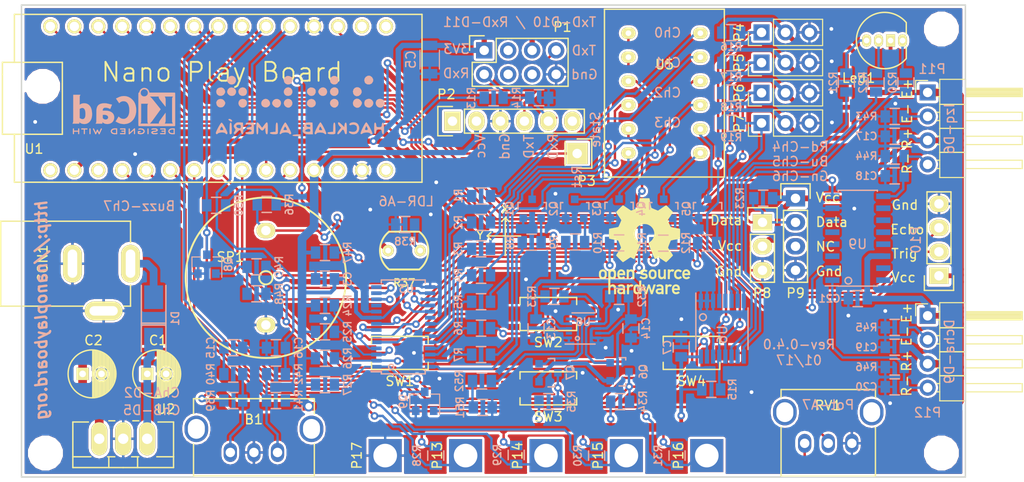
<source format=kicad_pcb>
(kicad_pcb (version 20160815) (host pcbnew no-vcs-found-7516~57~ubuntu14.04.1)
  (title_block (date "jeu. 02 avril 2015"))
  (layers (0 F.Cu signal) (31 B.Cu signal) (34 B.Paste user hide) (35 F.Paste user hide) (36 B.SilkS user) (37 F.SilkS user) (38 B.Mask user) (39 F.Mask user) (44 Edge.Cuts user))
  (net 0 "")
  (net 1 GND)
  (net 2 +5V)
  (net 3 "Net-(Led1-Pad2)")
  (net 4 "Net-(Led1-Pad1)")
  (net 5 "Net-(Led1-Pad4)")
  (net 6 "Net-(CON1-Pad1)")
  (net 7 "Net-(Q5-Pad3)")
  (net 8 "Net-(Q4-Pad3)")
  (net 9 +3V3)
  (net 10 RESET)
  (net 11 D5)
  (net 12 D6)
  (net 13 D7)
  (net 14 D8)
  (net 15 A2)
  (net 16 "Net-(Q1-Pad3)")
  (net 17 "Net-(Q2-Pad3)")
  (net 18 "Net-(Q3-Pad3)")
  (net 19 A4)
  (net 20 A5)
  (net 21 "Net-(R2-Pad1)")
  (net 22 "Net-(R3-Pad1)")
  (net 23 "Net-(R4-Pad1)")
  (net 24 "Net-(R6-Pad1)")
  (net 25 "Net-(R7-Pad1)")
  (net 26 D9)
  (net 27 D10)
  (net 28 D11)
  (net 29 A6)
  (net 30 A7)
  (net 31 D3)
  (net 32 D12)
  (net 33 D2)
  (net 34 A0)
  (net 35 A1)
  (net 36 A3)
  (net 37 "Net-(Q1-Pad1)")
  (net 38 "Net-(Q2-Pad1)")
  (net 39 "Net-(Q3-Pad1)")
  (net 40 "Net-(Q4-Pad1)")
  (net 41 "Net-(Q5-Pad1)")
  (net 42 "Net-(B1-PadB)")
  (net 43 "Net-(B1-PadA)")
  (net 44 "Net-(C1-Pad1)")
  (net 45 "Net-(P1-Pad6)")
  (net 46 "Net-(R1-Pad1)")
  (net 47 "Net-(R5-Pad1)")
  (net 48 "Net-(U1-Pad18)")
  (net 49 "Net-(U1-Pad28)")
  (net 50 "Net-(U1-Pad30)")
  (net 51 "Net-(C18-Pad1)")
  (net 52 "Net-(C20-Pad1)")
  (net 53 /Bluetooth/RxD)
  (net 54 "Net-(P1-Pad4)")
  (net 55 "Net-(P2-Pad1)")
  (net 56 "Net-(P2-Pad6)")
  (net 57 SERVO1)
  (net 58 SERVO2)
  (net 59 "Net-(P9-Pad3)")
  (net 60 "Net-(P11-Pad2)")
  (net 61 "Net-(P12-Pad2)")
  (net 62 "Net-(Q6-Pad2)")
  (net 63 "Net-(Q7-Pad2)")
  (net 64 SERVO3)
  (net 65 SERVO4)
  (net 66 LED_RED)
  (net 67 LED_GREEN)
  (net 68 LED_BLUE)
  (net 69 BUZZER)
  (net 70 "Net-(U1-Pad1)")
  (net 71 "Net-(U1-Pad2)")
  (net 72 "Net-(U8-Pad2)")
  (net 73 "Net-(P1-Pad3)")
  (net 74 PA7)
  (net 75 PA6)
  (net 76 PA5)
  (net 77 PA4)
  (net 78 PA3)
  (net 79 PA2)
  (net 80 PA1)
  (net 81 PA0)
  (net 82 "Net-(U3-Pad20)")
  (net 83 PB7)
  (net 84 PB6)
  (net 85 PB5)
  (net 86 PB4)
  (net 87 PB3)
  (net 88 PB2)
  (net 89 PB1)
  (net 90 PB0)
  (net 91 "Net-(Q8-Pad1)")
  (net 92 "Net-(Q9-Pad1)")
  (net 93 ~RESET)
  (net 94 "Net-(R49-Pad1)")
  (net 95 "Net-(R52-Pad1)")
  (net 96 "Net-(U1-Pad16)")
  (module Housings_SSOP:TSSOP-16_4.4x5mm_Pitch0.65mm (layer B.Cu) (at 126.335 59.06 270)
    (fp_text reference U6 (at 0.62 -0.005 270) (layer B.SilkS) (effects (justify mirror)))
    (fp_text value PCA9551)
    (pad 16 smd rect (at 2.95 2.275 270) (size 1.5 0.45) (layers B.Cu B.Paste B.Mask) (net 2 +5V))
    (pad 15 smd rect (at 2.95 1.625 270) (size 1.5 0.45) (layers B.Cu B.Paste B.Mask) (net 19 A4))
    (pad 14 smd rect (at 2.95 0.975 270) (size 1.5 0.45) (layers B.Cu B.Paste B.Mask) (net 20 A5))
    (pad 13 smd rect (at 2.95 0.325 270) (size 1.5 0.45) (layers B.Cu B.Paste B.Mask) (net 93 ~RESET))
    (pad 12 smd rect (at 2.95 -0.325 270) (size 1.5 0.45) (layers B.Cu B.Paste B.Mask) (net 69 BUZZER))
    (pad 11 smd rect (at 2.95 -0.975 270) (size 1.5 0.45) (layers B.Cu B.Paste B.Mask) (net 67 LED_GREEN))
    (pad 10 smd rect (at 2.95 -1.625 270) (size 1.5 0.45) (layers B.Cu B.Paste B.Mask) (net 68 LED_BLUE))
    (pad 9 smd rect (at 2.95 -2.275 270) (size 1.5 0.45) (layers B.Cu B.Paste B.Mask) (net 66 LED_RED))
    (pad 8 smd rect (at -2.95 -2.275 270) (size 1.5 0.45) (layers B.Cu B.Paste B.Mask) (net 1 GND))
    (pad 7 smd rect (at -2.95 -1.625 270) (size 1.5 0.45) (layers B.Cu B.Paste B.Mask) (net 65 SERVO4))
    (pad 6 smd rect (at -2.95 -0.975 270) (size 1.5 0.45) (layers B.Cu B.Paste B.Mask) (net 64 SERVO3))
    (pad 5 smd rect (at -2.95 -0.325 270) (size 1.5 0.45) (layers B.Cu B.Paste B.Mask) (net 58 SERVO2))
    (pad 4 smd rect (at -2.95 0.325 270) (size 1.5 0.45) (layers B.Cu B.Paste B.Mask) (net 57 SERVO1))
    (pad 3 smd rect (at -2.95 0.975 270) (size 1.5 0.45) (layers B.Cu B.Paste B.Mask) (net 1 GND))
    (pad 2 smd rect (at -2.95 1.625 270) (size 1.5 0.45) (layers B.Cu B.Paste B.Mask) (net 1 GND))
    (pad 1 smd rect (at -2.95 2.275 270) (size 1.5 0.45) (layers B.Cu B.Paste B.Mask) (net 1 GND))
  )
  (module Vias:Gnd-Via (layer F.Cu) (at 144.67 35.21)
    (fp_text reference Gnd-Via hide)
    (fp_text value VAL** hide)
    (pad 1 thru_hole circle (at 0 0) (size 0.8 0.8) (drill 0.4) (layers *.Cu) (net 1 GND))
  )
  (module Vias:Gnd-Via (layer F.Cu) (at 140.32 46.33)
    (fp_text reference Gnd-Via hide)
    (fp_text value VAL** hide)
    (pad 1 thru_hole circle (at 0 0) (size 0.8 0.8) (drill 0.4) (layers *.Cu) (net 1 GND))
  )
  (module Vias:Gnd-Via (layer F.Cu) (at 144.11 66.95)
    (fp_text reference Gnd-Via hide)
    (fp_text value VAL** hide)
    (pad 1 thru_hole circle (at 0 0) (size 0.8 0.8) (drill 0.4) (layers *.Cu) (net 1 GND))
  )
  (module Vias:Gnd-Via (layer F.Cu) (at 143.6 57.18)
    (fp_text reference Gnd-Via hide)
    (fp_text value VAL** hide)
    (pad 1 thru_hole circle (at 0 0) (size 0.8 0.8) (drill 0.4) (layers *.Cu) (net 1 GND))
  )
  (module Vias:Gnd-Via (layer F.Cu) (at 139.69 57.67)
    (fp_text reference Gnd-Via hide)
    (fp_text value VAL** hide)
    (pad 1 thru_hole circle (at 0 0) (size 0.8 0.8) (drill 0.4) (layers *.Cu) (net 1 GND))
  )
  (module Vias:Gnd-Via (layer F.Cu) (at 122 58.05)
    (fp_text reference Gnd-Via hide)
    (fp_text value VAL** hide)
    (pad 1 thru_hole circle (at 0 0) (size 0.8 0.8) (drill 0.4) (layers *.Cu) (net 1 GND))
  )
  (module Vias:Gnd-Via (layer F.Cu) (at 129.43 65.78)
    (fp_text reference Gnd-Via hide)
    (fp_text value VAL** hide)
    (pad 1 thru_hole circle (at 0 0) (size 0.8 0.8) (drill 0.4) (layers *.Cu) (net 1 GND))
  )
  (module Vias:Gnd-Via (layer F.Cu) (at 96.37 64.34)
    (fp_text reference Gnd-Via hide)
    (fp_text value VAL** hide)
    (pad 1 thru_hole circle (at 0 0) (size 0.8 0.8) (drill 0.4) (layers *.Cu) (net 1 GND))
  )
  (module Vias:Gnd-Via (layer F.Cu) (at 93.67 61.62)
    (fp_text reference Gnd-Via hide)
    (fp_text value VAL** hide)
    (pad 1 thru_hole circle (at 0 0) (size 0.8 0.8) (drill 0.4) (layers *.Cu) (net 1 GND))
  )
  (module Vias:Gnd-Via (layer F.Cu) (at 84.27 57.98)
    (fp_text reference Gnd-Via hide)
    (fp_text value VAL** hide)
    (pad 1 thru_hole circle (at 0 0) (size 0.8 0.8) (drill 0.4) (layers *.Cu) (net 1 GND))
  )
  (module Vias:Gnd-Via (layer F.Cu) (at 96.03 43.55)
    (fp_text reference Gnd-Via hide)
    (fp_text value VAL** hide)
    (pad 1 thru_hole circle (at 0 0) (size 0.8 0.8) (drill 0.4) (layers *.Cu) (net 1 GND))
  )
  (module Vias:Gnd-Via (layer F.Cu) (at 105.54 53.83)
    (fp_text reference Gnd-Via hide)
    (fp_text value VAL** hide)
    (pad 1 thru_hole circle (at 0 0) (size 0.8 0.8) (drill 0.4) (layers *.Cu) (net 1 GND))
  )
  (module Vias:Gnd-Via (layer F.Cu) (at 108.66 44.76)
    (fp_text reference Gnd-Via hide)
    (fp_text value VAL** hide)
    (pad 1 thru_hole circle (at 0 0) (size 0.8 0.8) (drill 0.4) (layers *.Cu) (net 1 GND))
  )
  (module Vias:Gnd-Via (layer B.Cu) (at 111.54 63.73)
    (fp_text reference Gnd-Via hide)
    (fp_text value VAL** hide)
    (pad 1 thru_hole circle (at 0 0) (size 0.8 0.8) (drill 0.4) (layers *.Cu) (net 1 GND))
  )
  (module Vias:Gnd-Via (layer F.Cu) (at 53.54 37.15)
    (fp_text reference Gnd-Via hide)
    (fp_text value VAL** hide)
    (pad 1 thru_hole circle (at 0 0) (size 0.8 0.8) (drill 0.4) (layers *.Cu) (net 1 GND))
  )
  (module Vias:Gnd-Via (layer B.Cu) (at 116.72 61.4)
    (fp_text reference Gnd-Via hide)
    (fp_text value VAL** hide)
    (pad 1 thru_hole circle (at 0 0) (size 0.8 0.8) (drill 0.4) (layers *.Cu) (net 1 GND))
  )
  (module Vias:Gnd-Via (layer B.Cu) (at 108.4 60.13)
    (fp_text reference Gnd-Via hide)
    (fp_text value VAL** hide)
    (pad 1 thru_hole circle (at 0 0) (size 0.8 0.8) (drill 0.4) (layers *.Cu) (net 1 GND))
  )
  (module Vias:Gnd-Via (layer B.Cu) (at 108.67 57.2)
    (fp_text reference Gnd-Via hide)
    (fp_text value VAL** hide)
    (pad 1 thru_hole circle (at 0 0) (size 0.8 0.8) (drill 0.4) (layers *.Cu) (net 1 GND))
  )
  (module Housings_SSOP:TSSOP-28_4.4x9.7mm_Pitch0.65mm (layer B.Cu) (at 92.53575 58.87)
    (fp_text reference U3 (at 0.32425 -4.04) (layer B.SilkS) (effects (font (size 0.8 0.8)) (justify mirror)))
    (fp_text value MCP23017)
    (pad 28 smd rect (at 2.85 4.225) (size 1.1 0.4) (layers B.Cu B.Paste B.Mask) (net 74 PA7))
    (pad 27 smd rect (at 2.85 3.575) (size 1.1 0.4) (layers B.Cu B.Paste B.Mask) (net 75 PA6))
    (pad 26 smd rect (at 2.85 2.925) (size 1.1 0.4) (layers B.Cu B.Paste B.Mask) (net 76 PA5))
    (pad 25 smd rect (at 2.85 2.275) (size 1.1 0.4) (layers B.Cu B.Paste B.Mask) (net 77 PA4))
    (pad 24 smd rect (at 2.85 1.625) (size 1.1 0.4) (layers B.Cu B.Paste B.Mask) (net 78 PA3))
    (pad 23 smd rect (at 2.85 0.975) (size 1.1 0.4) (layers B.Cu B.Paste B.Mask) (net 79 PA2))
    (pad 22 smd rect (at 2.85 0.325) (size 1.1 0.4) (layers B.Cu B.Paste B.Mask) (net 80 PA1))
    (pad 21 smd rect (at 2.85 -0.325) (size 1.1 0.4) (layers B.Cu B.Paste B.Mask) (net 81 PA0))
    (pad 20 smd rect (at 2.85 -0.975) (size 1.1 0.4) (layers B.Cu B.Paste B.Mask) (net 82 "Net-(U3-Pad20)"))
    (pad 19 smd rect (at 2.85 -1.625) (size 1.1 0.4) (layers B.Cu B.Paste B.Mask) (net 94 "Net-(R49-Pad1)"))
    (pad 18 smd rect (at 2.85 -2.275) (size 1.1 0.4) (layers B.Cu B.Paste B.Mask) (net 93 ~RESET))
    (pad 17 smd rect (at 2.85 -2.925) (size 1.1 0.4) (layers B.Cu B.Paste B.Mask) (net 1 GND))
    (pad 16 smd rect (at 2.85 -3.575) (size 1.1 0.4) (layers B.Cu B.Paste B.Mask) (net 2 +5V))
    (pad 15 smd rect (at 2.85 -4.225) (size 1.1 0.4) (layers B.Cu B.Paste B.Mask) (net 1 GND))
    (pad 14 smd rect (at -2.85 -4.225) (size 1.1 0.4) (layers B.Cu B.Paste B.Mask))
    (pad 13 smd rect (at -2.85 -3.575) (size 1.1 0.4) (layers B.Cu B.Paste B.Mask) (net 19 A4))
    (pad 12 smd rect (at -2.85 -2.925) (size 1.1 0.4) (layers B.Cu B.Paste B.Mask) (net 20 A5))
    (pad 11 smd rect (at -2.85 -2.275) (size 1.1 0.4) (layers B.Cu B.Paste B.Mask))
    (pad 10 smd rect (at -2.85 -1.625) (size 1.1 0.4) (layers B.Cu B.Paste B.Mask) (net 1 GND))
    (pad 9 smd rect (at -2.85 -0.975) (size 1.1 0.4) (layers B.Cu B.Paste B.Mask) (net 2 +5V))
    (pad 8 smd rect (at -2.85 -0.325) (size 1.1 0.4) (layers B.Cu B.Paste B.Mask) (net 83 PB7))
    (pad 7 smd rect (at -2.85 0.325) (size 1.1 0.4) (layers B.Cu B.Paste B.Mask) (net 84 PB6))
    (pad 6 smd rect (at -2.85 0.975) (size 1.1 0.4) (layers B.Cu B.Paste B.Mask) (net 85 PB5))
    (pad 5 smd rect (at -2.85 1.625) (size 1.1 0.4) (layers B.Cu B.Paste B.Mask) (net 86 PB4))
    (pad 4 smd rect (at -2.85 2.275) (size 1.1 0.4) (layers B.Cu B.Paste B.Mask) (net 87 PB3))
    (pad 3 smd rect (at -2.85 2.925) (size 1.1 0.4) (layers B.Cu B.Paste B.Mask) (net 88 PB2))
    (pad 2 smd rect (at -2.85 3.575) (size 1.1 0.4) (layers B.Cu B.Paste B.Mask) (net 89 PB1))
    (pad 1 smd rect (at -2.85 4.225) (size 1.1 0.4) (layers B.Cu B.Paste B.Mask) (net 90 PB0))
  )
  (module Relays_and_Contacts:CANAL_ELECTRONIC_DTSM-31N-B (layer F.Cu) (at 107.905 57.5 180)
    (fp_text reference SW2 (at 0 -3 180) (layer F.SilkS))
    (fp_text value Arriba)
    (pad 1 smd rect (at -3.75 0 180) (size 2.5 1.6) (layers F.Cu F.Paste F.Mask) (net 1 GND))
    (pad 2 smd rect (at 3.75 0 180) (size 2.5 1.6) (layers F.Cu F.Paste F.Mask) (net 87 PB3))
  )
  (module Mounting_Holes:MountingHole_3.2mm_M3_DIN965 (layer F.Cu) (at 54.34 33.38)
    (fp_text reference REF**)
    (fp_text value MountingHole_3.2mm_M3_DIN965)
    (pad "" np_thru_hole circle (at 0 0) (size 3.2 3.2) (drill 3.2) (layers *.Cu *.Mask))
  )
  (module Mounting_Holes:MountingHole_3.2mm_M3_DIN965 (layer F.Cu) (at 54.63 72.23)
    (fp_text reference REF**)
    (fp_text value MountingHole_3.2mm_M3_DIN965)
    (pad "" np_thru_hole circle (at 0 0) (size 3.2 3.2) (drill 3.2) (layers *.Cu *.Mask))
  )
  (module Mounting_Holes:MountingHole_3.2mm_M3_DIN965 (layer F.Cu) (at 149.55 72.23)
    (fp_text reference REF**)
    (fp_text value MountingHole_3.2mm_M3_DIN965)
    (pad "" np_thru_hole circle (at 0 0) (size 3.2 3.2) (drill 3.2) (layers *.Cu *.Mask))
  )
  (module Mounting_Holes:MountingHole_3.2mm_M3_DIN965 (layer F.Cu) (at 149.55 27.31)
    (fp_text reference REF**)
    (fp_text value MountingHole_3.2mm_M3_DIN965)
    (pad "" np_thru_hole circle (at 0 0) (size 3.2 3.2) (drill 3.2) (layers *.Cu *.Mask))
  )
  (module Vias:Gnd-Via (layer F.Cu) (at 64.13 40.56)
    (fp_text reference Gnd-Via hide)
    (fp_text value VAL** hide)
    (pad 1 thru_hole circle (at 0 0) (size 0.8 0.8) (drill 0.4) (layers *.Cu) (net 1 GND))
  )
  (module Housings_SOIC:SOIC-16_3.9x9.9mm_Pitch1.27mm (layer B.Cu) (at 140.69 49.47)
    (fp_text reference U9 (at -0.015 0.63) (layer B.SilkS) (effects (justify mirror)))
    (fp_text value 40106)
    (pad 16 smd rect (at 2.7 4.445) (size 1.5 0.6) (layers B.Cu B.Paste B.Mask))
    (pad 15 smd rect (at 2.7 3.175) (size 1.5 0.6) (layers B.Cu B.Paste B.Mask))
    (pad 14 smd rect (at 2.7 1.905) (size 1.5 0.6) (layers B.Cu B.Paste B.Mask) (net 2 +5V))
    (pad 13 smd rect (at 2.7 0.635) (size 1.5 0.6) (layers B.Cu B.Paste B.Mask))
    (pad 12 smd rect (at 2.7 -0.635) (size 1.5 0.6) (layers B.Cu B.Paste B.Mask))
    (pad 11 smd rect (at 2.7 -1.905) (size 1.5 0.6) (layers B.Cu B.Paste B.Mask))
    (pad 10 smd rect (at 2.7 -3.175) (size 1.5 0.6) (layers B.Cu B.Paste B.Mask))
    (pad 9 smd rect (at 2.7 -4.445) (size 1.5 0.6) (layers B.Cu B.Paste B.Mask) (net 51 "Net-(C18-Pad1)"))
    (pad 8 smd rect (at -2.7 -4.445) (size 1.5 0.6) (layers B.Cu B.Paste B.Mask) (net 12 D6))
    (pad 7 smd rect (at -2.7 -3.175) (size 1.5 0.6) (layers B.Cu B.Paste B.Mask) (net 1 GND))
    (pad 6 smd rect (at -2.7 -1.905) (size 1.5 0.6) (layers B.Cu B.Paste B.Mask))
    (pad 5 smd rect (at -2.7 -0.635) (size 1.5 0.6) (layers B.Cu B.Paste B.Mask))
    (pad 4 smd rect (at -2.7 0.635) (size 1.5 0.6) (layers B.Cu B.Paste B.Mask))
    (pad 3 smd rect (at -2.7 1.905) (size 1.5 0.6) (layers B.Cu B.Paste B.Mask))
    (pad 2 smd rect (at -2.7 3.175) (size 1.5 0.6) (layers B.Cu B.Paste B.Mask) (net 26 D9))
    (pad 1 smd rect (at -2.7 4.445) (size 1.5 0.6) (layers B.Cu B.Paste B.Mask) (net 52 "Net-(C20-Pad1)"))
  )
  (module logos:KiCad-Logo_11mmx5mm (layer B.Cu) (at 62.93 35.57 180)
    (fp_text reference G***)
    (fp_text value "KiCad Logo" hide)
    (fp_text user "DESIGNED WITH" (at 0 -2.6 180) (layer B.SilkS) (effects (font (size 0.5 0.97) (thickness 0.125)) (justify mirror)))
  )
  (module logos:osh-logo (layer F.Cu) (at 118.09 50.32)
    (fp_text reference G*** hide)
    (fp_text value LOGO hide)
  )
  (module logos:logo_HackLabAl (layer B.Cu) (at 81.425 35.35 180)
    (fp_text reference G*** hide)
    (fp_text value LOGO hide)
  )
  (module Buzzer:LOUDITY_LD-BZPN-1705 (layer F.Cu) (at 77.98 53.66 270)
    (fp_text reference SP1 (at -2.195 3.765) (layer F.SilkS))
    (fp_text value BUZZER)
    (pad 1 thru_hole oval (at -5 0 270) (size 1.6 2) (drill 1) (layers *.Cu *.Mask F.SilkS) (net 69 BUZZER))
    (pad 2 thru_hole oval (at 5 0 270) (size 1.6 2) (drill 1) (layers *.Cu *.Mask F.SilkS) (net 1 GND))
  )
  (module Vias:Gnd-Via (layer F.Cu) (at 95.45 46.95)
    (fp_text reference Gnd-Via hide)
    (fp_text value VAL** hide)
    (pad 1 thru_hole circle (at 0 0) (size 0.8 0.8) (drill 0.4) (layers *.Cu) (net 1 GND))
  )
  (module Vias:Gnd-Via (layer F.Cu) (at 89.04 46.44)
    (fp_text reference Gnd-Via hide)
    (fp_text value VAL** hide)
    (pad 1 thru_hole circle (at 0 0) (size 0.8 0.8) (drill 0.4) (layers *.Cu) (net 1 GND))
  )
  (module Vias:Gnd-Via (layer B.Cu) (at 115.30223 57.033918)
    (fp_text reference Gnd-Via hide)
    (fp_text value VAL** hide)
    (pad 1 thru_hole circle (at 0 0) (size 0.8 0.8) (drill 0.4) (layers *.Cu) (net 1 GND))
  )
  (module Vias:Gnd-Via (layer F.Cu) (at 137.89 27.3)
    (fp_text reference Gnd-Via hide)
    (fp_text value VAL** hide)
    (pad 1 thru_hole circle (at 0 0) (size 0.8 0.8) (drill 0.4) (layers *.Cu) (net 1 GND))
  )
  (module Vias:Gnd-Via (layer F.Cu) (at 137.925 30.73)
    (fp_text reference Gnd-Via hide)
    (fp_text value VAL** hide)
    (pad 1 thru_hole circle (at 0 0) (size 0.8 0.8) (drill 0.4) (layers *.Cu) (net 1 GND))
  )
  (module Vias:Gnd-Via (layer F.Cu) (at 137.9 34.005)
    (fp_text reference Gnd-Via hide)
    (fp_text value VAL** hide)
    (pad 1 thru_hole circle (at 0 0) (size 0.8 0.8) (drill 0.4) (layers *.Cu) (net 1 GND))
  )
  (module Vias:Gnd-Via (layer F.Cu) (at 137.95 37.205)
    (fp_text reference Gnd-Via hide)
    (fp_text value VAL** hide)
    (pad 1 thru_hole circle (at 0 0) (size 0.8 0.8) (drill 0.4) (layers *.Cu) (net 1 GND))
  )
  (module Vias:Gnd-Via (layer B.Cu) (at 113.98 61.07)
    (fp_text reference Gnd-Via hide)
    (fp_text value VAL** hide)
    (pad 1 thru_hole circle (at 0 0) (size 0.8 0.8) (drill 0.4) (layers *.Cu) (net 1 GND))
  )
  (module Potenciometros:ALP_RK09K111 (layer F.Cu) (at 137.56 71.2)
    (fp_text reference RV1 (at -0.02 -4.01) (layer F.SilkS))
    (fp_text value 10K)
    (pad 2 thru_hole oval (at 0 0) (size 1.4 2) (drill 1) (layers *.Cu *.Mask) (net 30 A7))
    (pad 1 thru_hole oval (at -2.5 0) (size 1.4 2) (drill 1) (layers *.Cu *.Mask) (net 2 +5V))
    (pad 3 thru_hole oval (at 2.5 0) (size 1.4 2) (drill 1) (layers *.Cu *.Mask) (net 1 GND))
    (pad 0 thru_hole oval (at -4.6 -3.3) (size 2.5 2.8) (drill oval 1.8 2.1) (layers *.Cu *.Mask))
    (pad 0 thru_hole oval (at 4.6 -3.3) (size 2.5 2.8) (drill oval 1.8 2.1) (layers *.Cu *.Mask))
  )
  (module Leds:Matriz_Led_7X5 (layer F.Cu) (at 116.39 27.75 270)
    (fp_text reference U5 (at 3.32 -3.82) (layer F.SilkS))
    (fp_text value Matriz_5x7)
    (pad 1 thru_hole oval (at 0 0 270) (size 1.2 1.524) (drill 0.6) (layers *.Cu *.Mask F.SilkS) (net 16 "Net-(Q1-Pad3)"))
    (pad 2 thru_hole oval (at 2.54 0 270) (size 1.2 1.524) (drill 0.6) (layers *.Cu *.Mask F.SilkS) (net 22 "Net-(R3-Pad1)"))
    (pad 3 thru_hole oval (at 5.08 0 270) (size 1.2 1.524) (drill 0.6) (layers *.Cu *.Mask F.SilkS) (net 17 "Net-(Q2-Pad3)"))
    (pad 4 thru_hole oval (at 7.62 0 270) (size 1.2 1.524) (drill 0.6) (layers *.Cu *.Mask F.SilkS) (net 47 "Net-(R5-Pad1)"))
    (pad 5 thru_hole oval (at 10.16 0 270) (size 1.2 1.524) (drill 0.6) (layers *.Cu *.Mask F.SilkS) (net 24 "Net-(R6-Pad1)"))
    (pad 6 thru_hole oval (at 12.7 0 270) (size 1.2 1.524) (drill 0.6) (layers *.Cu *.Mask F.SilkS) (net 25 "Net-(R7-Pad1)"))
    (pad 12 thru_hole oval (at 0 -7.62 270) (size 1.2 1.524) (drill 0.6) (layers *.Cu *.Mask F.SilkS) (net 46 "Net-(R1-Pad1)"))
    (pad 11 thru_hole oval (at 2.54 -7.62 270) (size 1.2 1.524) (drill 0.6) (layers *.Cu *.Mask F.SilkS) (net 21 "Net-(R2-Pad1)"))
    (pad 10 thru_hole oval (at 5.08 -7.62 270) (size 1.2 1.524) (drill 0.6) (layers *.Cu *.Mask F.SilkS) (net 18 "Net-(Q3-Pad3)"))
    (pad 9 thru_hole oval (at 7.62 -7.62 270) (size 1.2 1.524) (drill 0.6) (layers *.Cu *.Mask F.SilkS) (net 23 "Net-(R4-Pad1)"))
    (pad 8 thru_hole oval (at 10.16 -7.62 270) (size 1.2 1.524) (drill 0.6) (layers *.Cu *.Mask F.SilkS) (net 7 "Net-(Q5-Pad3)"))
    (pad 7 thru_hole oval (at 12.7 -7.62 270) (size 1.2 1.524) (drill 0.6) (layers *.Cu *.Mask F.SilkS) (net 8 "Net-(Q4-Pad3)"))
  )
  (module Socket_Strips:Socket_Strip_Straight_1x04 (layer F.Cu) (at 149.29 53.45 90)
    (fp_text reference P10 (at 3.8 -2.45 90) (layer B.SilkS) (effects (justify mirror)))
    (fp_text value CONN_01X04)
    (pad 1 thru_hole rect (at 0 0 90) (size 1.7272 2.032) (drill 1) (layers *.Cu *.Mask F.SilkS) (net 2 +5V))
    (pad 2 thru_hole oval (at 2.54 0 90) (size 1.7272 2.032) (drill 1) (layers *.Cu *.Mask F.SilkS) (net 14 D8))
    (pad 3 thru_hole oval (at 5.08 0 90) (size 1.7272 2.032) (drill 1) (layers *.Cu *.Mask F.SilkS) (net 13 D7))
    (pad 4 thru_hole oval (at 7.62 0 90) (size 1.7272 2.032) (drill 1) (layers *.Cu *.Mask F.SilkS) (net 1 GND))
  )
  (module Socket_Strips:Socket_Strip_Straight_1x03 (layer F.Cu) (at 130.59 47.79 270)
    (fp_text reference P8 (at 7.5 0.04) (layer F.SilkS))
    (fp_text value CONN_01X03)
    (pad 1 thru_hole rect (at 0 0 270) (size 1.7272 2.032) (drill 1) (layers *.Cu *.Mask F.SilkS) (net 32 D12))
    (pad 2 thru_hole oval (at 2.54 0 270) (size 1.7272 2.032) (drill 1) (layers *.Cu *.Mask F.SilkS) (net 2 +5V))
    (pad 3 thru_hole oval (at 5.08 0 270) (size 1.7272 2.032) (drill 1) (layers *.Cu *.Mask F.SilkS) (net 1 GND))
  )
  (module Socket_Strips:Socket_Strip_Straight_1x06 (layer F.Cu) (at 97.75 37.07)
    (fp_text reference P2 (at -0.645 -2.845) (layer F.SilkS))
    (fp_text value CONN_01X06)
    (pad 1 thru_hole rect (at 0 0) (size 1.7272 2.032) (drill 1) (layers *.Cu *.Mask F.SilkS) (net 55 "Net-(P2-Pad1)"))
    (pad 2 thru_hole oval (at 2.54 0) (size 1.7272 2.032) (drill 1) (layers *.Cu *.Mask F.SilkS) (net 2 +5V))
    (pad 3 thru_hole oval (at 5.08 0) (size 1.7272 2.032) (drill 1) (layers *.Cu *.Mask F.SilkS) (net 1 GND))
    (pad 4 thru_hole oval (at 7.62 0) (size 1.7272 2.032) (drill 1) (layers *.Cu *.Mask F.SilkS) (net 27 D10))
    (pad 5 thru_hole oval (at 10.16 0) (size 1.7272 2.032) (drill 1) (layers *.Cu *.Mask F.SilkS) (net 53 /Bluetooth/RxD))
    (pad 6 thru_hole oval (at 12.7 0) (size 1.7272 2.032) (drill 1) (layers *.Cu *.Mask F.SilkS) (net 56 "Net-(P2-Pad6)"))
  )
  (module Socket_Strips:Socket_Strip_Straight_1x01 (layer F.Cu) (at 110.96 40.5 180)
    (fp_text reference P3 (at -1 -2.9 180) (layer F.SilkS))
    (fp_text value CONN_01X01)
    (pad 1 thru_hole rect (at 0 0 180) (size 2.2352 2.2352) (drill 1) (layers *.Cu *.Mask F.SilkS) (net 10 RESET))
  )
  (module Sensores:LDR_TOKEN_PGM5_Series (layer F.Cu) (at 92.63 50.78)
    (fp_text reference R37 (at 0.01 3.43) (layer F.SilkS) (effects (font (size 0.8 0.8))))
    (fp_text value LDR)
    (pad 1 thru_hole circle (at -1.7 0) (size 1.2 1.2) (drill 0.6) (layers *.Cu *.Mask F.SilkS) (net 2 +5V))
    (pad 2 thru_hole circle (at 1.7 0) (size 1.2 1.2) (drill 0.6) (layers *.Cu *.Mask F.SilkS) (net 29 A6))
  )
  (module Capacitors_ThroughHole:C_Radial_D5_L11_P2 (layer F.Cu) (at 65.415 63.845)
    (fp_text reference C1 (at 1.15 -3.55) (layer F.SilkS))
    (fp_text value 0,33u)
    (pad 1 thru_hole rect (at 0 0) (size 1.3 1.3) (drill 0.7) (layers *.Cu *.Mask F.SilkS) (net 44 "Net-(C1-Pad1)"))
    (pad 2 thru_hole circle (at 2 0) (size 1.3 1.3) (drill 0.7) (layers *.Cu *.Mask F.SilkS) (net 1 GND))
  )
  (module Capacitors_ThroughHole:C_Radial_D5_L11_P2 (layer F.Cu) (at 58.565 63.845)
    (fp_text reference C2 (at 1.15 -3.55) (layer F.SilkS))
    (fp_text value 0,33u)
    (pad 1 thru_hole rect (at 0 0) (size 1.3 1.3) (drill 0.7) (layers *.Cu *.Mask F.SilkS) (net 2 +5V))
    (pad 2 thru_hole circle (at 2 0) (size 1.3 1.3) (drill 0.7) (layers *.Cu *.Mask F.SilkS) (net 1 GND))
  )
  (module Housings_DFN_QFN:DFN-10-1EP_3x3mm_Pitch0.5mm (layer B.Cu) (at 111.63473 59.033918)
    (fp_text reference U8 (at -0.0325 -0.69) (layer B.SilkS) (effects (font (size 0.8 0.8)) (justify mirror)))
    (fp_text value MMA7660FC)
    (pad 1 smd rect (at -1.55 1) (size 0.65 0.3) (layers B.Cu B.Paste B.Mask) (net 1 GND))
    (pad 2 smd rect (at -1.55 0.5) (size 0.65 0.3) (layers B.Cu B.Paste B.Mask) (net 72 "Net-(U8-Pad2)"))
    (pad 3 smd rect (at -1.55 0) (size 0.65 0.3) (layers B.Cu B.Paste B.Mask) (net 9 +3V3))
    (pad 4 smd rect (at -1.55 -0.5) (size 0.65 0.3) (layers B.Cu B.Paste B.Mask) (net 1 GND))
    (pad 5 smd rect (at -1.55 -1) (size 0.65 0.3) (layers B.Cu B.Paste B.Mask) (net 95 "Net-(R52-Pad1)"))
    (pad 6 smd rect (at 1.55 -1) (size 0.65 0.3) (layers B.Cu B.Paste B.Mask) (net 63 "Net-(Q7-Pad2)"))
    (pad 7 smd rect (at 1.55 -0.5) (size 0.65 0.3) (layers B.Cu B.Paste B.Mask) (net 62 "Net-(Q6-Pad2)"))
    (pad 8 smd rect (at 1.55 0) (size 0.65 0.3) (layers B.Cu B.Paste B.Mask) (net 1 GND))
    (pad 9 smd rect (at 1.55 0.5) (size 0.65 0.3) (layers B.Cu B.Paste B.Mask) (net 9 +3V3))
    (pad 10 smd rect (at 1.55 1) (size 0.65 0.3) (layers B.Cu B.Paste B.Mask) (net 1 GND))
  )
  (module Conectores:Barrel_Jack_Hembra_CLIFF_FC68148 (layer F.Cu) (at 63.64 52.17 90)
    (fp_text reference CON1 (at 0 -9.3 90) (layer F.SilkS))
    (fp_text value BARREL_JACK)
    (pad 1 thru_hole oval (at 0 0 90) (size 4 2) (drill oval 3 1) (layers *.Cu *.Mask F.SilkS) (net 6 "Net-(CON1-Pad1)"))
    (pad 3 thru_hole oval (at 0 -6.15 90) (size 4 2) (drill oval 3 1) (layers *.Cu *.Mask F.SilkS) (net 1 GND))
    (pad 2 thru_hole oval (at -5 -2.85 90) (size 2 4) (drill oval 1 3) (layers *.Cu *.Mask F.SilkS) (net 1 GND))
  )
  (module Leds:LED_RGB_5mm_G_B_COM_R_Anodo_comun (layer F.Cu) (at 143.525 28.53)
    (fp_text reference Led1 (at -2.755 3.97 180) (layer F.SilkS))
    (fp_text value Led_RGB)
    (pad 2 thru_hole oval (at -0.635 0) (size 0.95 1.3) (drill 0.6) (layers *.Cu *.Mask F.SilkS) (net 3 "Net-(Led1-Pad2)"))
    (pad 3 thru_hole rect (at 0.635 0) (size 0.95 1.3) (drill 0.6) (layers *.Cu *.Mask F.SilkS) (net 2 +5V))
    (pad 1 thru_hole oval (at -1.905 0) (size 0.95 1.3) (drill 0.6) (layers *.Cu *.Mask F.SilkS) (net 4 "Net-(Led1-Pad1)"))
    (pad 4 thru_hole oval (at 1.905 0) (size 0.95 1.3) (drill 0.6) (layers *.Cu *.Mask F.SilkS) (net 5 "Net-(Led1-Pad4)"))
  )
  (module Capacitors_SMD:C_0805 (layer B.Cu) (at 106.60223 59.033918 270)
    (fp_text reference C13 (at 0.02 -1.61 270) (layer B.SilkS) (effects (font (size 0.8 0.8)) (justify mirror)))
    (fp_text value 100n)
    (pad 1 smd rect (at -1 0 270) (size 1 1.25) (layers B.Cu B.Paste B.Mask) (net 9 +3V3))
    (pad 2 smd rect (at 1 0 270) (size 1 1.25) (layers B.Cu B.Paste B.Mask) (net 1 GND))
  )
  (module Capacitors_SMD:C_0805 (layer B.Cu) (at 116.65223 59.033918 270)
    (fp_text reference C14 (at 0 -1.6 270) (layer B.SilkS) (effects (font (size 0.8 0.8)) (justify mirror)))
    (fp_text value 100n)
    (pad 1 smd rect (at -1 0 270) (size 1 1.25) (layers B.Cu B.Paste B.Mask) (net 9 +3V3))
    (pad 2 smd rect (at 1 0 270) (size 1 1.25) (layers B.Cu B.Paste B.Mask) (net 1 GND))
  )
  (module TO_SOT_Packages_SMD:SOT-23 (layer B.Cu) (at 115.45223 63.623918 90)
    (fp_text reference Q6 (at 0.01 2.50924 90) (layer B.SilkS) (effects (font (size 0.8 0.8)) (justify mirror)))
    (fp_text value BSS138)
    (pad 1 smd rect (at -0.95 -1.00076 90) (size 0.8001 0.8001) (layers B.Cu B.Paste B.Mask) (net 9 +3V3))
    (pad 2 smd rect (at 0.95 -1.00076 90) (size 0.8001 0.8001) (layers B.Cu B.Paste B.Mask) (net 62 "Net-(Q6-Pad2)"))
    (pad 3 smd rect (at 0 0.99822 90) (size 0.8001 0.8001) (layers B.Cu B.Paste B.Mask) (net 19 A4))
  )
  (module TO_SOT_Packages_SMD:SOT-23 (layer B.Cu) (at 107.92223 63.723918 90)
    (fp_text reference Q7 (at 0.01 2.32 90) (layer B.SilkS) (effects (font (size 0.8 0.8)) (justify mirror)))
    (fp_text value BSS138)
    (pad 1 smd rect (at -0.95 -1.00076 90) (size 0.8001 0.8001) (layers B.Cu B.Paste B.Mask) (net 9 +3V3))
    (pad 2 smd rect (at 0.95 -1.00076 90) (size 0.8001 0.8001) (layers B.Cu B.Paste B.Mask) (net 63 "Net-(Q7-Pad2)"))
    (pad 3 smd rect (at 0 0.99822 90) (size 0.8001 0.8001) (layers B.Cu B.Paste B.Mask) (net 20 A5))
  )
  (module Relays_and_Contacts:CANAL_ELECTRONIC_DTSM-31N-B (layer F.Cu) (at 92.175 61.62 180)
    (fp_text reference SW1 (at 0 -3 180) (layer F.SilkS))
    (fp_text value Izquierda)
    (pad 1 smd rect (at -3.75 0 180) (size 2.5 1.6) (layers F.Cu F.Paste F.Mask) (net 1 GND))
    (pad 2 smd rect (at 3.75 0 180) (size 2.5 1.6) (layers F.Cu F.Paste F.Mask) (net 88 PB2))
  )
  (module Relays_and_Contacts:CANAL_ELECTRONIC_DTSM-31N-B (layer F.Cu) (at 107.905 65.38 180)
    (fp_text reference SW3 (at 0 -3 180) (layer F.SilkS))
    (fp_text value Abajo)
    (pad 1 smd rect (at -3.75 0 180) (size 2.5 1.6) (layers F.Cu F.Paste F.Mask) (net 1 GND))
    (pad 2 smd rect (at 3.75 0 180) (size 2.5 1.6) (layers F.Cu F.Paste F.Mask) (net 90 PB0))
  )
  (module Relays_and_Contacts:CANAL_ELECTRONIC_DTSM-31N-B (layer F.Cu) (at 123.075 61.62 180)
    (fp_text reference SW4 (at 0 -3 180) (layer F.SilkS))
    (fp_text value Derecha)
    (pad 1 smd rect (at -3.75 0 180) (size 2.5 1.6) (layers F.Cu F.Paste F.Mask) (net 1 GND))
    (pad 2 smd rect (at 3.75 0 180) (size 2.5 1.6) (layers F.Cu F.Paste F.Mask) (net 89 PB1))
  )
  (module TO_SOT_Packages_THT:TO-220_Neutral123_Vertical_LargePads (layer F.Cu) (at 62.865 70.72 180)
    (fp_text reference U2 (at -4.51 3.145) (layer F.SilkS))
    (fp_text value LM7805CT)
    (pad 2 thru_hole oval (at 0 0 270) (size 3.50012 1.69926) (drill 1.1) (layers *.Cu *.Mask F.SilkS) (net 1 GND))
    (pad 1 thru_hole oval (at -2.54 0 270) (size 3.50012 1.69926) (drill 1.1) (layers *.Cu *.Mask F.SilkS) (net 44 "Net-(C1-Pad1)"))
    (pad 3 thru_hole oval (at 2.54 0 270) (size 3.50012 1.69926) (drill 1.1) (layers *.Cu *.Mask F.SilkS) (net 2 +5V))
  )
  (module Arduino:Arduino_Nano (layer F.Cu) (at 72.93 34.65 180)
    (fp_text reference U1 (at 19.51 -5.36 180) (layer F.SilkS))
    (fp_text value Arduino_Nano)
    (pad 1 thru_hole circle (at -17.78 7.62 180) (size 1.5 1.5) (drill 1) (layers *.Cu *.Mask F.SilkS) (net 70 "Net-(U1-Pad1)"))
    (pad 2 thru_hole circle (at -15.24 7.62 180) (size 1.5 1.5) (drill 1) (layers *.Cu *.Mask F.SilkS) (net 71 "Net-(U1-Pad2)"))
    (pad 3 thru_hole circle (at -12.7 7.62 180) (size 1.5 1.5) (drill 1) (layers *.Cu *.Mask F.SilkS) (net 10 RESET))
    (pad 4 thru_hole circle (at -10.16 7.62 180) (size 1.5 1.5) (drill 1) (layers *.Cu *.Mask F.SilkS) (net 1 GND))
    (pad 5 thru_hole circle (at -7.62 7.62 180) (size 1.5 1.5) (drill 1) (layers *.Cu *.Mask F.SilkS) (net 33 D2))
    (pad 6 thru_hole circle (at -5.08 7.62 180) (size 1.5 1.5) (drill 1) (layers *.Cu *.Mask F.SilkS) (net 31 D3))
    (pad 7 thru_hole circle (at -2.54 7.62 180) (size 1.5 1.5) (drill 1) (layers *.Cu *.Mask F.SilkS) (net 93 ~RESET))
    (pad 8 thru_hole circle (at 0 7.62 180) (size 1.5 1.5) (drill 1) (layers *.Cu *.Mask F.SilkS) (net 11 D5))
    (pad 9 thru_hole circle (at 2.54 7.62 180) (size 1.5 1.5) (drill 1) (layers *.Cu *.Mask F.SilkS) (net 12 D6))
    (pad 10 thru_hole circle (at 5.08 7.62 180) (size 1.5 1.5) (drill 1) (layers *.Cu *.Mask F.SilkS) (net 13 D7))
    (pad 11 thru_hole circle (at 7.62 7.62 180) (size 1.5 1.5) (drill 1) (layers *.Cu *.Mask F.SilkS) (net 14 D8))
    (pad 12 thru_hole circle (at 10.16 7.62 180) (size 1.5 1.5) (drill 1) (layers *.Cu *.Mask F.SilkS) (net 26 D9))
    (pad 13 thru_hole circle (at 12.7 7.62 180) (size 1.5 1.5) (drill 1) (layers *.Cu *.Mask F.SilkS) (net 27 D10))
    (pad 14 thru_hole circle (at 15.24 7.62 180) (size 1.5 1.5) (drill 1) (layers *.Cu *.Mask F.SilkS) (net 28 D11))
    (pad 15 thru_hole circle (at 17.78 7.62 180) (size 1.5 1.5) (drill 1) (layers *.Cu *.Mask F.SilkS) (net 32 D12))
    (pad 16 thru_hole circle (at 17.78 -7.62 180) (size 1.5 1.5) (drill 1) (layers *.Cu *.Mask F.SilkS) (net 96 "Net-(U1-Pad16)"))
    (pad 17 thru_hole circle (at 15.24 -7.62 180) (size 1.5 1.5) (drill 1) (layers *.Cu *.Mask F.SilkS) (net 9 +3V3))
    (pad 18 thru_hole circle (at 12.7 -7.62 180) (size 1.5 1.5) (drill 1) (layers *.Cu *.Mask F.SilkS) (net 48 "Net-(U1-Pad18)"))
    (pad 19 thru_hole circle (at 10.16 -7.62 180) (size 1.5 1.5) (drill 1) (layers *.Cu *.Mask F.SilkS) (net 34 A0))
    (pad 20 thru_hole circle (at 7.62 -7.62 180) (size 1.5 1.5) (drill 1) (layers *.Cu *.Mask F.SilkS) (net 35 A1))
    (pad 21 thru_hole circle (at 5.08 -7.62 180) (size 1.5 1.5) (drill 1) (layers *.Cu *.Mask F.SilkS) (net 15 A2))
    (pad 22 thru_hole circle (at 2.54 -7.62 180) (size 1.5 1.5) (drill 1) (layers *.Cu *.Mask F.SilkS) (net 36 A3))
    (pad 23 thru_hole circle (at 0 -7.62 180) (size 1.5 1.5) (drill 1) (layers *.Cu *.Mask F.SilkS) (net 19 A4))
    (pad 24 thru_hole circle (at -2.54 -7.62 180) (size 1.5 1.5) (drill 1) (layers *.Cu *.Mask F.SilkS) (net 20 A5))
    (pad 25 thru_hole circle (at -5.08 -7.62 180) (size 1.5 1.5) (drill 1) (layers *.Cu *.Mask F.SilkS) (net 29 A6))
    (pad 26 thru_hole circle (at -7.62 -7.62 180) (size 1.5 1.5) (drill 1) (layers *.Cu *.Mask F.SilkS) (net 30 A7))
    (pad 27 thru_hole circle (at -10.16 -7.62 180) (size 1.5 1.5) (drill 1) (layers *.Cu *.Mask F.SilkS) (net 2 +5V))
    (pad 28 thru_hole circle (at -12.7 -7.62 180) (size 1.5 1.5) (drill 1) (layers *.Cu *.Mask F.SilkS) (net 49 "Net-(U1-Pad28)"))
    (pad 29 thru_hole circle (at -15.24 -7.62 180) (size 1.5 1.5) (drill 1) (layers *.Cu *.Mask F.SilkS) (net 1 GND))
    (pad 30 thru_hole circle (at -17.78 -7.62 180) (size 1.5 1.5) (drill 1) (layers *.Cu *.Mask F.SilkS) (net 50 "Net-(U1-Pad30)"))
  )
  (module TO_SOT_Packages_SMD:SOT-23 (layer B.Cu) (at 106.19 46.345 180)
    (fp_text reference Q1 (at 2.4 0 270) (layer B.SilkS) (effects (font (size 0.8 0.8)) (justify mirror)))
    (fp_text value SMBT3904)
    (pad 1 smd rect (at -0.95 -1.00076 180) (size 0.8001 0.8001) (layers B.Cu B.Paste B.Mask) (net 37 "Net-(Q1-Pad1)"))
    (pad 2 smd rect (at 0.95 -1.00076 180) (size 0.8001 0.8001) (layers B.Cu B.Paste B.Mask) (net 1 GND))
    (pad 3 smd rect (at 0 0.99822 180) (size 0.8001 0.8001) (layers B.Cu B.Paste B.Mask) (net 16 "Net-(Q1-Pad3)"))
  )
  (module TO_SOT_Packages_SMD:SOT-23 (layer B.Cu) (at 110.7 46.345 180)
    (fp_text reference Q2 (at 2.24 0 270) (layer B.SilkS) (effects (font (size 0.8 0.8)) (justify mirror)))
    (fp_text value SMBT3904)
    (pad 1 smd rect (at -0.95 -1.00076 180) (size 0.8001 0.8001) (layers B.Cu B.Paste B.Mask) (net 38 "Net-(Q2-Pad1)"))
    (pad 2 smd rect (at 0.95 -1.00076 180) (size 0.8001 0.8001) (layers B.Cu B.Paste B.Mask) (net 1 GND))
    (pad 3 smd rect (at 0 0.99822 180) (size 0.8001 0.8001) (layers B.Cu B.Paste B.Mask) (net 17 "Net-(Q2-Pad3)"))
  )
  (module TO_SOT_Packages_SMD:SOT-23 (layer B.Cu) (at 115.4 46.32 180)
    (fp_text reference Q3 (at 2.35 0 270) (layer B.SilkS) (effects (font (size 0.8 0.8)) (justify mirror)))
    (fp_text value SMBT3904)
    (pad 1 smd rect (at -0.95 -1.00076 180) (size 0.8001 0.8001) (layers B.Cu B.Paste B.Mask) (net 39 "Net-(Q3-Pad1)"))
    (pad 2 smd rect (at 0.95 -1.00076 180) (size 0.8001 0.8001) (layers B.Cu B.Paste B.Mask) (net 1 GND))
    (pad 3 smd rect (at 0 0.99822 180) (size 0.8001 0.8001) (layers B.Cu B.Paste B.Mask) (net 18 "Net-(Q3-Pad3)"))
  )
  (module TO_SOT_Packages_SMD:SOT-23 (layer B.Cu) (at 120.135 46.34322 180)
    (fp_text reference Q4 (at 2.4 -0.00178 270) (layer B.SilkS) (effects (font (size 0.8 0.8)) (justify mirror)))
    (fp_text value SMBT3904)
    (pad 1 smd rect (at -0.95 -1.00076 180) (size 0.8001 0.8001) (layers B.Cu B.Paste B.Mask) (net 40 "Net-(Q4-Pad1)"))
    (pad 2 smd rect (at 0.95 -1.00076 180) (size 0.8001 0.8001) (layers B.Cu B.Paste B.Mask) (net 1 GND))
    (pad 3 smd rect (at 0 0.99822 180) (size 0.8001 0.8001) (layers B.Cu B.Paste B.Mask) (net 8 "Net-(Q4-Pad3)"))
  )
  (module TO_SOT_Packages_SMD:SOT-23 (layer B.Cu) (at 124.78 46.34322 180)
    (fp_text reference Q5 (at 2.24 -0.00178 270) (layer B.SilkS) (effects (font (size 0.8 0.8)) (justify mirror)))
    (fp_text value SMBT3904)
    (pad 1 smd rect (at -0.95 -1.00076 180) (size 0.8001 0.8001) (layers B.Cu B.Paste B.Mask) (net 41 "Net-(Q5-Pad1)"))
    (pad 2 smd rect (at 0.95 -1.00076 180) (size 0.8001 0.8001) (layers B.Cu B.Paste B.Mask) (net 1 GND))
    (pad 3 smd rect (at 0 0.99822 180) (size 0.8001 0.8001) (layers B.Cu B.Paste B.Mask) (net 7 "Net-(Q5-Pad3)"))
  )
  (module Capacitors_SMD:C_0805 (layer B.Cu) (at 74.53 61.07)
    (fp_text reference C15 (at -2.4 0 270) (layer B.SilkS) (effects (font (size 0.8 0.8)) (justify mirror)))
    (fp_text value 1u)
    (pad 1 smd rect (at -1 0) (size 1 1.25) (layers B.Cu B.Paste B.Mask) (net 11 D5))
    (pad 2 smd rect (at 1 0) (size 1 1.25) (layers B.Cu B.Paste B.Mask) (net 1 GND))
  )
  (module Capacitors_SMD:C_0805 (layer B.Cu) (at 79.05 61.07 180)
    (fp_text reference C16 (at -2.4 0 270) (layer B.SilkS) (effects (font (size 0.8 0.8)) (justify mirror)))
    (fp_text value 1u)
    (pad 1 smd rect (at -1 0 180) (size 1 1.25) (layers B.Cu B.Paste B.Mask) (net 33 D2))
    (pad 2 smd rect (at 1 0 180) (size 1 1.25) (layers B.Cu B.Paste B.Mask) (net 1 GND))
  )
  (module Diodos:DO-214AC (layer B.Cu) (at 66.09 57.97 90)
    (fp_text reference D1 (at 0 2.285 90) (layer B.SilkS) (effects (font (size 0.8 0.8)) (justify mirror)))
    (fp_text value 15MQ040N)
    (pad 1 smd rect (at -2.25 0 90) (size 2.5 2) (layers B.Cu B.Paste B.Mask) (net 44 "Net-(C1-Pad1)"))
    (pad 2 smd rect (at 2.25 0 90) (size 2.5 2) (layers B.Cu B.Paste B.Mask) (net 6 "Net-(CON1-Pad1)"))
  )
  (module Resistencias:R_0805 (layer B.Cu) (at 100.78 45 180)
    (fp_text reference R1 (at 2.4 0 270) (layer B.SilkS) (effects (font (size 0.8 0.8)) (justify mirror)))
    (fp_text value 120)
    (pad 1 smd rect (at -1 0 180) (size 1 1.3) (layers B.Cu B.Paste B.Mask) (net 46 "Net-(R1-Pad1)"))
    (pad 2 smd rect (at 1 0 180) (size 1 1.3) (layers B.Cu B.Paste B.Mask) (net 81 PA0))
  )
  (module Resistencias:R_0805 (layer B.Cu) (at 100.78 47.8 180)
    (fp_text reference R2 (at 2.4 0 270) (layer B.SilkS) (effects (font (size 0.8 0.8)) (justify mirror)))
    (fp_text value 120)
    (pad 1 smd rect (at -1 0 180) (size 1 1.3) (layers B.Cu B.Paste B.Mask) (net 21 "Net-(R2-Pad1)"))
    (pad 2 smd rect (at 1 0 180) (size 1 1.3) (layers B.Cu B.Paste B.Mask) (net 80 PA1))
  )
  (module Resistencias:R_0805 (layer B.Cu) (at 100.78 50.6 180)
    (fp_text reference R3 (at 2.4 0 270) (layer B.SilkS) (effects (font (size 0.8 0.8)) (justify mirror)))
    (fp_text value 120)
    (pad 1 smd rect (at -1 0 180) (size 1 1.3) (layers B.Cu B.Paste B.Mask) (net 22 "Net-(R3-Pad1)"))
    (pad 2 smd rect (at 1 0 180) (size 1 1.3) (layers B.Cu B.Paste B.Mask) (net 79 PA2))
  )
  (module Resistencias:R_0805 (layer B.Cu) (at 100.78 53.4 180)
    (fp_text reference R4 (at 2.4 0 270) (layer B.SilkS) (effects (font (size 0.8 0.8)) (justify mirror)))
    (fp_text value 120)
    (pad 1 smd rect (at -1 0 180) (size 1 1.3) (layers B.Cu B.Paste B.Mask) (net 23 "Net-(R4-Pad1)"))
    (pad 2 smd rect (at 1 0 180) (size 1 1.3) (layers B.Cu B.Paste B.Mask) (net 78 PA3))
  )
  (module Resistencias:R_0805 (layer B.Cu) (at 100.78 56.2 180)
    (fp_text reference R5 (at 2.4 0 270) (layer B.SilkS) (effects (font (size 0.8 0.8)) (justify mirror)))
    (fp_text value 120)
    (pad 1 smd rect (at -1 0 180) (size 1 1.3) (layers B.Cu B.Paste B.Mask) (net 47 "Net-(R5-Pad1)"))
    (pad 2 smd rect (at 1 0 180) (size 1 1.3) (layers B.Cu B.Paste B.Mask) (net 77 PA4))
  )
  (module Resistencias:R_0805 (layer B.Cu) (at 100.78 59 180)
    (fp_text reference R6 (at 2.4 0 270) (layer B.SilkS) (effects (font (size 0.8 0.8)) (justify mirror)))
    (fp_text value 120)
    (pad 1 smd rect (at -1 0 180) (size 1 1.3) (layers B.Cu B.Paste B.Mask) (net 24 "Net-(R6-Pad1)"))
    (pad 2 smd rect (at 1 0 180) (size 1 1.3) (layers B.Cu B.Paste B.Mask) (net 76 PA5))
  )
  (module Resistencias:R_0805 (layer B.Cu) (at 100.78 61.8 180)
    (fp_text reference R7 (at 2.4 0 270) (layer B.SilkS) (effects (font (size 0.8 0.8)) (justify mirror)))
    (fp_text value 120)
    (pad 1 smd rect (at -1 0 180) (size 1 1.3) (layers B.Cu B.Paste B.Mask) (net 25 "Net-(R7-Pad1)"))
    (pad 2 smd rect (at 1 0 180) (size 1 1.3) (layers B.Cu B.Paste B.Mask) (net 75 PA6))
  )
  (module Resistencias:R_0805 (layer B.Cu) (at 106.14 49.895 180)
    (fp_text reference R8 (at 2.25 0 270) (layer B.SilkS) (effects (font (size 0.8 0.8)) (justify mirror)))
    (fp_text value 1K)
    (pad 1 smd rect (at -1 0 180) (size 1 1.3) (layers B.Cu B.Paste B.Mask) (net 37 "Net-(Q1-Pad1)"))
    (pad 2 smd rect (at 1 0 180) (size 1 1.3) (layers B.Cu B.Paste B.Mask) (net 74 PA7))
  )
  (module Resistencias:R_0805 (layer B.Cu) (at 110.75 49.87 180)
    (fp_text reference R9 (at 2.25 0 270) (layer B.SilkS) (effects (font (size 0.8 0.8)) (justify mirror)))
    (fp_text value 1K)
    (pad 1 smd rect (at -1 0 180) (size 1 1.3) (layers B.Cu B.Paste B.Mask) (net 38 "Net-(Q2-Pad1)"))
    (pad 2 smd rect (at 1 0 180) (size 1 1.3) (layers B.Cu B.Paste B.Mask) (net 86 PB4))
  )
  (module Resistencias:R_0805 (layer B.Cu) (at 115.4 49.97 180)
    (fp_text reference R10 (at 2.25 0 270) (layer B.SilkS) (effects (font (size 0.8 0.8)) (justify mirror)))
    (fp_text value 1K)
    (pad 1 smd rect (at -1 0 180) (size 1 1.3) (layers B.Cu B.Paste B.Mask) (net 39 "Net-(Q3-Pad1)"))
    (pad 2 smd rect (at 1 0 180) (size 1 1.3) (layers B.Cu B.Paste B.Mask) (net 85 PB5))
  )
  (module Resistencias:R_0805 (layer B.Cu) (at 120.085 49.995 180)
    (fp_text reference R11 (at 2.25 0 270) (layer B.SilkS) (effects (font (size 0.8 0.8)) (justify mirror)))
    (fp_text value 1K)
    (pad 1 smd rect (at -1 0 180) (size 1 1.3) (layers B.Cu B.Paste B.Mask) (net 40 "Net-(Q4-Pad1)"))
    (pad 2 smd rect (at 1 0 180) (size 1 1.3) (layers B.Cu B.Paste B.Mask) (net 84 PB6))
  )
  (module Resistencias:R_0805 (layer B.Cu) (at 124.73 49.97 180)
    (fp_text reference R12 (at 2.25 0 270) (layer B.SilkS) (effects (font (size 0.8 0.8)) (justify mirror)))
    (fp_text value 1K)
    (pad 1 smd rect (at -1 0 180) (size 1 1.3) (layers B.Cu B.Paste B.Mask) (net 41 "Net-(Q5-Pad1)"))
    (pad 2 smd rect (at 1 0 180) (size 1 1.3) (layers B.Cu B.Paste B.Mask) (net 83 PB7))
  )
  (module Resistencias:R_0805 (layer B.Cu) (at 102.11 34.59 180)
    (fp_text reference R13 (at 2.36 -0.02 90) (layer B.SilkS) (effects (font (size 0.8 0.8)) (justify mirror)))
    (fp_text value 1K)
    (pad 1 smd rect (at -1 0 180) (size 1 1.3) (layers B.Cu B.Paste B.Mask) (net 53 /Bluetooth/RxD))
    (pad 2 smd rect (at 1 0 180) (size 1 1.3) (layers B.Cu B.Paste B.Mask) (net 28 D11))
  )
  (module Resistencias:R_0805 (layer B.Cu) (at 106.93 34.59)
    (fp_text reference R14 (at -2.39 -0.005 270) (layer B.SilkS) (effects (font (size 0.8 0.8)) (justify mirror)))
    (fp_text value 2K)
    (pad 1 smd rect (at -1 0) (size 1 1.3) (layers B.Cu B.Paste B.Mask) (net 53 /Bluetooth/RxD))
    (pad 2 smd rect (at 1 0) (size 1 1.3) (layers B.Cu B.Paste B.Mask) (net 1 GND))
  )
  (module Resistencias:R_0805 (layer B.Cu) (at 130.67 45.23 180)
    (fp_text reference R23 (at 2.46 0 90) (layer B.SilkS) (effects (font (size 0.8 0.8)) (justify mirror)))
    (fp_text value 4K7)
    (pad 1 smd rect (at -1 0 180) (size 1 1.3) (layers B.Cu B.Paste B.Mask) (net 2 +5V))
    (pad 2 smd rect (at 1 0 180) (size 1 1.3) (layers B.Cu B.Paste B.Mask) (net 32 D12))
  )
  (module Resistencias:R_0805 (layer B.Cu) (at 84.24 56.59)
    (fp_text reference R24 (at 2.4 0 90) (layer B.SilkS) (effects (font (size 0.8 0.8)) (justify mirror)))
    (fp_text value 10K)
    (pad 1 smd rect (at -1 0) (size 1 1.3) (layers B.Cu B.Paste B.Mask) (net 2 +5V))
    (pad 2 smd rect (at 1 0) (size 1 1.3) (layers B.Cu B.Paste B.Mask) (net 87 PB3))
  )
  (module Resistencias:R_0805 (layer B.Cu) (at 84.24 62.19)
    (fp_text reference R26 (at 2.4 0 90) (layer B.SilkS) (effects (font (size 0.8 0.8)) (justify mirror)))
    (fp_text value 10K)
    (pad 1 smd rect (at -1 0) (size 1 1.3) (layers B.Cu B.Paste B.Mask) (net 2 +5V))
    (pad 2 smd rect (at 1 0) (size 1 1.3) (layers B.Cu B.Paste B.Mask) (net 89 PB1))
  )
  (module Resistencias:R_0805 (layer B.Cu) (at 95.98 72.5 270)
    (fp_text reference R28 (at 0 2 270) (layer B.SilkS) (effects (font (size 0.8 0.8)) (justify mirror)))
    (fp_text value 10M)
    (pad 1 smd rect (at -1 0 270) (size 1 1.3) (layers B.Cu B.Paste B.Mask) (net 2 +5V))
    (pad 2 smd rect (at 1 0 270) (size 1 1.3) (layers B.Cu B.Paste B.Mask) (net 34 A0))
  )
  (module Resistencias:R_0805 (layer B.Cu) (at 113.02 72.5 270)
    (fp_text reference R30 (at 0 2 270) (layer B.SilkS) (effects (font (size 0.8 0.8)) (justify mirror)))
    (fp_text value 10M)
    (pad 1 smd rect (at -1 0 270) (size 1 1.3) (layers B.Cu B.Paste B.Mask) (net 2 +5V))
    (pad 2 smd rect (at 1 0 270) (size 1 1.3) (layers B.Cu B.Paste B.Mask) (net 15 A2))
  )
  (module Resistencias:R_0805 (layer B.Cu) (at 115.40223 55.633918 180)
    (fp_text reference R32 (at -2.43 0 90) (layer B.SilkS) (effects (font (size 0.8 0.8)) (justify mirror)))
    (fp_text value 4K7)
    (pad 1 smd rect (at -1 0 180) (size 1 1.3) (layers B.Cu B.Paste B.Mask) (net 9 +3V3))
    (pad 2 smd rect (at 1 0 180) (size 1 1.3) (layers B.Cu B.Paste B.Mask) (net 62 "Net-(Q6-Pad2)"))
  )
  (module Resistencias:R_0805 (layer B.Cu) (at 108.55223 55.633918)
    (fp_text reference R33 (at -2.38 0.01 -90) (layer B.SilkS) (effects (font (size 0.8 0.8)) (justify mirror)))
    (fp_text value 4K7)
    (pad 1 smd rect (at -1 0) (size 1 1.3) (layers B.Cu B.Paste B.Mask) (net 9 +3V3))
    (pad 2 smd rect (at 1 0) (size 1 1.3) (layers B.Cu B.Paste B.Mask) (net 63 "Net-(Q7-Pad2)"))
  )
  (module Resistencias:R_0805 (layer B.Cu) (at 115.50223 66.783918)
    (fp_text reference R34 (at 2.44 -0.02 -90) (layer B.SilkS) (effects (font (size 0.8 0.8)) (justify mirror)))
    (fp_text value 4K7)
    (pad 1 smd rect (at -1 0) (size 1 1.3) (layers B.Cu B.Paste B.Mask) (net 2 +5V))
    (pad 2 smd rect (at 1 0) (size 1 1.3) (layers B.Cu B.Paste B.Mask) (net 19 A4))
  )
  (module Resistencias:R_0805 (layer B.Cu) (at 107.91223 66.783918)
    (fp_text reference R35 (at 2.45 -0.01 -90) (layer B.SilkS) (effects (font (size 0.8 0.8)) (justify mirror)))
    (fp_text value 4K7)
    (pad 1 smd rect (at -1 0) (size 1 1.3) (layers B.Cu B.Paste B.Mask) (net 2 +5V))
    (pad 2 smd rect (at 1 0) (size 1 1.3) (layers B.Cu B.Paste B.Mask) (net 20 A5))
  )
  (module Resistencias:R_0805 (layer B.Cu) (at 92.74 48.02)
    (fp_text reference R38 (at 0 1.8) (layer B.SilkS) (effects (font (size 0.8 0.8)) (justify mirror)))
    (fp_text value 1K)
    (pad 1 smd rect (at -1 0) (size 1 1.3) (layers B.Cu B.Paste B.Mask) (net 1 GND))
    (pad 2 smd rect (at 1 0) (size 1 1.3) (layers B.Cu B.Paste B.Mask) (net 29 A6))
  )
  (module Resistencias:R_0805 (layer B.Cu) (at 74.53 66.67)
    (fp_text reference R39 (at -2.4 0 90) (layer B.SilkS) (effects (font (size 0.8 0.8)) (justify mirror)))
    (fp_text value 10K)
    (pad 1 smd rect (at -1 0) (size 1 1.3) (layers B.Cu B.Paste B.Mask) (net 2 +5V))
    (pad 2 smd rect (at 1 0) (size 1 1.3) (layers B.Cu B.Paste B.Mask) (net 43 "Net-(B1-PadA)"))
  )
  (module Resistencias:R_0805 (layer B.Cu) (at 74.53 63.87 180)
    (fp_text reference R40 (at 2.4 0 270) (layer B.SilkS) (effects (font (size 0.8 0.8)) (justify mirror)))
    (fp_text value 10K)
    (pad 1 smd rect (at -1 0 180) (size 1 1.3) (layers B.Cu B.Paste B.Mask) (net 43 "Net-(B1-PadA)"))
    (pad 2 smd rect (at 1 0 180) (size 1 1.3) (layers B.Cu B.Paste B.Mask) (net 11 D5))
  )
  (module Resistencias:R_0805 (layer B.Cu) (at 79.05 66.67 180)
    (fp_text reference R41 (at -2.4 0 270) (layer B.SilkS) (effects (font (size 0.8 0.8)) (justify mirror)))
    (fp_text value 10K)
    (pad 1 smd rect (at -1 0 180) (size 1 1.3) (layers B.Cu B.Paste B.Mask) (net 2 +5V))
    (pad 2 smd rect (at 1 0 180) (size 1 1.3) (layers B.Cu B.Paste B.Mask) (net 42 "Net-(B1-PadB)"))
  )
  (module Resistencias:R_0805 (layer B.Cu) (at 79.05 63.87)
    (fp_text reference R42 (at 2.4 0 90) (layer B.SilkS) (effects (font (size 0.8 0.8)) (justify mirror)))
    (fp_text value 10K)
    (pad 1 smd rect (at -1 0) (size 1 1.3) (layers B.Cu B.Paste B.Mask) (net 42 "Net-(B1-PadB)"))
    (pad 2 smd rect (at 1 0) (size 1 1.3) (layers B.Cu B.Paste B.Mask) (net 33 D2))
  )
  (module Capacitors_SMD:C_0805 (layer B.Cu) (at 121.98 61.04 90)
    (fp_text reference C7 (at -0.005 -1.465 90) (layer B.SilkS) (effects (font (size 0.8 0.8)) (justify mirror)))
    (fp_text value 100n)
    (pad 2 smd rect (at 1 0 90) (size 1 1.25) (layers B.Cu B.Paste B.Mask) (net 1 GND))
    (pad 1 smd rect (at -1 0 90) (size 1 1.25) (layers B.Cu B.Paste B.Mask) (net 2 +5V))
  )
  (module Capacitors_SMD:C_0805 (layer B.Cu) (at 144.6 38.67 180)
    (fp_text reference C17 (at 3 0 180) (layer B.SilkS) (effects (font (size 0.8 0.8)) (justify mirror)))
    (fp_text value 100n)
    (pad 1 smd rect (at -1 0 180) (size 1 1.25) (layers B.Cu B.Paste B.Mask) (net 2 +5V))
    (pad 2 smd rect (at 1 0 180) (size 1 1.25) (layers B.Cu B.Paste B.Mask) (net 1 GND))
  )
  (module Capacitors_SMD:C_0805 (layer B.Cu) (at 144.6 42.87 180)
    (fp_text reference C18 (at 3 0 180) (layer B.SilkS) (effects (font (size 0.8 0.8)) (justify mirror)))
    (fp_text value 10n)
    (pad 1 smd rect (at -1 0 180) (size 1 1.25) (layers B.Cu B.Paste B.Mask) (net 51 "Net-(C18-Pad1)"))
    (pad 2 smd rect (at 1 0 180) (size 1 1.25) (layers B.Cu B.Paste B.Mask) (net 1 GND))
  )
  (module Capacitors_SMD:C_0805 (layer B.Cu) (at 144.6 61.02 180)
    (fp_text reference C19 (at 3 0 180) (layer B.SilkS) (effects (font (size 0.8 0.8)) (justify mirror)))
    (fp_text value 100n)
    (pad 1 smd rect (at -1 0 180) (size 1 1.25) (layers B.Cu B.Paste B.Mask) (net 2 +5V))
    (pad 2 smd rect (at 1 0 180) (size 1 1.25) (layers B.Cu B.Paste B.Mask) (net 1 GND))
  )
  (module Capacitors_SMD:C_0805 (layer B.Cu) (at 144.6 65.22 180)
    (fp_text reference C20 (at 3 0 180) (layer B.SilkS) (effects (font (size 0.8 0.8)) (justify mirror)))
    (fp_text value 10n)
    (pad 2 smd rect (at 1 0 180) (size 1 1.25) (layers B.Cu B.Paste B.Mask) (net 1 GND))
    (pad 1 smd rect (at -1 0 180) (size 1 1.25) (layers B.Cu B.Paste B.Mask) (net 52 "Net-(C20-Pad1)"))
  )
  (module Capacitors_SMD:C_0805 (layer B.Cu) (at 140.69 55.87 180)
    (fp_text reference C21 (at 3 0 180) (layer B.SilkS) (effects (font (size 0.8 0.8)) (justify mirror)))
    (fp_text value 100n)
    (pad 1 smd rect (at -1 0 180) (size 1 1.25) (layers B.Cu B.Paste B.Mask) (net 2 +5V))
    (pad 2 smd rect (at 1 0 180) (size 1 1.25) (layers B.Cu B.Paste B.Mask) (net 1 GND))
  )
  (module Socket_Strips:Socket_Strip_Straight_2x04 (layer F.Cu) (at 101.11 29.57)
    (fp_text reference P1 (at 8.29 -2.47) (layer F.SilkS))
    (fp_text value CONN_02X04)
    (pad 8 thru_hole oval (at 7.62 2.54) (size 1.7272 1.7272) (drill 1) (layers *.Cu *.Mask) (net 1 GND))
    (pad 7 thru_hole oval (at 7.62 0) (size 1.7272 1.7272) (drill 1) (layers *.Cu *.Mask) (net 27 D10))
    (pad 6 thru_hole oval (at 5.08 2.54) (size 1.7272 1.7272) (drill 1) (layers *.Cu *.Mask) (net 45 "Net-(P1-Pad6)"))
    (pad 5 thru_hole oval (at 5.08 0) (size 1.7272 1.7272) (drill 1) (layers *.Cu *.Mask) (net 9 +3V3))
    (pad 4 thru_hole oval (at 2.54 2.54) (size 1.7272 1.7272) (drill 1) (layers *.Cu *.Mask) (net 54 "Net-(P1-Pad4)"))
    (pad 3 thru_hole oval (at 2.54 0) (size 1.7272 1.7272) (drill 1) (layers *.Cu *.Mask) (net 73 "Net-(P1-Pad3)"))
    (pad 2 thru_hole oval (at 0 2.54) (size 1.7272 1.7272) (drill 1) (layers *.Cu *.Mask) (net 53 /Bluetooth/RxD))
    (pad 1 thru_hole rect (at 0 0) (size 1.7272 1.7272) (drill 1) (layers *.Cu *.Mask) (net 9 +3V3))
  )
  (module Socket_Strips:Socket_Strip_Straight_1x04 (layer F.Cu) (at 134.09 45.25 270)
    (fp_text reference P9 (at 10.04 -0.01) (layer F.SilkS))
    (fp_text value CONN_01X04)
    (pad 4 thru_hole oval (at 7.62 0 270) (size 1.7272 2.032) (drill 1) (layers *.Cu *.Mask) (net 1 GND))
    (pad 3 thru_hole oval (at 5.08 0 270) (size 1.7272 2.032) (drill 1) (layers *.Cu *.Mask) (net 59 "Net-(P9-Pad3)"))
    (pad 2 thru_hole oval (at 2.54 0 270) (size 1.7272 2.032) (drill 1) (layers *.Cu *.Mask) (net 32 D12))
    (pad 1 thru_hole rect (at 0 0 270) (size 1.7272 2.032) (drill 1) (layers *.Cu *.Mask) (net 2 +5V))
  )
  (module Resistencias:R_0805 (layer B.Cu) (at 125.16 65.49)
    (fp_text reference R15 (at 2.25 0 90) (layer B.SilkS) (effects (font (size 0.8 0.8)) (justify mirror)))
    (fp_text value 10K)
    (pad 1 smd rect (at -1 0) (size 1 1.3) (layers B.Cu B.Paste B.Mask) (net 2 +5V))
    (pad 2 smd rect (at 1 0) (size 1 1.3) (layers B.Cu B.Paste B.Mask) (net 93 ~RESET))
  )
  (module Resistencias:R_0805 (layer B.Cu) (at 127.28 27.69)
    (fp_text reference R16 (at 0 1.5) (layer B.SilkS) (effects (font (size 0.8 0.8)) (justify mirror)))
    (fp_text value 10K)
    (pad 2 smd rect (at 1 0) (size 1 1.3) (layers B.Cu B.Paste B.Mask) (net 57 SERVO1))
    (pad 1 smd rect (at -1 0) (size 1 1.3) (layers B.Cu B.Paste B.Mask) (net 2 +5V))
  )
  (module Resistencias:R_0805 (layer B.Cu) (at 127.28 30.89)
    (fp_text reference R17 (at 0 1.5) (layer B.SilkS) (effects (font (size 0.8 0.8)) (justify mirror)))
    (fp_text value 10K)
    (pad 1 smd rect (at -1 0) (size 1 1.3) (layers B.Cu B.Paste B.Mask) (net 2 +5V))
    (pad 2 smd rect (at 1 0) (size 1 1.3) (layers B.Cu B.Paste B.Mask) (net 58 SERVO2))
  )
  (module Resistencias:R_0805 (layer B.Cu) (at 127.28 34.09)
    (fp_text reference R18 (at 0 1.5) (layer B.SilkS) (effects (font (size 0.8 0.8)) (justify mirror)))
    (fp_text value 10K)
    (pad 1 smd rect (at -1 0) (size 1 1.3) (layers B.Cu B.Paste B.Mask) (net 2 +5V))
    (pad 2 smd rect (at 1 0) (size 1 1.3) (layers B.Cu B.Paste B.Mask) (net 64 SERVO3))
  )
  (module Resistencias:R_0805 (layer B.Cu) (at 127.28 37.29)
    (fp_text reference R19 (at 0 1.5) (layer B.SilkS) (effects (font (size 0.8 0.8)) (justify mirror)))
    (fp_text value 10K)
    (pad 2 smd rect (at 1 0) (size 1 1.3) (layers B.Cu B.Paste B.Mask) (net 65 SERVO4))
    (pad 1 smd rect (at -1 0) (size 1 1.3) (layers B.Cu B.Paste B.Mask) (net 2 +5V))
  )
  (module Resistencias:R_0805 (layer B.Cu) (at 145.79 32.975 270)
    (fp_text reference R20 (at 0 1.415 270) (layer B.SilkS) (effects (font (size 0.8 0.8)) (justify mirror)))
    (fp_text value 120)
    (pad 1 smd rect (at -1 0 270) (size 1 1.3) (layers B.Cu B.Paste B.Mask) (net 5 "Net-(Led1-Pad4)"))
    (pad 2 smd rect (at 1 0 270) (size 1 1.3) (layers B.Cu B.Paste B.Mask) (net 66 LED_RED))
  )
  (module Resistencias:R_0805 (layer B.Cu) (at 139.475 32.975 270)
    (fp_text reference R21 (at 0 1.4 270) (layer B.SilkS) (effects (font (size 0.8 0.8)) (justify mirror)))
    (fp_text value 120)
    (pad 1 smd rect (at -1 0 270) (size 1 1.3) (layers B.Cu B.Paste B.Mask) (net 4 "Net-(Led1-Pad1)"))
    (pad 2 smd rect (at 1 0 270) (size 1 1.3) (layers B.Cu B.Paste B.Mask) (net 67 LED_GREEN))
  )
  (module Resistencias:R_0805 (layer B.Cu) (at 142.625 32.975 270)
    (fp_text reference R22 (at 0 1.4 270) (layer B.SilkS) (effects (font (size 0.8 0.8)) (justify mirror)))
    (fp_text value 120)
    (pad 2 smd rect (at 1 0 270) (size 1 1.3) (layers B.Cu B.Paste B.Mask) (net 68 LED_BLUE))
    (pad 1 smd rect (at -1 0 270) (size 1 1.3) (layers B.Cu B.Paste B.Mask) (net 3 "Net-(Led1-Pad2)"))
  )
  (module Resistencias:R_0805 (layer B.Cu) (at 78.07 45.89 180)
    (fp_text reference R36 (at -2.4 0 270) (layer B.SilkS) (effects (font (size 0.8 0.8)) (justify mirror)))
    (fp_text value 10K)
    (pad 1 smd rect (at -1 0 180) (size 1 1.3) (layers B.Cu B.Paste B.Mask) (net 2 +5V))
    (pad 2 smd rect (at 1 0 180) (size 1 1.3) (layers B.Cu B.Paste B.Mask) (net 69 BUZZER))
  )
  (module Resistencias:R_0805 (layer B.Cu) (at 144.6 36.57 180)
    (fp_text reference R43 (at 3 0 180) (layer B.SilkS) (effects (font (size 0.8 0.8)) (justify mirror)))
    (fp_text value 220R)
    (pad 1 smd rect (at -1 0 180) (size 1 1.3) (layers B.Cu B.Paste B.Mask) (net 60 "Net-(P11-Pad2)"))
    (pad 2 smd rect (at 1 0 180) (size 1 1.3) (layers B.Cu B.Paste B.Mask) (net 1 GND))
  )
  (module Resistencias:R_0805 (layer B.Cu) (at 144.6 40.77 180)
    (fp_text reference R44 (at 3 0 180) (layer B.SilkS) (effects (font (size 0.8 0.8)) (justify mirror)))
    (fp_text value 47K)
    (pad 2 smd rect (at 1 0 180) (size 1 1.3) (layers B.Cu B.Paste B.Mask) (net 1 GND))
    (pad 1 smd rect (at -1 0 180) (size 1 1.3) (layers B.Cu B.Paste B.Mask) (net 51 "Net-(C18-Pad1)"))
  )
  (module Resistencias:R_0805 (layer B.Cu) (at 144.6 58.92 180)
    (fp_text reference R45 (at 3 0 180) (layer B.SilkS) (effects (font (size 0.8 0.8)) (justify mirror)))
    (fp_text value 220R)
    (pad 1 smd rect (at -1 0 180) (size 1 1.3) (layers B.Cu B.Paste B.Mask) (net 61 "Net-(P12-Pad2)"))
    (pad 2 smd rect (at 1 0 180) (size 1 1.3) (layers B.Cu B.Paste B.Mask) (net 1 GND))
  )
  (module Resistencias:R_0805 (layer B.Cu) (at 144.6 63.12 180)
    (fp_text reference R46 (at 3 0 180) (layer B.SilkS) (effects (font (size 0.8 0.8)) (justify mirror)))
    (fp_text value 47K)
    (pad 2 smd rect (at 1 0 180) (size 1 1.3) (layers B.Cu B.Paste B.Mask) (net 1 GND))
    (pad 1 smd rect (at -1 0 180) (size 1 1.3) (layers B.Cu B.Paste B.Mask) (net 52 "Net-(C20-Pad1)"))
  )
  (module Pin_Headers:Pin_Header_Straight_1x03_Pitch2.54mm (layer F.Cu) (at 130.49 34.07 90)
    (fp_text reference P6 (at 0 -2.39 90) (layer F.SilkS))
    (fp_text value CONN_01X03)
    (pad 3 thru_hole oval (at 0 5.08 90) (size 1.7 1.7) (drill 1) (layers *.Cu *.Mask) (net 1 GND))
    (pad 2 thru_hole oval (at 0 2.54 90) (size 1.7 1.7) (drill 1) (layers *.Cu *.Mask) (net 2 +5V))
    (pad 1 thru_hole rect (at 0 0 90) (size 1.7 1.7) (drill 1) (layers *.Cu *.Mask) (net 64 SERVO3))
  )
  (module Pin_Headers:Pin_Header_Straight_1x03_Pitch2.54mm (layer F.Cu) (at 130.49 37.27 90)
    (fp_text reference P7 (at 0 -2.39 90) (layer F.SilkS))
    (fp_text value CONN_01X03)
    (pad 3 thru_hole oval (at 0 5.08 90) (size 1.7 1.7) (drill 1) (layers *.Cu *.Mask) (net 1 GND))
    (pad 2 thru_hole oval (at 0 2.54 90) (size 1.7 1.7) (drill 1) (layers *.Cu *.Mask) (net 2 +5V))
    (pad 1 thru_hole rect (at 0 0 90) (size 1.7 1.7) (drill 1) (layers *.Cu *.Mask) (net 65 SERVO4))
  )
  (module Pin_Headers:Pin_Header_Straight_1x03_Pitch2.54mm (layer F.Cu) (at 130.49 27.67 90)
    (fp_text reference P4 (at 0 -2.39 90) (layer F.SilkS))
    (fp_text value CONN_01X03)
    (pad 3 thru_hole oval (at 0 5.08 90) (size 1.7 1.7) (drill 1) (layers *.Cu *.Mask) (net 1 GND))
    (pad 2 thru_hole oval (at 0 2.54 90) (size 1.7 1.7) (drill 1) (layers *.Cu *.Mask) (net 2 +5V))
    (pad 1 thru_hole rect (at 0 0 90) (size 1.7 1.7) (drill 1) (layers *.Cu *.Mask) (net 57 SERVO1))
  )
  (module Pin_Headers:Pin_Header_Straight_1x03_Pitch2.54mm (layer F.Cu) (at 130.49 30.87 90)
    (fp_text reference P5 (at 0 -2.39 90) (layer F.SilkS))
    (fp_text value CONN_01X03)
    (pad 1 thru_hole rect (at 0 0 90) (size 1.7 1.7) (drill 1) (layers *.Cu *.Mask) (net 58 SERVO2))
    (pad 2 thru_hole oval (at 0 2.54 90) (size 1.7 1.7) (drill 1) (layers *.Cu *.Mask) (net 2 +5V))
    (pad 3 thru_hole oval (at 0 5.08 90) (size 1.7 1.7) (drill 1) (layers *.Cu *.Mask) (net 1 GND))
  )
  (module Pin_Headers:Pin_Header_Angled_1x04_Pitch2.54mm (layer F.Cu) (at 148.09 34.03)
    (fp_text reference P11 (at 0.47 -2.48) (layer B.SilkS) (effects (justify mirror)))
    (fp_text value CONN_01X04)
    (pad 4 thru_hole oval (at 0 7.62) (size 1.7 1.7) (drill 1) (layers *.Cu *.Mask) (net 51 "Net-(C18-Pad1)"))
    (pad 3 thru_hole oval (at 0 5.08) (size 1.7 1.7) (drill 1) (layers *.Cu *.Mask) (net 2 +5V))
    (pad 2 thru_hole oval (at 0 2.54) (size 1.7 1.7) (drill 1) (layers *.Cu *.Mask) (net 60 "Net-(P11-Pad2)"))
    (pad 1 thru_hole rect (at 0 0) (size 1.7 1.7) (drill 1) (layers *.Cu *.Mask) (net 2 +5V))
  )
  (module Pin_Headers:Pin_Header_Angled_1x04_Pitch2.54mm (layer F.Cu) (at 148.09 57.69)
    (fp_text reference P12 (at 0 10.26) (layer B.SilkS) (effects (justify mirror)))
    (fp_text value CONN_01X04)
    (pad 4 thru_hole oval (at 0 7.62) (size 1.7 1.7) (drill 1) (layers *.Cu *.Mask) (net 52 "Net-(C20-Pad1)"))
    (pad 3 thru_hole oval (at 0 5.08) (size 1.7 1.7) (drill 1) (layers *.Cu *.Mask) (net 2 +5V))
    (pad 2 thru_hole oval (at 0 2.54) (size 1.7 1.7) (drill 1) (layers *.Cu *.Mask) (net 61 "Net-(P12-Pad2)"))
    (pad 1 thru_hole rect (at 0 0) (size 1.7 1.7) (drill 1) (layers *.Cu *.Mask) (net 2 +5V))
  )
  (module Capacitors_SMD:C_0805 (layer B.Cu) (at 84.24 53.79 180)
    (fp_text reference C3 (at -2.4 0 270) (layer B.SilkS) (effects (font (size 0.8 0.8)) (justify mirror)))
    (fp_text value 100n)
    (pad 2 smd rect (at 1 0 180) (size 1 1.25) (layers B.Cu B.Paste B.Mask) (net 1 GND))
    (pad 1 smd rect (at -1 0 180) (size 1 1.25) (layers B.Cu B.Paste B.Mask) (net 2 +5V))
  )
  (module Conectores:Pad_Conector_Cocodrilo (layer F.Cu) (at 99.1375 72.5)
    (fp_text reference P13 (at -3 0 90) (layer F.SilkS))
    (fp_text value CONN_01X01)
    (pad 1 thru_hole rect (at 0 0) (size 3.5 3.5) (drill 2.5) (layers *.Cu *.Mask) (net 34 A0))
  )
  (module Conectores:Pad_Conector_Cocodrilo (layer F.Cu) (at 107.655 72.5)
    (fp_text reference P14 (at -3 0 90) (layer F.SilkS))
    (fp_text value CONN_01X01)
    (pad 1 thru_hole rect (at 0 0) (size 3.5 3.5) (drill 2.5) (layers *.Cu *.Mask) (net 35 A1))
  )
  (module Conectores:Pad_Conector_Cocodrilo (layer F.Cu) (at 116.1725 72.5)
    (fp_text reference P15 (at -3 0 90) (layer F.SilkS))
    (fp_text value CONN_01X01)
    (pad 1 thru_hole rect (at 0 0) (size 3.5 3.5) (drill 2.5) (layers *.Cu *.Mask) (net 15 A2))
  )
  (module Conectores:Pad_Conector_Cocodrilo (layer F.Cu) (at 124.69 72.5)
    (fp_text reference P16 (at -3 0 90) (layer F.SilkS))
    (fp_text value CONN_01X01)
    (pad 1 thru_hole rect (at 0 0) (size 3.5 3.5) (drill 2.5) (layers *.Cu *.Mask) (net 36 A3))
  )
  (module Conectores:Pad_Conector_Cocodrilo (layer F.Cu) (at 90.62 72.5)
    (fp_text reference P17 (at -3 0 90) (layer F.SilkS))
    (fp_text value CONN_01X01)
    (pad 1 thru_hole rect (at 0 0) (size 3.5 3.5) (drill 2.5) (layers *.Cu *.Mask) (net 1 GND))
  )
  (module TO_SOT_Packages_SMD:SOT-23 (layer B.Cu) (at 71.73 52.22 90)
    (fp_text reference Q8 (at 0 2.27 90) (layer B.SilkS) (effects (font (size 0.8 0.8)) (justify mirror)))
    (fp_text value SMBT3904)
    (pad 3 smd rect (at 1 0 90) (size 0.9 0.8) (layers B.Cu B.Paste B.Mask) (net 31 D3))
    (pad 2 smd rect (at -1 -0.95 90) (size 0.9 0.8) (layers B.Cu B.Paste B.Mask) (net 1 GND))
    (pad 1 smd rect (at -1 0.95 90) (size 0.9 0.8) (layers B.Cu B.Paste B.Mask) (net 91 "Net-(Q8-Pad1)"))
  )
  (module TO_SOT_Packages_SMD:SOT-23 (layer B.Cu) (at 94.81 66.75 90)
    (fp_text reference Q9 (at 0 -2.27 90) (layer B.SilkS) (effects (font (size 0.8 0.8)) (justify mirror)))
    (fp_text value SMBT3904)
    (pad 1 smd rect (at -1 0.95 90) (size 0.9 0.8) (layers B.Cu B.Paste B.Mask) (net 92 "Net-(Q9-Pad1)"))
    (pad 2 smd rect (at -1 -0.95 90) (size 0.9 0.8) (layers B.Cu B.Paste B.Mask) (net 1 GND))
    (pad 3 smd rect (at 1 0 90) (size 0.9 0.8) (layers B.Cu B.Paste B.Mask) (net 31 D3))
  )
  (module Resistencias:R_0805 (layer B.Cu) (at 84.24 59.39)
    (fp_text reference R25 (at 2.4 0 90) (layer B.SilkS) (effects (font (size 0.8 0.8)) (justify mirror)))
    (fp_text value 10K)
    (pad 1 smd rect (at -1 0) (size 1 1.3) (layers B.Cu B.Paste B.Mask) (net 2 +5V))
    (pad 2 smd rect (at 1 0) (size 1 1.3) (layers B.Cu B.Paste B.Mask) (net 88 PB2))
  )
  (module Resistencias:R_0805 (layer B.Cu) (at 84.24 64.99)
    (fp_text reference R27 (at 2.4 0 90) (layer B.SilkS) (effects (font (size 0.8 0.8)) (justify mirror)))
    (fp_text value 10K)
    (pad 1 smd rect (at -1 0) (size 1 1.3) (layers B.Cu B.Paste B.Mask) (net 2 +5V))
    (pad 2 smd rect (at 1 0) (size 1 1.3) (layers B.Cu B.Paste B.Mask) (net 90 PB0))
  )
  (module Resistencias:R_0805 (layer B.Cu) (at 104.5 72.43 270)
    (fp_text reference R29 (at 0 2 270) (layer B.SilkS) (effects (font (size 0.8 0.8)) (justify mirror)))
    (fp_text value 10M)
    (pad 1 smd rect (at -1 0 270) (size 1 1.3) (layers B.Cu B.Paste B.Mask) (net 2 +5V))
    (pad 2 smd rect (at 1 0 270) (size 1 1.3) (layers B.Cu B.Paste B.Mask) (net 35 A1))
  )
  (module Resistencias:R_0805 (layer B.Cu) (at 121.54 72.5 270)
    (fp_text reference R31 (at 0 2 270) (layer B.SilkS) (effects (font (size 0.8 0.8)) (justify mirror)))
    (fp_text value 10M)
    (pad 1 smd rect (at -1 0 270) (size 1 1.3) (layers B.Cu B.Paste B.Mask) (net 2 +5V))
    (pad 2 smd rect (at 1 0 270) (size 1 1.3) (layers B.Cu B.Paste B.Mask) (net 36 A3))
  )
  (module Resistencias:R_0805 (layer B.Cu) (at 84.24 50.99)
    (fp_text reference R47 (at 2.4 0 90) (layer B.SilkS) (effects (font (size 0.8 0.8)) (justify mirror)))
    (fp_text value 10K)
    (pad 1 smd rect (at -1 0) (size 1 1.3) (layers B.Cu B.Paste B.Mask) (net 2 +5V))
    (pad 2 smd rect (at 1 0) (size 1 1.3) (layers B.Cu B.Paste B.Mask) (net 93 ~RESET))
  )
  (module Resistencias:R_0805 (layer B.Cu) (at 76.99 55.36 180)
    (fp_text reference R48 (at -2.4 0 270) (layer B.SilkS) (effects (font (size 0.8 0.8)) (justify mirror)))
    (fp_text value 47K)
    (pad 2 smd rect (at 1 0 180) (size 1 1.3) (layers B.Cu B.Paste B.Mask) (net 91 "Net-(Q8-Pad1)"))
    (pad 1 smd rect (at -1 0 180) (size 1 1.3) (layers B.Cu B.Paste B.Mask) (net 1 GND))
  )
  (module Resistencias:R_0805 (layer B.Cu) (at 76.99 52.5 180)
    (fp_text reference R49 (at -2.4 0 270) (layer B.SilkS) (effects (font (size 0.8 0.8)) (justify mirror)))
    (fp_text value 1K)
    (pad 1 smd rect (at -1 0 180) (size 1 1.3) (layers B.Cu B.Paste B.Mask) (net 94 "Net-(R49-Pad1)"))
    (pad 2 smd rect (at 1 0 180) (size 1 1.3) (layers B.Cu B.Paste B.Mask) (net 91 "Net-(Q8-Pad1)"))
  )
  (module Resistencias:R_0805 (layer B.Cu) (at 72.72 45.99 180)
    (fp_text reference R50 (at -2.4 0 270) (layer B.SilkS) (effects (font (size 0.8 0.8)) (justify mirror)))
    (fp_text value 10K)
    (pad 1 smd rect (at -1 0 180) (size 1 1.3) (layers B.Cu B.Paste B.Mask) (net 2 +5V))
    (pad 2 smd rect (at 1 0 180) (size 1 1.3) (layers B.Cu B.Paste B.Mask) (net 31 D3))
  )
  (module Resistencias:R_0805 (layer B.Cu) (at 100.96 67.4 180)
    (fp_text reference R51 (at 2.4 0 270) (layer B.SilkS) (effects (font (size 0.8 0.8)) (justify mirror)))
    (fp_text value 47K)
    (pad 2 smd rect (at 1 0 180) (size 1 1.3) (layers B.Cu B.Paste B.Mask) (net 92 "Net-(Q9-Pad1)"))
    (pad 1 smd rect (at -1 0 180) (size 1 1.3) (layers B.Cu B.Paste B.Mask) (net 1 GND))
  )
  (module Resistencias:R_0805 (layer B.Cu) (at 100.87 64.6 180)
    (fp_text reference R52 (at 2.4 0 270) (layer B.SilkS) (effects (font (size 0.8 0.8)) (justify mirror)))
    (fp_text value 1K)
    (pad 1 smd rect (at -1 0 180) (size 1 1.3) (layers B.Cu B.Paste B.Mask) (net 95 "Net-(R52-Pad1)"))
    (pad 2 smd rect (at 1 0 180) (size 1 1.3) (layers B.Cu B.Paste B.Mask) (net 92 "Net-(Q9-Pad1)"))
  )
  (module Capacitors_SMD:C_1206 (layer B.Cu) (at 95.34 30.55 270)
    (fp_text reference C5 (at 0 2 270) (layer B.SilkS) (effects (justify mirror)))
    (fp_text value 47u)
    (pad 2 smd rect (at 1.5 0 270) (size 1 1.6) (layers B.Cu B.Paste B.Mask) (net 1 GND))
    (pad 1 smd rect (at -1.5 0 270) (size 1 1.6) (layers B.Cu B.Paste B.Mask) (net 9 +3V3))
  )
  (module Sensores:ALPS_EC12E24_encoder_incremental (layer F.Cu) (at 76.715 72.17)
    (fp_text reference B1 (at -0.02 -3.5) (layer F.SilkS))
    (fp_text value Encoder_Inc)
    (pad C thru_hole oval (at 0 0) (size 1.4 2) (drill 1) (layers *.Cu *.Mask) (net 1 GND))
    (pad A thru_hole oval (at -2.5 0) (size 1.4 2) (drill 1) (layers *.Cu *.Mask) (net 43 "Net-(B1-PadA)"))
    (pad B thru_hole oval (at 2.5 0) (size 1.4 2) (drill 1) (layers *.Cu *.Mask) (net 42 "Net-(B1-PadB)"))
    (pad 0 thru_hole oval (at -6.1 -2.5) (size 2.5 2.8) (drill oval 1.8 2.1) (layers *.Cu *.Mask))
    (pad 0 thru_hole oval (at 6.1 -2.5) (size 2.5 2.8) (drill oval 1.8 2.1) (layers *.Cu *.Mask))
  )
  (gr_text "TxD-D10 / RxD-D11" (at 104.85 26.58) (layer B.SilkS) (effects (font (size 1 1)) (justify mirror)))
  (gr_text Gnd (at 111.73 32.12) (layer B.SilkS) (effects (font (size 1 1)) (justify mirror)))
  (gr_text RxD (at 98.14 32) (layer B.SilkS) (effects (font (size 1 1)) (justify mirror)))
  (gr_text TxD (at 111.67 29.59) (layer B.SilkS) (effects (font (size 1 1)) (justify mirror)))
  (gr_text 3V3 (at 98.163809 29.43) (layer B.SilkS) (effects (font (size 1 1)) (justify mirror)))
  (gr_text Izq-D6 (at 150.4 37.88 90) (layer B.SilkS) (effects (font (size 1 1)) (justify mirror)))
  (gr_text Dcha-D9 (at 150.4 61.48 90) (layer B.SilkS) (effects (font (size 1 1)) (justify mirror)))
  (gr_text R- (at 145.865 65.104998 90) (layer F.SilkS) (effects (font (size 1 1))))
  (gr_text E- (at 145.865 59.821666 90) (layer F.SilkS) (effects (font (size 1 1))))
  (gr_text R+ (at 145.865 62.463332 90) (layer F.SilkS) (effects (font (size 1 1))))
  (gr_text E+ (at 145.865 57.37 90) (layer F.SilkS) (effects (font (size 1 1))))
  (gr_text R- (at 145.925 41.544998 90) (layer F.SilkS) (effects (font (size 1 1))))
  (gr_text R+ (at 145.925 38.903332 90) (layer F.SilkS) (effects (font (size 1 1))))
  (gr_text E- (at 145.925 36.261666 90) (layer F.SilkS) (effects (font (size 1 1))))
  (gr_text Ch0 (at 120.54 27.7) (layer B.SilkS) (effects (font (size 1 1)) (justify mirror)))
  (gr_text Ch1 (at 120.54 30.875) (layer B.SilkS) (effects (font (size 1 1)) (justify mirror)))
  (gr_text Gnd (at 127.035714 53) (layer F.SilkS) (effects (font (size 1 1))))
  (gr_text NC (at 137.268333 50.368332) (layer F.SilkS) (effects (font (size 1 1))))
  (gr_text Vcc (at 137.530238 45.155) (layer F.SilkS) (effects (font (size 1 1))))
  (gr_text Data (at 137.935 47.761666) (layer F.SilkS) (effects (font (size 1 1))))
  (gr_line (start 152.09 24.77) (end 152.09 34.77) (layer Edge.Cuts) (width 0.15))
  (gr_line (start 52.09 24.77) (end 152.09 24.77) (layer Edge.Cuts) (width 0.15))
  (gr_line (start 52.09 34.77) (end 52.09 24.77) (layer Edge.Cuts) (width 0.15))
  (gr_text Y (at 100.675 49.17) (layer F.SilkS) (effects (font (size 0.8 0.8))))
  (gr_text X (at 103.335 46.44) (layer F.SilkS) (effects (font (size 0.8 0.8))))
  (gr_line (start 103.345 49.235) (end 104.965 49.235) (layer F.SilkS) (width 0.15))
  (gr_line (start 101.425 49.23) (end 101.825 49.63) (layer F.SilkS) (width 0.15))
  (gr_line (start 101.425 49.23) (end 101.825 48.83) (layer F.SilkS) (width 0.15))
  (gr_line (start 103.345 49.23) (end 101.425 49.23) (layer F.SilkS) (width 0.15))
  (gr_line (start 103.345 47.31) (end 103.745 47.71) (layer F.SilkS) (width 0.15))
  (gr_line (start 102.945 47.71) (end 103.345 47.31) (layer F.SilkS) (width 0.15))
  (gr_line (start 103.345 47.31) (end 103.345 51.31) (layer F.SilkS) (width 0.15))
  (gr_text Ch2 (at 120.54 34.05) (layer B.SilkS) (effects (font (size 1 1)) (justify mirror)))
  (gr_text Ch3 (at 120.54 37.225) (layer B.SilkS) (effects (font (size 1 1)) (justify mirror)))
  (gr_text 01/17 (at 134.46 62.405) (layer B.SilkS) (effects (font (size 1 1)) (justify mirror)))
  (gr_text Rev-0.4.0 (at 134.46 60.735) (layer B.SilkS) (effects (font (size 1 1)) (justify mirror)))
  (gr_text LDR-A6 (at 92.85 45.57) (layer B.SilkS) (effects (font (size 1 1)) (justify mirror)))
  (gr_text Echo (at 145.94 48.55) (layer F.SilkS) (effects (font (size 1 1))))
  (gr_text Trig (at 145.63 51.11) (layer F.SilkS) (effects (font (size 1 1))))
  (gr_text Vcc (at 145.54 53.62) (layer F.SilkS) (effects (font (size 1 1))))
  (gr_text Gnd (at 145.68 45.95) (layer F.SilkS) (effects (font (size 1 1))))
  (gr_text E+ (at 145.925 33.62 90) (layer F.SilkS) (effects (font (size 1 1))))
  (gr_text Gnd (at 137.649286 52.974998) (layer F.SilkS) (effects (font (size 1 1))))
  (gr_text Data (at 126.75 47.575) (layer F.SilkS) (effects (font (size 1 1))))
  (gr_text Vcc (at 127.154761 50.2875) (layer F.SilkS) (effects (font (size 1 1))))
  (gr_text State (at 112.9 37.975 90) (layer B.SilkS) (effects (font (size 1 1)) (justify mirror)))
  (gr_text Vcc (at 100.71 39.75 90) (layer B.SilkS) (effects (font (size 1 1)) (justify mirror)))
  (gr_text Gnd (at 103.28 39.75 90) (layer B.SilkS) (effects (font (size 1 1)) (justify mirror)))
  (gr_text TxD (at 105.84 39.77 90) (layer B.SilkS) (effects (font (size 1 1)) (justify mirror)))
  (gr_text RxD (at 108.4 39.77 90) (layer B.SilkS) (effects (font (size 1 1)) (justify mirror)))
  (gr_text Rst (at 110.95 42.925 90) (layer B.SilkS) (effects (font (size 1 1)) (justify mirror)))
  (gr_text ChB-D5 (at 65.89 67.69) (layer B.SilkS) (effects (font (size 1 1)) (justify mirror)))
  (gr_text ChA-D2 (at 65.91 65.84) (layer B.SilkS) (effects (font (size 1 1)) (justify mirror)))
  (gr_text http://nanoplayboard.org (at 54.19 57.05 90) (layer B.SilkS) (effects (font (size 1.2 1.2) (thickness 0.25) italic) (justify mirror)))
  (gr_text Buzz-Ch7 (at 64.56 46.07) (layer B.SilkS) (effects (font (size 1 1)) (justify mirror)))
  (gr_text Bu-Ch5 (at 134.596191 41.345) (layer B.SilkS) (effects (font (size 1 1)) (justify mirror)))
  (gr_text Gn-Ch6 (at 134.596191 42.9) (layer B.SilkS) (effects (font (size 1 1)) (justify mirror)))
  (gr_text Rd-Ch4 (at 134.596191 39.79) (layer B.SilkS) (effects (font (size 1 1)) (justify mirror)))
  (gr_text Pot-A7 (at 137.55 67.125) (layer B.SilkS) (effects (font (size 1 1)) (justify mirror)))
  (gr_text "Nano Play Board" (at 73.325 31.875) (layer F.SilkS) (effects (font (size 2 2) (thickness 0.2))))
  (gr_line (start 152.09 74.77) (end 152.09 34.77) (layer Edge.Cuts) (width 0.15))
  (gr_line (start 52.09 74.77) (end 152.09 74.77) (layer Edge.Cuts) (width 0.15))
  (gr_line (start 52.09 34.77) (end 52.09 74.77) (layer Edge.Cuts) (width 0.15))
  (segment (start 110.08473 58.533918) (end 109.42723 58.533918) (width 0.254) (layer B.Cu) (net 1))
  (segment (start 110.08473 60.033918) (end 109.30223 60.033918) (width 0.254) (layer B.Cu) (net 1))
  (segment (start 112.45223 59.880418) (end 112.45223 59.187418) (width 0.254) (layer B.Cu) (net 1))
  (segment (start 112.45223 59.187418) (end 112.60573 59.033918) (width 0.254) (layer B.Cu) (net 1))
  (segment (start 113.18473 60.033918) (end 112.60573 60.033918) (width 0.254) (layer B.Cu) (net 1))
  (segment (start 112.60573 60.033918) (end 112.45223 59.880418) (width 0.254) (layer B.Cu) (net 1))
  (segment (start 113.76373 59.033918) (end 113.92723 59.033918) (width 0.254) (layer B.Cu) (net 1))
  (segment (start 113.18473 59.033918) (end 113.76373 59.033918) (width 0.254) (layer B.Cu) (net 1))
  (segment (start 112.60573 59.033918) (end 113.18473 59.033918) (width 0.254) (layer B.Cu) (net 1))
  (segment (start 112.60573 59.033918) (end 112.55573 59.083918) (width 0.254) (layer B.Cu) (net 1))
  (segment (start 63.265 70.645) (end 63.17 70.74) (width 0.8128) (layer B.Cu) (net 1))
  (segment (start 111.59 71.05) (end 111.59 70.514315) (width 0.254) (layer F.Cu) (net 2))
  (segment (start 103.17 69.72) (end 103.17 70.62) (width 0.254) (layer F.Cu) (net 2))
  (segment (start 103.17 70.62) (end 103.17 70.89) (width 0.254) (layer F.Cu) (net 2))
  (segment (start 103.17 71.05) (end 103.17 70.62) (width 0.254) (layer F.Cu) (net 2))
  (segment (start 94.49 71.05) (end 94.49 70.484313) (width 0.254) (layer F.Cu) (net 2))
  (segment (start 94.49 71.05) (end 94.490002 71.05) (width 0.254) (layer B.Cu) (net 2))
  (segment (start 94.490002 71.05) (end 94.77 71.329998) (width 0.254) (layer B.Cu) (net 2))
  (segment (start 103.17 71.05) (end 103.216 71.05) (width 0.254) (layer B.Cu) (net 2))
  (segment (start 103.216 71.05) (end 103.46 71.294) (width 0.254) (layer B.Cu) (net 2))
  (segment (start 111.59 71.05) (end 111.59 71.08) (width 0.254) (layer B.Cu) (net 2))
  (segment (start 111.59 71.08) (end 112.01 71.5) (width 0.254) (layer B.Cu) (net 2))
  (segment (start 112.01 71.5) (end 113.02 71.5) (width 0.254) (layer B.Cu) (net 2))
  (segment (start 120.1 71.05) (end 120.1 71.13) (width 0.254) (layer B.Cu) (net 2))
  (segment (start 120.1 71.13) (end 120.47 71.5) (width 0.254) (layer B.Cu) (net 2))
  (segment (start 120.47 71.5) (end 121.54 71.5) (width 0.254) (layer B.Cu) (net 2))
  (via (at 120.1 71.05) (size 0.8) (drill 0.4) (layers F.Cu B.Cu) (net 2))
  (segment (start 120.1 69.72) (end 120.1 71.13) (width 0.254) (layer F.Cu) (net 2))
  (segment (start 111.58 69.72) (end 111.59 69.73) (width 0.254) (layer F.Cu) (net 2))
  (segment (start 111.59 70.514315) (end 111.59 71.08) (width 0.254) (layer F.Cu) (net 2))
  (segment (start 111.59 69.73) (end 111.59 70.514315) (width 0.254) (layer F.Cu) (net 2))
  (via (at 111.59 71.05) (size 0.8) (drill 0.4) (layers F.Cu B.Cu) (net 2))
  (segment (start 103.596 71.43) (end 103.17 71.004) (width 0.254) (layer B.Cu) (net 2))
  (segment (start 104.5 71.43) (end 103.596 71.43) (width 0.254) (layer B.Cu) (net 2))
  (segment (start 103.17 71.004) (end 103.17 70.89) (width 0.254) (layer B.Cu) (net 2))
  (via (at 103.17 71.05) (size 0.8) (drill 0.4) (layers F.Cu B.Cu) (net 2))
  (segment (start 94.889999 71.449997) (end 94.49 71.049998) (width 0.254) (layer B.Cu) (net 2))
  (segment (start 94.940002 71.5) (end 94.889999 71.449997) (width 0.254) (layer B.Cu) (net 2))
  (segment (start 94.49 70.484313) (end 94.49 71.049998) (width 0.254) (layer F.Cu) (net 2))
  (segment (start 94.49 69.73) (end 94.49 70.484313) (width 0.254) (layer F.Cu) (net 2))
  (via (at 94.49 71.05) (size 0.8) (drill 0.4) (layers F.Cu B.Cu) (net 2))
  (segment (start 94.48 69.72) (end 94.49 69.73) (width 0.254) (layer F.Cu) (net 2))
  (segment (start 95.98 71.5) (end 94.940002 71.5) (width 0.254) (layer B.Cu) (net 2))
  (segment (start 126.28 36.76) (end 127.128001 35.911999) (width 0.4064) (layer B.Cu) (net 2))
  (segment (start 127.128001 35.911999) (end 127.708001 35.911999) (width 0.4064) (layer B.Cu) (net 2))
  (segment (start 126.28 37.29) (end 126.28 36.76) (width 0.4064) (layer B.Cu) (net 2))
  (segment (start 126.28 30.89) (end 126.28 30.18) (width 0.4064) (layer B.Cu) (net 2))
  (segment (start 126.28 30.18) (end 126.63 29.83) (width 0.4064) (layer B.Cu) (net 2))
  (segment (start 126.63 29.83) (end 126.64 29.83) (width 0.4064) (layer B.Cu) (net 2))
  (segment (start 126.64 29.83) (end 126.958001 29.511999) (width 0.4064) (layer B.Cu) (net 2))
  (segment (start 126.958001 29.511999) (end 131.671999 29.511999) (width 0.4064) (layer B.Cu) (net 2))
  (segment (start 131.671999 29.511999) (end 133.03 30.87) (width 0.4064) (layer B.Cu) (net 2))
  (segment (start 126.28 27.69) (end 126.28 26.96) (width 0.4064) (layer B.Cu) (net 2))
  (segment (start 126.28 26.96) (end 126.928001 26.311999) (width 0.4064) (layer B.Cu) (net 2))
  (segment (start 126.928001 26.311999) (end 127.708001 26.311999) (width 0.4064) (layer B.Cu) (net 2))
  (segment (start 126.28 33.6) (end 127.168001 32.711999) (width 0.4064) (layer B.Cu) (net 2))
  (segment (start 127.168001 32.711999) (end 127.708001 32.711999) (width 0.4064) (layer B.Cu) (net 2))
  (segment (start 126.28 34.09) (end 126.28 33.6) (width 0.4064) (layer B.Cu) (net 2))
  (segment (start 94.48 69.72) (end 94.32 69.56) (width 0.9144) (layer F.Cu) (net 2))
  (segment (start 94.32 69.56) (end 89.010238 69.56) (width 0.9144) (layer F.Cu) (net 2))
  (segment (start 89.010238 69.56) (end 86.725515 67.275277) (width 0.9144) (layer F.Cu) (net 2))
  (segment (start 86.725515 67.275277) (end 83.297817 67.275277) (width 0.9144) (layer F.Cu) (net 2))
  (segment (start 83.297817 67.275277) (end 82.52 67.275277) (width 0.9144) (layer F.Cu) (net 2))
  (segment (start 148.09 39.11) (end 150.96 39.11) (width 0.6096) (layer F.Cu) (net 2))
  (segment (start 150.96 39.11) (end 150.97 39.12) (width 0.6096) (layer F.Cu) (net 2))
  (segment (start 146.95 39.1136) (end 148.0864 39.1136) (width 0.4064) (layer B.Cu) (net 2))
  (segment (start 148.0864 39.1136) (end 148.09 39.11) (width 0.4064) (layer B.Cu) (net 2))
  (segment (start 145.6 38.67) (end 146.5064 38.67) (width 0.4064) (layer B.Cu) (net 2))
  (segment (start 146.5064 38.67) (end 146.95 39.1136) (width 0.4064) (layer B.Cu) (net 2))
  (segment (start 98.954 40.4) (end 84.96 40.4) (width 0.5588) (layer B.Cu) (net 2))
  (segment (start 146.4 61.08) (end 145.66 61.08) (width 0.6096) (layer B.Cu) (net 2))
  (segment (start 145.66 61.08) (end 145.6 61.02) (width 0.6096) (layer B.Cu) (net 2))
  (segment (start 148.09 62.77) (end 146.4 61.08) (width 0.6096) (layer B.Cu) (net 2))
  (segment (start 73.72 45.99) (end 73.72 45.84) (width 0.254) (layer B.Cu) (net 2))
  (segment (start 73.72 45.84) (end 75.22 44.34) (width 0.254) (layer B.Cu) (net 2))
  (segment (start 75.22 44.34) (end 78.51 44.34) (width 0.254) (layer B.Cu) (net 2))
  (segment (start 78.51 44.34) (end 79.07 44.9) (width 0.254) (layer B.Cu) (net 2))
  (segment (start 79.07 44.9) (end 79.07 45.89) (width 0.254) (layer B.Cu) (net 2))
  (segment (start 114.53 69.52) (end 119.9 69.52) (width 0.9144) (layer F.Cu) (net 2))
  (segment (start 119.9 69.52) (end 120.1 69.72) (width 0.6096) (layer F.Cu) (net 2))
  (segment (start 121.98 69.52) (end 121.98 68.27) (width 0.4064) (layer F.Cu) (net 2))
  (segment (start 121.98 65.4) (end 121.98 68.27) (width 0.4064) (layer B.Cu) (net 2))
  (via (at 121.98 68.27) (size 0.8) (drill 0.4) (layers F.Cu B.Cu) (net 2))
  (segment (start 94.109266 55.068198) (end 93.240734 55.068198) (width 0.254) (layer B.Cu) (net 2))
  (segment (start 94.336068 55.295) (end 94.109266 55.068198) (width 0.254) (layer B.Cu) (net 2))
  (segment (start 95.38575 55.295) (end 94.336068 55.295) (width 0.254) (layer B.Cu) (net 2))
  (segment (start 93.240734 55.068198) (end 90.413932 57.895) (width 0.254) (layer B.Cu) (net 2))
  (segment (start 90.413932 57.895) (end 89.68575 57.895) (width 0.254) (layer B.Cu) (net 2))
  (segment (start 58.565 65.615) (end 60.325 67.375) (width 0.9144) (layer F.Cu) (net 2))
  (segment (start 60.325 67.375) (end 60.325 70.72) (width 0.9144) (layer F.Cu) (net 2))
  (segment (start 58.565 63.845) (end 58.565 65.615) (width 0.9144) (layer F.Cu) (net 2))
  (segment (start 114.51 69.191117) (end 114.51 68.625432) (width 0.254) (layer F.Cu) (net 2))
  (segment (start 114.51 69.5) (end 114.51 69.191117) (width 0.254) (layer F.Cu) (net 2))
  (via (at 114.51 68.625432) (size 0.8) (drill 0.4) (layers F.Cu B.Cu) (net 2))
  (segment (start 114.53 69.52) (end 114.51 69.5) (width 0.254) (layer F.Cu) (net 2))
  (segment (start 114.50223 66.783918) (end 114.50223 68.617662) (width 0.254) (layer B.Cu) (net 2))
  (segment (start 114.50223 68.617662) (end 114.51 68.625432) (width 0.254) (layer B.Cu) (net 2))
  (via (at 106.92 68.633621) (size 0.8) (drill 0.4) (layers F.Cu B.Cu) (net 2))
  (via (at 82.52 67.275277) (size 1.1) (drill 0.7) (layers F.Cu B.Cu) (net 2))
  (segment (start 81.742183 67.275277) (end 82.52 67.275277) (width 0.9144) (layer F.Cu) (net 2))
  (segment (start 74.685277 67.275277) (end 81.742183 67.275277) (width 0.9144) (layer F.Cu) (net 2))
  (segment (start 72.55 65.14) (end 74.685277 67.275277) (width 0.9144) (layer F.Cu) (net 2))
  (segment (start 81.81 66.565277) (end 81.970001 66.725278) (width 0.9144) (layer B.Cu) (net 2))
  (segment (start 81.81 66.5) (end 81.81 66.565277) (width 0.9144) (layer B.Cu) (net 2))
  (segment (start 81.970001 66.725278) (end 82.52 67.275277) (width 0.9144) (layer B.Cu) (net 2))
  (segment (start 90.93 50.78) (end 83.09 42.94) (width 0.6096) (layer F.Cu) (net 2))
  (segment (start 83.09 42.94) (end 83.09 42.27) (width 0.6096) (layer F.Cu) (net 2))
  (segment (start 148.09 34.03) (end 144.16 34.03) (width 0.5588) (layer F.Cu) (net 2))
  (segment (start 144.16 34.03) (end 140.35 34.03) (width 0.5588) (layer F.Cu) (net 2))
  (segment (start 144.16 28.53) (end 144.16 29.5864) (width 0.4064) (layer F.Cu) (net 2))
  (segment (start 144.16 29.5864) (end 144.16 34.03) (width 0.4064) (layer F.Cu) (net 2))
  (segment (start 145.77 39.12) (end 148.08 39.12) (width 0.6096) (layer F.Cu) (net 2))
  (segment (start 145.065 39.835) (end 145.065 39.825) (width 0.6096) (layer F.Cu) (net 2))
  (segment (start 145.065 39.825) (end 145.77 39.12) (width 0.6096) (layer F.Cu) (net 2))
  (segment (start 140.29 33.97) (end 140.29 35.68) (width 0.508) (layer F.Cu) (net 2))
  (segment (start 140.29 35.68) (end 140.29 37.27) (width 0.508) (layer F.Cu) (net 2))
  (segment (start 140.29 37.27) (end 140.29 37.395) (width 0.508) (layer F.Cu) (net 2))
  (segment (start 134.635 38.875) (end 133.879999 38.119999) (width 0.508) (layer F.Cu) (net 2))
  (segment (start 139.405 38.875) (end 134.635 38.875) (width 0.508) (layer F.Cu) (net 2))
  (segment (start 133.879999 38.119999) (end 133.03 37.27) (width 0.508) (layer F.Cu) (net 2))
  (segment (start 140.29 37.99) (end 139.405 38.875) (width 0.508) (layer F.Cu) (net 2))
  (segment (start 140.29 37.395) (end 140.29 37.99) (width 0.508) (layer F.Cu) (net 2))
  (segment (start 139.23 35.6) (end 140.21 35.6) (width 0.508) (layer F.Cu) (net 2))
  (segment (start 133.879999 34.919999) (end 133.03 34.07) (width 0.508) (layer F.Cu) (net 2))
  (segment (start 134.56 35.6) (end 133.879999 34.919999) (width 0.508) (layer F.Cu) (net 2))
  (segment (start 139.23 35.6) (end 134.56 35.6) (width 0.508) (layer F.Cu) (net 2))
  (segment (start 140.21 35.6) (end 140.29 35.68) (width 0.508) (layer F.Cu) (net 2))
  (segment (start 140.29 30.97) (end 140.29 32.58) (width 0.508) (layer F.Cu) (net 2))
  (segment (start 140.29 32.58) (end 140.29 33.97) (width 0.508) (layer F.Cu) (net 2))
  (segment (start 139.34 32.45) (end 140.16 32.45) (width 0.508) (layer F.Cu) (net 2))
  (segment (start 139.34 32.45) (end 134.61 32.45) (width 0.508) (layer F.Cu) (net 2))
  (segment (start 134.61 32.45) (end 133.879999 31.719999) (width 0.508) (layer F.Cu) (net 2))
  (segment (start 133.879999 31.719999) (end 133.03 30.87) (width 0.508) (layer F.Cu) (net 2))
  (segment (start 140.16 32.45) (end 140.29 32.58) (width 0.508) (layer F.Cu) (net 2))
  (segment (start 133.03 27.67) (end 134.585 29.225) (width 0.508) (layer F.Cu) (net 2))
  (segment (start 140.29 29.74) (end 140.29 30.97) (width 0.508) (layer F.Cu) (net 2))
  (segment (start 139.775 29.225) (end 140.29 29.74) (width 0.508) (layer F.Cu) (net 2))
  (segment (start 134.585 29.225) (end 139.775 29.225) (width 0.508) (layer F.Cu) (net 2))
  (segment (start 100.3 37.19) (end 100.3 39.054) (width 0.508) (layer B.Cu) (net 2))
  (segment (start 100.3 39.054) (end 98.954 40.4) (width 0.508) (layer B.Cu) (net 2))
  (segment (start 80.05 66.67) (end 81.64 66.67) (width 0.254) (layer B.Cu) (net 2))
  (segment (start 81.64 66.67) (end 81.81 66.5) (width 0.254) (layer B.Cu) (net 2))
  (segment (start 81.81 62.19) (end 81.81 64.99) (width 0.9144) (layer B.Cu) (net 2))
  (segment (start 81.81 64.99) (end 81.81 66.5) (width 0.9144) (layer B.Cu) (net 2))
  (segment (start 83.24 64.99) (end 82.486 64.99) (width 0.254) (layer B.Cu) (net 2))
  (segment (start 82.486 64.99) (end 81.81 64.99) (width 0.254) (layer B.Cu) (net 2))
  (segment (start 81.81 59.39) (end 81.81 62.19) (width 0.9144) (layer B.Cu) (net 2))
  (segment (start 83.24 62.19) (end 82.486 62.19) (width 0.254) (layer B.Cu) (net 2))
  (segment (start 82.486 62.19) (end 81.81 62.19) (width 0.254) (layer B.Cu) (net 2))
  (segment (start 81.81 56.59) (end 81.81 59.39) (width 0.9144) (layer B.Cu) (net 2))
  (segment (start 83.24 59.39) (end 81.81 59.39) (width 0.254) (layer B.Cu) (net 2))
  (segment (start 83.09 42.27) (end 83.09 45.95) (width 0.9144) (layer B.Cu) (net 2))
  (segment (start 83.09 45.95) (end 83.09 48.24) (width 0.9144) (layer B.Cu) (net 2))
  (segment (start 79.07 45.89) (end 83.03 45.89) (width 0.4064) (layer B.Cu) (net 2))
  (segment (start 83.03 45.89) (end 83.09 45.95) (width 0.4064) (layer B.Cu) (net 2))
  (segment (start 81.81 49.52) (end 81.81 50.99) (width 0.9144) (layer B.Cu) (net 2))
  (segment (start 81.81 50.99) (end 81.81 55.22) (width 0.9144) (layer B.Cu) (net 2))
  (segment (start 83.24 50.99) (end 82.3336 50.99) (width 0.4064) (layer B.Cu) (net 2))
  (segment (start 82.3336 50.99) (end 81.81 50.99) (width 0.4064) (layer B.Cu) (net 2))
  (segment (start 81.81 55.22) (end 81.81 56.59) (width 0.9144) (layer B.Cu) (net 2))
  (segment (start 83.24 56.59) (end 82.3336 56.59) (width 0.4064) (layer B.Cu) (net 2))
  (segment (start 82.3336 56.59) (end 81.81 56.59) (width 0.4064) (layer B.Cu) (net 2))
  (segment (start 85.24 53.79) (end 85.24 54.8214) (width 0.4064) (layer B.Cu) (net 2))
  (segment (start 85.24 54.8214) (end 84.8414 55.22) (width 0.4064) (layer B.Cu) (net 2))
  (segment (start 84.8414 55.22) (end 81.81 55.22) (width 0.4064) (layer B.Cu) (net 2))
  (segment (start 83.09 48.24) (end 81.81 49.52) (width 0.9144) (layer B.Cu) (net 2))
  (segment (start 89.68575 57.895) (end 88.93255 57.895) (width 0.4064) (layer B.Cu) (net 2))
  (segment (start 86.1464 53.79) (end 87.53 55.1736) (width 0.4064) (layer B.Cu) (net 2))
  (segment (start 85.24 53.79) (end 86.1464 53.79) (width 0.4064) (layer B.Cu) (net 2))
  (segment (start 87.53 55.1736) (end 87.53 57.27) (width 0.4064) (layer B.Cu) (net 2))
  (segment (start 88.155 57.895) (end 88.671348 57.895) (width 0.4064) (layer B.Cu) (net 2))
  (segment (start 87.53 57.27) (end 88.155 57.895) (width 0.4064) (layer B.Cu) (net 2))
  (segment (start 88.93255 57.895) (end 88.671348 57.895) (width 0.4064) (layer B.Cu) (net 2))
  (segment (start 83.361499 62.311499) (end 83.24 62.19) (width 0.508) (layer B.Cu) (net 2))
  (segment (start 73.53 66.67) (end 71.42 66.67) (width 0.254) (layer B.Cu) (net 2))
  (segment (start 71.42 66.67) (end 71.21 66.46) (width 0.254) (layer B.Cu) (net 2))
  (segment (start 151.515 52.76) (end 151.515 39.86) (width 0.8128) (layer F.Cu) (net 2))
  (segment (start 151.46 64.34) (end 151.46 63.715) (width 0.9144) (layer F.Cu) (net 2))
  (segment (start 151.46 66.72) (end 151.46 64.34) (width 0.9144) (layer F.Cu) (net 2))
  (segment (start 151.46 64.34) (end 151.46 63.115) (width 0.9144) (layer F.Cu) (net 2))
  (segment (start 151.46 63.115) (end 151.115 62.77) (width 0.9144) (layer F.Cu) (net 2))
  (segment (start 135.06 73.13) (end 142.28 73.13) (width 0.9144) (layer F.Cu) (net 2))
  (segment (start 142.28 73.13) (end 147.28 68.13) (width 0.9144) (layer F.Cu) (net 2))
  (segment (start 147.28 68.13) (end 150.05 68.13) (width 0.9144) (layer F.Cu) (net 2))
  (segment (start 150.05 68.13) (end 151.46 66.72) (width 0.9144) (layer F.Cu) (net 2))
  (segment (start 132.79 73.13) (end 135.06 73.13) (width 0.9144) (layer F.Cu) (net 2))
  (segment (start 135.06 71.2) (end 135.06 72.454) (width 0.254) (layer F.Cu) (net 2))
  (segment (start 135.06 72.454) (end 135.06 73.13) (width 0.254) (layer F.Cu) (net 2))
  (segment (start 121.98 62.04) (end 124.027799 62.04) (width 0.3048) (layer B.Cu) (net 2))
  (segment (start 121.98 62.04) (end 121.98 65.4) (width 0.4064) (layer B.Cu) (net 2))
  (segment (start 124.16 65.49) (end 122.07 65.49) (width 0.254) (layer B.Cu) (net 2))
  (segment (start 122.07 65.49) (end 121.98 65.4) (width 0.254) (layer B.Cu) (net 2))
  (segment (start 120.3 69.52) (end 121.98 69.52) (width 0.9144) (layer F.Cu) (net 2))
  (segment (start 121.98 69.52) (end 129.16 69.52) (width 0.9144) (layer F.Cu) (net 2))
  (segment (start 111.78 69.52) (end 114.53 69.52) (width 0.9144) (layer F.Cu) (net 2))
  (segment (start 103.39 69.5) (end 106.92 69.5) (width 0.9144) (layer F.Cu) (net 2))
  (segment (start 106.92 69.5) (end 111.36 69.5) (width 0.9144) (layer F.Cu) (net 2))
  (segment (start 106.92 68.37) (end 106.92 69.5) (width 0.254) (layer F.Cu) (net 2))
  (segment (start 106.91223 66.783918) (end 106.91223 68.36223) (width 0.254) (layer B.Cu) (net 2))
  (segment (start 106.91223 68.36223) (end 106.92 68.37) (width 0.254) (layer B.Cu) (net 2))
  (segment (start 120.1 69.72) (end 120.3 69.52) (width 0.9144) (layer F.Cu) (net 2))
  (segment (start 129.16 69.52) (end 131.82121 72.18121) (width 0.9144) (layer F.Cu) (net 2))
  (segment (start 131.82121 72.18121) (end 131.84121 72.18121) (width 0.9144) (layer F.Cu) (net 2))
  (segment (start 131.84121 72.18121) (end 132.79 73.13) (width 0.9144) (layer F.Cu) (net 2))
  (segment (start 111.58 69.72) (end 111.78 69.52) (width 0.9144) (layer F.Cu) (net 2))
  (segment (start 103.17 69.72) (end 103.39 69.5) (width 0.9144) (layer F.Cu) (net 2))
  (segment (start 111.36 69.5) (end 111.58 69.72) (width 0.9144) (layer F.Cu) (net 2))
  (segment (start 94.48 69.72) (end 94.71 69.49) (width 0.9144) (layer F.Cu) (net 2))
  (segment (start 94.71 69.49) (end 102.94 69.49) (width 0.9144) (layer F.Cu) (net 2))
  (segment (start 102.94 69.49) (end 103.17 69.72) (width 0.9144) (layer F.Cu) (net 2))
  (segment (start 84.96 40.4) (end 83.09 42.27) (width 0.508) (layer B.Cu) (net 2))
  (segment (start 68.95 61.54) (end 72.55 65.14) (width 0.9144) (layer F.Cu) (net 2))
  (segment (start 71.609999 66.060001) (end 71.629999 66.060001) (width 0.254) (layer F.Cu) (net 2))
  (segment (start 71.21 66.46) (end 71.609999 66.060001) (width 0.254) (layer F.Cu) (net 2))
  (segment (start 71.629999 66.060001) (end 72.55 65.14) (width 0.254) (layer F.Cu) (net 2))
  (via (at 71.21 66.46) (size 0.8) (drill 0.4) (layers F.Cu B.Cu) (net 2))
  (segment (start 58.565 63.845) (end 58.565 62.3822) (width 0.9144) (layer F.Cu) (net 2))
  (segment (start 58.565 62.3822) (end 59.4072 61.54) (width 0.9144) (layer F.Cu) (net 2))
  (segment (start 59.4072 61.54) (end 68.95 61.54) (width 0.9144) (layer F.Cu) (net 2))
  (segment (start 148.09 57.69) (end 148.09 56.57) (width 0.6096) (layer B.Cu) (net 2))
  (segment (start 147.39 55.87) (end 141.69 55.87) (width 0.6096) (layer B.Cu) (net 2))
  (segment (start 148.09 56.57) (end 147.39 55.87) (width 0.6096) (layer B.Cu) (net 2))
  (segment (start 150.63 62.77) (end 150.63 62.775) (width 0.254) (layer F.Cu) (net 2))
  (segment (start 150.63 62.775) (end 151.515 63.66) (width 0.254) (layer F.Cu) (net 2))
  (segment (start 150.63 62.77) (end 148.09 62.77) (width 0.8128) (layer F.Cu) (net 2))
  (segment (start 151.115 62.77) (end 150.63 62.77) (width 0.8128) (layer F.Cu) (net 2))
  (segment (start 151.515 63.17) (end 151.515 61.87) (width 0.8128) (layer F.Cu) (net 2))
  (segment (start 151.515 61.87) (end 151.515 58.55) (width 0.8128) (layer F.Cu) (net 2))
  (segment (start 150.63 62.77) (end 150.63 62.755) (width 0.254) (layer F.Cu) (net 2))
  (segment (start 150.63 62.755) (end 151.515 61.87) (width 0.254) (layer F.Cu) (net 2))
  (segment (start 151.515 58.55) (end 151.515 57.845) (width 0.8128) (layer F.Cu) (net 2))
  (segment (start 150.81 57.69) (end 150.81 57.845) (width 0.254) (layer F.Cu) (net 2))
  (segment (start 150.81 57.845) (end 151.515 58.55) (width 0.254) (layer F.Cu) (net 2))
  (segment (start 150.81 57.69) (end 151.36 57.69) (width 0.6096) (layer F.Cu) (net 2))
  (segment (start 148.09 57.69) (end 150.81 57.69) (width 0.6096) (layer F.Cu) (net 2))
  (segment (start 151.515 57.2514) (end 151.515 56.85) (width 0.8128) (layer F.Cu) (net 2))
  (segment (start 151.515 56.85) (end 151.515 54.1) (width 0.8128) (layer F.Cu) (net 2))
  (segment (start 150.81 57.69) (end 150.81 57.555) (width 0.254) (layer F.Cu) (net 2))
  (segment (start 150.81 57.555) (end 151.515 56.85) (width 0.254) (layer F.Cu) (net 2))
  (segment (start 151.515 54.1) (end 151.515 53.37) (width 0.8128) (layer F.Cu) (net 2))
  (segment (start 150.96 53.315) (end 150.96 53.545) (width 0.254) (layer F.Cu) (net 2))
  (segment (start 150.96 53.545) (end 151.515 54.1) (width 0.254) (layer F.Cu) (net 2))
  (segment (start 150.96 53.45) (end 151.435 53.45) (width 0.508) (layer F.Cu) (net 2))
  (segment (start 149.39 53.45) (end 150.96 53.45) (width 0.508) (layer F.Cu) (net 2))
  (segment (start 151.515 53.37) (end 151.515 52.76) (width 0.8128) (layer F.Cu) (net 2))
  (segment (start 150.96 53.45) (end 150.96 53.315) (width 0.254) (layer F.Cu) (net 2))
  (segment (start 150.96 53.315) (end 151.515 52.76) (width 0.254) (layer F.Cu) (net 2))
  (segment (start 150.97 39.12) (end 150.97 39.315) (width 0.254) (layer F.Cu) (net 2))
  (segment (start 151.515 39.86) (end 151.515 39.12) (width 0.8128) (layer F.Cu) (net 2))
  (segment (start 150.97 39.315) (end 151.515 39.86) (width 0.254) (layer F.Cu) (net 2))
  (segment (start 150.97 39.12) (end 151.515 39.12) (width 0.6096) (layer F.Cu) (net 2))
  (segment (start 151.515 39.12) (end 151.515 38.41) (width 0.8128) (layer F.Cu) (net 2))
  (segment (start 151.515 38.41) (end 151.515 34.38) (width 0.8128) (layer F.Cu) (net 2))
  (segment (start 150.97 39.12) (end 150.97 38.955) (width 0.254) (layer F.Cu) (net 2))
  (segment (start 150.97 38.955) (end 151.515 38.41) (width 0.254) (layer F.Cu) (net 2))
  (segment (start 148.09 34.03) (end 150.65 34.03) (width 0.8128) (layer F.Cu) (net 2))
  (segment (start 150.65 34.03) (end 151.165 34.03) (width 0.8128) (layer F.Cu) (net 2))
  (segment (start 151.165 34.03) (end 151.515 34.38) (width 0.8128) (layer F.Cu) (net 2))
  (segment (start 145.065 39.835) (end 139.65 45.25) (width 0.6096) (layer F.Cu) (net 2))
  (segment (start 139.65 45.25) (end 134.09 45.25) (width 0.6096) (layer F.Cu) (net 2))
  (segment (start 140.29 31.095) (end 140.29 31.5) (width 0.4064) (layer F.Cu) (net 2))
  (segment (start 140.29 34.095) (end 140.29 34.54) (width 0.4064) (layer F.Cu) (net 2))
  (segment (start 131.59 45.24) (end 134.08 45.24) (width 0.6096) (layer B.Cu) (net 2))
  (segment (start 134.08 45.24) (end 134.09 45.25) (width 0.6096) (layer B.Cu) (net 2))
  (segment (start 100.76 37.07) (end 100.76 37.2224) (width 0.4064) (layer B.Cu) (net 2))
  (segment (start 126.5 27.67) (end 126.5 27.52) (width 0.4064) (layer B.Cu) (net 2))
  (segment (start 127.708001 26.311999) (end 131.671999 26.311999) (width 0.4064) (layer B.Cu) (net 2))
  (segment (start 131.671999 26.311999) (end 132.180001 26.820001) (width 0.4064) (layer B.Cu) (net 2))
  (segment (start 132.180001 26.820001) (end 133.03 27.67) (width 0.4064) (layer B.Cu) (net 2))
  (segment (start 126.5 30.87) (end 126.5 30.72) (width 0.4064) (layer B.Cu) (net 2))
  (segment (start 126.5 34.07) (end 126.5 33.92) (width 0.4064) (layer B.Cu) (net 2))
  (segment (start 127.708001 32.711999) (end 131.671999 32.711999) (width 0.4064) (layer B.Cu) (net 2))
  (segment (start 131.671999 32.711999) (end 132.180001 33.220001) (width 0.4064) (layer B.Cu) (net 2))
  (segment (start 132.180001 33.220001) (end 133.03 34.07) (width 0.4064) (layer B.Cu) (net 2))
  (segment (start 126.5 37.27) (end 126.5 37.12) (width 0.4064) (layer B.Cu) (net 2))
  (segment (start 132.180001 36.420001) (end 133.03 37.27) (width 0.4064) (layer B.Cu) (net 2))
  (segment (start 127.708001 35.911999) (end 131.671999 35.911999) (width 0.4064) (layer B.Cu) (net 2))
  (segment (start 131.671999 35.911999) (end 132.180001 36.420001) (width 0.4064) (layer B.Cu) (net 2))
  (segment (start 148.08 39.12) (end 148.09 39.11) (width 0.6096) (layer F.Cu) (net 2))
  (segment (start 151.515 63.17) (end 151.115 62.77) (width 0.8128) (layer F.Cu) (net 2))
  (segment (start 151.36 57.69) (end 151.515 57.845) (width 0.6096) (layer F.Cu) (net 2))
  (segment (start 151.515 57.845) (end 151.515 57.2514) (width 0.8128) (layer F.Cu) (net 2))
  (segment (start 141.69 55.87) (end 141.69 51.7154) (width 0.6096) (layer B.Cu) (net 2))
  (segment (start 141.69 51.7154) (end 142.0304 51.375) (width 0.6096) (layer B.Cu) (net 2))
  (segment (start 142.0304 51.375) (end 143.39 51.375) (width 0.6096) (layer B.Cu) (net 2))
  (segment (start 140.29 30.97) (end 140.29 31.095) (width 0.254) (layer F.Cu) (net 2))
  (segment (start 131.79 49.645) (end 131.275 49.645) (width 0.6096) (layer F.Cu) (net 2))
  (segment (start 131.275 49.645) (end 130.59 50.33) (width 0.6096) (layer F.Cu) (net 2))
  (segment (start 132.215601 49.219399) (end 131.79 49.645) (width 0.6096) (layer F.Cu) (net 2))
  (segment (start 134.09 45.25) (end 133.9376 45.25) (width 0.6096) (layer F.Cu) (net 2))
  (segment (start 133.9376 45.25) (end 132.215601 46.971999) (width 0.6096) (layer F.Cu) (net 2))
  (segment (start 132.215601 46.971999) (end 132.215601 49.219399) (width 0.6096) (layer F.Cu) (net 2))
  (segment (start 151.435 53.45) (end 151.515 53.37) (width 0.508) (layer F.Cu) (net 2))
  (segment (start 142.89 28.53) (end 142.89 31.71) (width 0.254) (layer B.Cu) (net 3))
  (segment (start 142.89 31.71) (end 142.625 31.975) (width 0.254) (layer B.Cu) (net 3))
  (segment (start 141.62 28.53) (end 140.891 28.53) (width 0.254) (layer B.Cu) (net 4))
  (segment (start 140.891 28.53) (end 139.475 29.946) (width 0.254) (layer B.Cu) (net 4))
  (segment (start 139.475 29.946) (end 139.475 31.221) (width 0.254) (layer B.Cu) (net 4))
  (segment (start 139.475 31.221) (end 139.475 31.975) (width 0.254) (layer B.Cu) (net 4))
  (segment (start 145.43 28.53) (end 145.43 31.615) (width 0.254) (layer B.Cu) (net 5))
  (segment (start 145.43 31.615) (end 145.79 31.975) (width 0.254) (layer B.Cu) (net 5))
  (segment (start 66.09 52.858) (end 66.09 55.72) (width 0.8128) (layer B.Cu) (net 6))
  (segment (start 65.402 52.17) (end 66.09 52.858) (width 0.8128) (layer B.Cu) (net 6))
  (segment (start 63.64 52.17) (end 65.402 52.17) (width 0.8128) (layer B.Cu) (net 6))
  (segment (start 124.01 37.91) (end 124.01 38.58) (width 0.254) (layer B.Cu) (net 7))
  (segment (start 124.01 38.58) (end 125.19 39.76) (width 0.254) (layer B.Cu) (net 7))
  (segment (start 125.19 39.76) (end 125.19 44.31595) (width 0.254) (layer B.Cu) (net 7))
  (segment (start 125.19 44.31595) (end 124.84 44.66595) (width 0.254) (layer B.Cu) (net 7))
  (segment (start 124.84 44.66595) (end 124.84 45.32) (width 0.254) (layer B.Cu) (net 7))
  (segment (start 120.135 45.345) (end 120.135 44.163) (width 0.254) (layer B.Cu) (net 8))
  (segment (start 123.848 40.45) (end 124.01 40.45) (width 0.254) (layer B.Cu) (net 8))
  (segment (start 120.135 44.163) (end 123.848 40.45) (width 0.254) (layer B.Cu) (net 8))
  (segment (start 116.82223 54.028918) (end 108.45 54.028918) (width 0.4064) (layer B.Cu) (net 9))
  (segment (start 108.45 54.028918) (end 107.13223 54.028918) (width 0.4064) (layer B.Cu) (net 9))
  (segment (start 108.44 53.8) (end 108.44 54.018918) (width 0.4064) (layer B.Cu) (net 9))
  (segment (start 108.44 54.018918) (end 108.45 54.028918) (width 0.4064) (layer B.Cu) (net 9))
  (segment (start 108.44 49.735685) (end 108.44 53.8) (width 0.5588) (layer B.Cu) (net 9))
  (segment (start 108.44 49.17) (end 108.44 49.735685) (width 0.5588) (layer B.Cu) (net 9))
  (segment (start 99.03 47.95) (end 100.25 49.17) (width 0.5588) (layer F.Cu) (net 9))
  (segment (start 100.25 49.17) (end 108.44 49.17) (width 0.5588) (layer F.Cu) (net 9))
  (via (at 108.44 49.17) (size 0.8) (drill 0.4) (layers F.Cu B.Cu) (net 9))
  (segment (start 98.99 47.95) (end 99.03 47.95) (width 0.5588) (layer F.Cu) (net 9))
  (segment (start 90.23 39.19) (end 98.99 47.95) (width 0.5588) (layer F.Cu) (net 9))
  (segment (start 89.945685 39.19) (end 90.23 39.19) (width 0.5588) (layer F.Cu) (net 9))
  (segment (start 89.38 39.19) (end 89.945685 39.19) (width 0.5588) (layer F.Cu) (net 9))
  (segment (start 97.2 29.05) (end 97.72 29.57) (width 0.5588) (layer B.Cu) (net 9))
  (segment (start 97.72 29.57) (end 101.11 29.57) (width 0.5588) (layer B.Cu) (net 9))
  (segment (start 95.34 29.05) (end 97.2 29.05) (width 0.5588) (layer B.Cu) (net 9))
  (segment (start 89.38 39.19) (end 92.01 36.56) (width 0.5588) (layer B.Cu) (net 9))
  (segment (start 92.01 36.56) (end 92.01 29.51) (width 0.5588) (layer B.Cu) (net 9))
  (segment (start 92.01 29.51) (end 92.47 29.05) (width 0.5588) (layer B.Cu) (net 9))
  (segment (start 92.47 29.05) (end 95.34 29.05) (width 0.5588) (layer B.Cu) (net 9))
  (segment (start 88.814315 39.19) (end 89.38 39.19) (width 0.5588) (layer F.Cu) (net 9))
  (segment (start 60.77 39.19) (end 88.814315 39.19) (width 0.5588) (layer F.Cu) (net 9))
  (segment (start 57.69 42.27) (end 60.77 39.19) (width 0.5588) (layer F.Cu) (net 9))
  (via (at 89.38 39.19) (size 0.8) (drill 0.4) (layers F.Cu B.Cu) (net 9))
  (segment (start 118.03223 57.675318) (end 118.03223 57.553918) (width 0.4064) (layer B.Cu) (net 9))
  (segment (start 118.03223 55.268918) (end 116.80223 54.038918) (width 0.4064) (layer B.Cu) (net 9))
  (segment (start 117.66363 58.043918) (end 118.03223 57.675318) (width 0.4064) (layer B.Cu) (net 9))
  (segment (start 118.03223 57.553918) (end 118.03223 55.268918) (width 0.4064) (layer B.Cu) (net 9))
  (segment (start 116.65223 58.033918) (end 117.68363 58.033918) (width 0.4064) (layer B.Cu) (net 9))
  (segment (start 116.516428 58.358918) (end 115.245019 59.630327) (width 0.3048) (layer B.Cu) (net 9))
  (segment (start 115.245019 59.630327) (end 115.245019 64.221129) (width 0.3048) (layer B.Cu) (net 9))
  (segment (start 115.245019 64.221129) (end 114.89223 64.573918) (width 0.3048) (layer B.Cu) (net 9))
  (segment (start 114.89223 64.573918) (end 114.45147 64.573918) (width 0.3048) (layer B.Cu) (net 9))
  (segment (start 114.45147 64.573918) (end 113.79742 64.573918) (width 0.4064) (layer B.Cu) (net 9))
  (segment (start 111.95742 62.733918) (end 108.44723 62.733918) (width 0.4064) (layer B.Cu) (net 9))
  (segment (start 113.79742 64.573918) (end 111.95742 62.733918) (width 0.4064) (layer B.Cu) (net 9))
  (segment (start 108.44723 62.733918) (end 106.92147 64.259678) (width 0.4064) (layer B.Cu) (net 9))
  (segment (start 106.92147 64.259678) (end 106.92147 64.673918) (width 0.4064) (layer B.Cu) (net 9))
  (segment (start 101.11 29.57) (end 101.11 28.11) (width 0.5588) (layer F.Cu) (net 9))
  (segment (start 106.19 28.13) (end 106.19 29.57) (width 0.5588) (layer F.Cu) (net 9))
  (segment (start 101.11 28.11) (end 101.77 27.45) (width 0.5588) (layer F.Cu) (net 9))
  (segment (start 101.77 27.45) (end 105.51 27.45) (width 0.5588) (layer F.Cu) (net 9))
  (segment (start 105.51 27.45) (end 106.19 28.13) (width 0.5588) (layer F.Cu) (net 9))
  (segment (start 110.08473 59.033918) (end 109.09223 59.033918) (width 0.254) (layer B.Cu) (net 9))
  (segment (start 109.09223 59.033918) (end 108.09223 58.033918) (width 0.254) (layer B.Cu) (net 9))
  (segment (start 108.09223 58.033918) (end 106.60223 58.033918) (width 0.254) (layer B.Cu) (net 9))
  (segment (start 107.13223 54.028918) (end 106.60223 54.558918) (width 0.4064) (layer B.Cu) (net 9))
  (segment (start 106.60223 54.558918) (end 106.60223 55.829918) (width 0.4064) (layer B.Cu) (net 9))
  (segment (start 113.18473 59.533918) (end 114.30223 59.533918) (width 0.254) (layer B.Cu) (net 9))
  (segment (start 114.30223 59.533918) (end 115.80223 58.033918) (width 0.254) (layer B.Cu) (net 9))
  (segment (start 115.80223 58.033918) (end 116.65223 58.033918) (width 0.254) (layer B.Cu) (net 9))
  (segment (start 106.60223 55.829918) (end 106.60223 58.033918) (width 0.4064) (layer B.Cu) (net 9))
  (segment (start 107.55223 55.633918) (end 106.79823 55.633918) (width 0.254) (layer B.Cu) (net 9))
  (segment (start 106.79823 55.633918) (end 106.60223 55.829918) (width 0.254) (layer B.Cu) (net 9))
  (segment (start 116.40223 55.633918) (end 116.40223 57.783918) (width 0.254) (layer B.Cu) (net 9))
  (segment (start 116.40223 57.783918) (end 116.65223 58.033918) (width 0.254) (layer B.Cu) (net 9))
  (segment (start 101.11 29.57) (end 101.11 30.015) (width 0.254) (layer F.Cu) (net 9))
  (segment (start 95.142046 37.502046) (end 95.142046 37.112046) (width 0.254) (layer F.Cu) (net 10))
  (segment (start 86.02 27.98) (end 86 27.98) (width 0.254) (layer F.Cu) (net 10))
  (segment (start 110.96 40.5) (end 98.14 40.5) (width 0.254) (layer F.Cu) (net 10))
  (segment (start 86.379999 28.349999) (end 86.379999 28.339999) (width 0.254) (layer F.Cu) (net 10))
  (segment (start 86.379999 28.339999) (end 86.02 27.98) (width 0.254) (layer F.Cu) (net 10))
  (segment (start 98.14 40.5) (end 95.142046 37.502046) (width 0.254) (layer F.Cu) (net 10))
  (segment (start 95.142046 37.112046) (end 86.379999 28.349999) (width 0.254) (layer F.Cu) (net 10))
  (segment (start 86 27.98) (end 85.63 27.61) (width 0.254) (layer F.Cu) (net 10))
  (segment (start 85.63 27.61) (end 85.63 27.03) (width 0.254) (layer F.Cu) (net 10))
  (segment (start 73.53 61.07) (end 73.53 60.191) (width 0.254) (layer B.Cu) (net 11))
  (segment (start 73.53 60.191) (end 69.335199 55.996199) (width 0.254) (layer B.Cu) (net 11))
  (segment (start 69.335199 30.624801) (end 72.180001 27.779999) (width 0.254) (layer B.Cu) (net 11))
  (segment (start 69.335199 55.996199) (end 69.335199 30.624801) (width 0.254) (layer B.Cu) (net 11))
  (segment (start 72.180001 27.779999) (end 72.93 27.03) (width 0.254) (layer B.Cu) (net 11))
  (segment (start 73.53 63.87) (end 73.53 62.966) (width 0.254) (layer B.Cu) (net 11))
  (segment (start 73.53 62.966) (end 73.53 61.07) (width 0.254) (layer B.Cu) (net 11))
  (segment (start 126.728872 43.32) (end 137.424315 43.32) (width 0.254) (layer F.Cu) (net 12))
  (segment (start 103.622084 46.592756) (end 123.456116 46.592756) (width 0.254) (layer F.Cu) (net 12))
  (segment (start 91.749328 34.33) (end 94.710235 37.290907) (width 0.254) (layer F.Cu) (net 12))
  (segment (start 70.39 27.03) (end 77.69 34.33) (width 0.254) (layer F.Cu) (net 12))
  (segment (start 77.69 34.33) (end 91.749328 34.33) (width 0.254) (layer F.Cu) (net 12))
  (segment (start 94.710235 37.680907) (end 103.622084 46.592756) (width 0.254) (layer F.Cu) (net 12))
  (segment (start 123.456116 46.592756) (end 126.728872 43.32) (width 0.254) (layer F.Cu) (net 12))
  (segment (start 137.424315 43.32) (end 137.99 43.32) (width 0.254) (layer F.Cu) (net 12))
  (segment (start 94.710235 37.290907) (end 94.710235 37.680907) (width 0.254) (layer F.Cu) (net 12))
  (segment (start 137.99 45.025) (end 137.99 43.32) (width 0.254) (layer B.Cu) (net 12))
  (via (at 137.99 43.32) (size 0.8) (drill 0.4) (layers F.Cu B.Cu) (net 12))
  (segment (start 91.570467 34.761811) (end 94.278424 37.469768) (width 0.254) (layer F.Cu) (net 13))
  (segment (start 94.278424 37.469768) (end 94.278424 39.341532) (width 0.254) (layer F.Cu) (net 13))
  (segment (start 102.39327 47.456378) (end 122.566378 47.456378) (width 0.254) (layer F.Cu) (net 13))
  (segment (start 67.85 27.03) (end 75.581811 34.761811) (width 0.254) (layer F.Cu) (net 13))
  (segment (start 75.581811 34.761811) (end 91.570467 34.761811) (width 0.254) (layer F.Cu) (net 13))
  (segment (start 130.38 55.27) (end 142.49 55.27) (width 0.254) (layer F.Cu) (net 13))
  (segment (start 122.566378 47.456378) (end 130.38 55.27) (width 0.254) (layer F.Cu) (net 13))
  (segment (start 146.31 51.45) (end 149.39 48.37) (width 0.254) (layer F.Cu) (net 13))
  (segment (start 94.278424 39.341532) (end 102.39327 47.456378) (width 0.254) (layer F.Cu) (net 13))
  (segment (start 142.49 55.27) (end 146.31 51.45) (width 0.254) (layer F.Cu) (net 13))
  (segment (start 91.391606 35.193622) (end 73.473622 35.193622) (width 0.254) (layer F.Cu) (net 14))
  (segment (start 66.059999 27.779999) (end 65.31 27.03) (width 0.254) (layer F.Cu) (net 14))
  (segment (start 102.214409 47.888189) (end 93.846613 39.520393) (width 0.254) (layer F.Cu) (net 14))
  (segment (start 122.387517 47.888189) (end 102.214409 47.888189) (width 0.254) (layer F.Cu) (net 14))
  (segment (start 73.473622 35.193622) (end 66.059999 27.779999) (width 0.254) (layer F.Cu) (net 14))
  (segment (start 93.846613 39.520393) (end 93.846613 37.648629) (width 0.254) (layer F.Cu) (net 14))
  (segment (start 130.201139 55.701811) (end 122.387517 47.888189) (width 0.254) (layer F.Cu) (net 14))
  (segment (start 149.39 50.91) (end 147.55 50.91) (width 0.254) (layer F.Cu) (net 14))
  (segment (start 142.758189 55.701811) (end 130.201139 55.701811) (width 0.254) (layer F.Cu) (net 14))
  (segment (start 147.55 50.91) (end 142.758189 55.701811) (width 0.254) (layer F.Cu) (net 14))
  (segment (start 93.846613 37.648629) (end 91.391606 35.193622) (width 0.254) (layer F.Cu) (net 14))
  (segment (start 91.280001 67.310001) (end 91.68 67.71) (width 0.254) (layer F.Cu) (net 15))
  (segment (start 89.399845 65.429845) (end 91.280001 67.310001) (width 0.254) (layer F.Cu) (net 15))
  (segment (start 78.141189 65.429845) (end 89.399845 65.429845) (width 0.254) (layer F.Cu) (net 15))
  (segment (start 69.903622 57.192278) (end 78.141189 65.429845) (width 0.254) (layer F.Cu) (net 15))
  (segment (start 69.903622 44.323622) (end 69.903622 57.192278) (width 0.254) (layer F.Cu) (net 15))
  (segment (start 67.85 42.27) (end 69.903622 44.323622) (width 0.254) (layer F.Cu) (net 15))
  (segment (start 113.02 73.5) (end 111.82 73.5) (width 0.254) (layer B.Cu) (net 15))
  (segment (start 111.82 73.5) (end 110.22 71.9) (width 0.254) (layer B.Cu) (net 15))
  (segment (start 109.6 69.74) (end 93.71 69.74) (width 0.254) (layer B.Cu) (net 15))
  (segment (start 110.22 71.9) (end 110.22 70.36) (width 0.254) (layer B.Cu) (net 15))
  (segment (start 110.22 70.36) (end 109.6 69.74) (width 0.254) (layer B.Cu) (net 15))
  (segment (start 91.72 67.75) (end 91.68 67.71) (width 0.254) (layer B.Cu) (net 15))
  (segment (start 93.71 69.74) (end 91.72 67.75) (width 0.254) (layer B.Cu) (net 15))
  (via (at 91.68 67.71) (size 0.8) (drill 0.4) (layers F.Cu B.Cu) (net 15))
  (segment (start 115.41 72.5) (end 114.41 73.5) (width 0.254) (layer B.Cu) (net 15))
  (segment (start 114.41 73.5) (end 113.02 73.5) (width 0.254) (layer B.Cu) (net 15))
  (segment (start 116.1725 72.5) (end 115.41 72.5) (width 0.254) (layer B.Cu) (net 15))
  (segment (start 114.017978 42.798774) (end 113.57313 43.243622) (width 0.254) (layer B.Cu) (net 16))
  (segment (start 113.57313 43.243622) (end 107.346378 43.243622) (width 0.254) (layer B.Cu) (net 16))
  (segment (start 107.346378 43.243622) (end 106.19 44.4) (width 0.254) (layer B.Cu) (net 16))
  (segment (start 106.19 44.4) (end 106.19 45.34678) (width 0.254) (layer B.Cu) (net 16))
  (segment (start 113.617979 42.398775) (end 114.017978 42.798774) (width 0.254) (layer F.Cu) (net 16))
  (segment (start 113.550389 42.331185) (end 113.617979 42.398775) (width 0.254) (layer F.Cu) (net 16))
  (segment (start 113.550389 31.443611) (end 113.550389 42.331185) (width 0.254) (layer F.Cu) (net 16))
  (segment (start 116.39 28.604) (end 113.550389 31.443611) (width 0.254) (layer F.Cu) (net 16))
  (segment (start 116.39 27.75) (end 116.39 28.604) (width 0.254) (layer F.Cu) (net 16))
  (via (at 114.017978 42.798774) (size 0.8) (drill 0.4) (layers F.Cu B.Cu) (net 16))
  (segment (start 116.39 32.83) (end 117.2 32.83) (width 0.254) (layer F.Cu) (net 17))
  (segment (start 117.2 32.83) (end 119.2 34.83) (width 0.254) (layer F.Cu) (net 17))
  (segment (start 119.2 34.83) (end 119.2 40.094315) (width 0.254) (layer F.Cu) (net 17))
  (segment (start 119.2 40.094315) (end 119.2 40.66) (width 0.254) (layer F.Cu) (net 17))
  (segment (start 110.74 45.34678) (end 113.90322 45.34678) (width 0.254) (layer B.Cu) (net 17))
  (segment (start 113.90322 45.34678) (end 118.59 40.66) (width 0.254) (layer B.Cu) (net 17))
  (segment (start 118.59 40.66) (end 118.634315 40.66) (width 0.254) (layer B.Cu) (net 17))
  (segment (start 118.634315 40.66) (end 119.2 40.66) (width 0.254) (layer B.Cu) (net 17))
  (via (at 119.2 40.66) (size 0.8) (drill 0.4) (layers F.Cu B.Cu) (net 17))
  (segment (start 120.81 40.1) (end 119.49 41.42) (width 0.254) (layer B.Cu) (net 18))
  (segment (start 119.49 41.42) (end 118.68773 41.42) (width 0.254) (layer B.Cu) (net 18))
  (segment (start 118.68773 41.42) (end 115.44 44.66773) (width 0.254) (layer B.Cu) (net 18))
  (segment (start 115.44 44.66773) (end 115.44 45.32178) (width 0.254) (layer B.Cu) (net 18))
  (segment (start 124.01 32.83) (end 123.25 32.83) (width 0.254) (layer F.Cu) (net 18))
  (segment (start 123.25 32.83) (end 120.78 35.3) (width 0.254) (layer F.Cu) (net 18))
  (segment (start 120.78 35.3) (end 120.78 40.07) (width 0.254) (layer F.Cu) (net 18))
  (segment (start 120.78 40.07) (end 120.81 40.1) (width 0.254) (layer F.Cu) (net 18))
  (via (at 120.81 40.1) (size 0.8) (drill 0.4) (layers F.Cu B.Cu) (net 18))
  (segment (start 124.4 60.4) (end 124.305198 60.4) (width 0.254) (layer F.Cu) (net 19))
  (segment (start 124.305198 60.4) (end 124.06 60.645198) (width 0.254) (layer F.Cu) (net 19))
  (via (at 124.4 60.4) (size 0.8) (drill 0.4) (layers F.Cu B.Cu) (net 19))
  (segment (start 124.4 60.4) (end 124.71 60.71) (width 0.254) (layer B.Cu) (net 19))
  (segment (start 124.71 60.85) (end 124.71 60.71) (width 0.254) (layer B.Cu) (net 19))
  (segment (start 124.71 62.01) (end 124.71 60.85) (width 0.254) (layer B.Cu) (net 19))
  (segment (start 123.63 61.075198) (end 124.06 60.645198) (width 0.254) (layer F.Cu) (net 19))
  (segment (start 124.06 60.645198) (end 124.15 60.555198) (width 0.254) (layer F.Cu) (net 19))
  (segment (start 123.63 61.49059) (end 123.63 61.075198) (width 0.254) (layer F.Cu) (net 19))
  (segment (start 72.93 42.27) (end 74.97 44.31) (width 0.254) (layer F.Cu) (net 19))
  (segment (start 74.97 53.126752) (end 79.746625 57.903377) (width 0.254) (layer F.Cu) (net 19))
  (segment (start 74.97 44.31) (end 74.97 53.126752) (width 0.254) (layer F.Cu) (net 19))
  (segment (start 79.746625 57.903377) (end 80.146624 58.303376) (width 0.254) (layer F.Cu) (net 19))
  (segment (start 91.30039 63.61039) (end 85.453638 63.61039) (width 0.254) (layer F.Cu) (net 19))
  (segment (start 80.546623 58.703375) (end 80.146624 58.303376) (width 0.254) (layer F.Cu) (net 19))
  (segment (start 116.47 65.2) (end 114.74 66.93) (width 0.254) (layer F.Cu) (net 19))
  (segment (start 114.74 66.93) (end 94.62 66.93) (width 0.254) (layer F.Cu) (net 19))
  (segment (start 94.62 66.93) (end 91.30039 63.61039) (width 0.254) (layer F.Cu) (net 19))
  (segment (start 85.453638 63.61039) (end 80.546623 58.703375) (width 0.254) (layer F.Cu) (net 19))
  (segment (start 80.18519 58.26481) (end 80.146624 58.303376) (width 0.254) (layer B.Cu) (net 19))
  (segment (start 80.18519 54.739732) (end 80.18519 58.26481) (width 0.254) (layer B.Cu) (net 19))
  (via (at 80.146624 58.303376) (size 0.8) (drill 0.4) (layers F.Cu B.Cu) (net 19))
  (segment (start 91.22 54.74) (end 80.185458 54.74) (width 0.254) (layer F.Cu) (net 19))
  (via (at 80.18519 54.739732) (size 0.8) (drill 0.4) (layers F.Cu B.Cu) (net 19))
  (segment (start 80.185458 54.74) (end 80.18519 54.739732) (width 0.254) (layer F.Cu) (net 19))
  (segment (start 89.68575 55.295) (end 90.665 55.295) (width 0.254) (layer B.Cu) (net 19))
  (segment (start 90.665 55.295) (end 91.22 54.74) (width 0.254) (layer B.Cu) (net 19))
  (via (at 91.22 54.74) (size 0.8) (drill 0.4) (layers F.Cu B.Cu) (net 19))
  (segment (start 123.63 63.12) (end 121.55 65.2) (width 0.254) (layer F.Cu) (net 19))
  (segment (start 121.55 65.2) (end 119.079401 65.2) (width 0.254) (layer F.Cu) (net 19))
  (segment (start 123.63 61.49059) (end 123.63 63.12) (width 0.254) (layer F.Cu) (net 19))
  (segment (start 117.035685 65.2) (end 116.47 65.2) (width 0.254) (layer F.Cu) (net 19))
  (segment (start 119.079401 65.2) (end 117.035685 65.2) (width 0.254) (layer F.Cu) (net 19))
  (segment (start 116.50223 65.23223) (end 116.47 65.2) (width 0.254) (layer B.Cu) (net 19))
  (segment (start 116.50223 66.783918) (end 116.50223 65.23223) (width 0.254) (layer B.Cu) (net 19))
  (segment (start 116.45045 63.623918) (end 116.45045 65.18045) (width 0.254) (layer B.Cu) (net 19))
  (segment (start 116.45045 65.18045) (end 116.47 65.2) (width 0.254) (layer B.Cu) (net 19))
  (via (at 116.47 65.2) (size 0.8) (drill 0.4) (layers F.Cu B.Cu) (net 19))
  (segment (start 116.50223 66.783918) (end 116.50223 66.933918) (width 0.254) (layer B.Cu) (net 19))
  (segment (start 116.45045 66.732138) (end 116.50223 66.783918) (width 0.254) (layer B.Cu) (net 19))
  (segment (start 124.48 59.25) (end 123.14 60.59) (width 0.254) (layer F.Cu) (net 20))
  (segment (start 113.710398 66.484801) (end 110.067031 66.484801) (width 0.254) (layer F.Cu) (net 20))
  (segment (start 123.14 60.59) (end 123.14 62.94) (width 0.254) (layer F.Cu) (net 20))
  (segment (start 123.14 62.94) (end 121.804801 64.275199) (width 0.254) (layer F.Cu) (net 20))
  (segment (start 121.804801 64.275199) (end 115.92 64.275199) (width 0.254) (layer F.Cu) (net 20))
  (segment (start 115.92 64.275199) (end 113.710398 66.484801) (width 0.254) (layer F.Cu) (net 20))
  (segment (start 125.1 59.28) (end 125.385391 59.565391) (width 0.254) (layer B.Cu) (net 20))
  (segment (start 125.385391 59.565391) (end 125.385391 60.778305) (width 0.254) (layer B.Cu) (net 20))
  (segment (start 125.385391 60.778305) (end 125.36 60.803696) (width 0.254) (layer B.Cu) (net 20))
  (segment (start 125.36 60.803696) (end 125.36 62.01) (width 0.254) (layer B.Cu) (net 20))
  (segment (start 125.075685 59.28) (end 125.1 59.28) (width 0.254) (layer B.Cu) (net 20))
  (segment (start 124.48 59.25) (end 125.045685 59.25) (width 0.254) (layer B.Cu) (net 20))
  (segment (start 125.045685 59.25) (end 125.075685 59.28) (width 0.254) (layer B.Cu) (net 20))
  (via (at 124.48 59.25) (size 0.8) (drill 0.4) (layers F.Cu B.Cu) (net 20))
  (segment (start 91.69 63.24) (end 94.934801 66.484801) (width 0.254) (layer F.Cu) (net 20))
  (segment (start 94.934801 66.484801) (end 110.067031 66.484801) (width 0.254) (layer F.Cu) (net 20))
  (segment (start 86.018579 63.178579) (end 91.69 63.178579) (width 0.254) (layer F.Cu) (net 20))
  (segment (start 91.69 63.178579) (end 91.69 63.24) (width 0.254) (layer F.Cu) (net 20))
  (segment (start 78.71 55.87) (end 86.018579 63.178579) (width 0.254) (layer F.Cu) (net 20))
  (segment (start 75.47 52.63) (end 78.71 55.87) (width 0.254) (layer F.Cu) (net 20))
  (segment (start 91.11 55.95) (end 78.79 55.95) (width 0.254) (layer F.Cu) (net 20))
  (segment (start 78.79 55.95) (end 78.71 55.87) (width 0.254) (layer F.Cu) (net 20))
  (segment (start 75.47 42.27) (end 75.47 52.63) (width 0.254) (layer F.Cu) (net 20))
  (segment (start 108.91223 65.33) (end 110.067031 66.484801) (width 0.254) (layer F.Cu) (net 20))
  (segment (start 90.49475 55.95) (end 91.11 55.95) (width 0.254) (layer B.Cu) (net 20))
  (via (at 91.11 55.95) (size 0.8) (drill 0.4) (layers F.Cu B.Cu) (net 20))
  (segment (start 89.68575 55.945) (end 90.48975 55.945) (width 0.254) (layer B.Cu) (net 20))
  (segment (start 90.48975 55.945) (end 90.49475 55.95) (width 0.254) (layer B.Cu) (net 20))
  (segment (start 108.91223 63.732138) (end 108.91223 65.33) (width 0.254) (layer B.Cu) (net 20))
  (via (at 108.91223 65.33) (size 0.8) (drill 0.4) (layers F.Cu B.Cu) (net 20))
  (segment (start 108.91223 66.783918) (end 108.91223 65.52) (width 0.254) (layer B.Cu) (net 20))
  (segment (start 108.91223 65.52) (end 108.91223 65.33) (width 0.254) (layer B.Cu) (net 20))
  (segment (start 108.92045 63.723918) (end 108.91223 63.732138) (width 0.254) (layer B.Cu) (net 20))
  (segment (start 124.01 30.29) (end 122.994 30.29) (width 0.254) (layer B.Cu) (net 21))
  (segment (start 122.994 30.29) (end 116.49 36.794) (width 0.254) (layer B.Cu) (net 21))
  (segment (start 116.49 36.794) (end 114.135078 36.794) (width 0.254) (layer B.Cu) (net 21))
  (segment (start 114.135078 36.794) (end 111.969078 38.96) (width 0.254) (layer B.Cu) (net 21))
  (segment (start 111.969078 38.96) (end 109.120672 38.96) (width 0.254) (layer B.Cu) (net 21))
  (segment (start 109.120672 38.96) (end 103.824567 44.256105) (width 0.254) (layer B.Cu) (net 21))
  (segment (start 103.824567 44.256105) (end 103.824567 44.851433) (width 0.254) (layer B.Cu) (net 21))
  (segment (start 103.824567 44.851433) (end 101.78 46.896) (width 0.254) (layer B.Cu) (net 21))
  (segment (start 101.78 46.896) (end 101.78 47.8) (width 0.254) (layer B.Cu) (net 21))
  (segment (start 124.01 30.29) (end 123.848 30.29) (width 0.254) (layer F.Cu) (net 21))
  (segment (start 104.256378 44.453622) (end 104.256378 45.034294) (width 0.254) (layer B.Cu) (net 22))
  (segment (start 114.25519 39.73) (end 114.25519 40.295685) (width 0.254) (layer B.Cu) (net 22))
  (segment (start 106.783622 41.926378) (end 104.256378 44.453622) (width 0.254) (layer B.Cu) (net 22))
  (segment (start 114.25519 40.295685) (end 112.624497 41.926378) (width 0.254) (layer B.Cu) (net 22))
  (segment (start 112.624497 41.926378) (end 106.783622 41.926378) (width 0.254) (layer B.Cu) (net 22))
  (segment (start 102.77 48.706) (end 101.78 49.696) (width 0.254) (layer B.Cu) (net 22))
  (segment (start 104.256378 45.034294) (end 102.77 46.520672) (width 0.254) (layer B.Cu) (net 22))
  (segment (start 102.77 46.520672) (end 102.77 48.706) (width 0.254) (layer B.Cu) (net 22))
  (segment (start 101.78 49.696) (end 101.78 50.6) (width 0.254) (layer B.Cu) (net 22))
  (segment (start 116.39 30.29) (end 116.39 31.144) (width 0.254) (layer F.Cu) (net 22))
  (segment (start 116.39 31.144) (end 114.25519 33.27881) (width 0.254) (layer F.Cu) (net 22))
  (segment (start 114.25519 39.164315) (end 114.25519 39.73) (width 0.254) (layer F.Cu) (net 22))
  (segment (start 114.25519 33.27881) (end 114.25519 39.164315) (width 0.254) (layer F.Cu) (net 22))
  (via (at 114.25519 39.73) (size 0.8) (drill 0.4) (layers F.Cu B.Cu) (net 22))
  (segment (start 104.688189 44.632483) (end 106.962483 42.358189) (width 0.254) (layer B.Cu) (net 23))
  (segment (start 122.994 35.37) (end 124.01 35.37) (width 0.254) (layer B.Cu) (net 23))
  (segment (start 112.838865 42.358189) (end 115.817054 39.38) (width 0.254) (layer B.Cu) (net 23))
  (segment (start 103.201811 46.699533) (end 104.688189 45.213155) (width 0.254) (layer B.Cu) (net 23))
  (segment (start 101.78 52.496) (end 103.201811 51.074189) (width 0.254) (layer B.Cu) (net 23))
  (segment (start 106.962483 42.358189) (end 112.838865 42.358189) (width 0.254) (layer B.Cu) (net 23))
  (segment (start 115.817054 39.38) (end 118.984 39.38) (width 0.254) (layer B.Cu) (net 23))
  (segment (start 104.688189 45.213155) (end 104.688189 44.632483) (width 0.254) (layer B.Cu) (net 23))
  (segment (start 101.78 53.4) (end 101.78 52.496) (width 0.254) (layer B.Cu) (net 23))
  (segment (start 118.984 39.38) (end 122.994 35.37) (width 0.254) (layer B.Cu) (net 23))
  (segment (start 103.201811 51.074189) (end 103.201811 46.699533) (width 0.254) (layer B.Cu) (net 23))
  (segment (start 117.52 52.61) (end 116.53 53.6) (width 0.254) (layer F.Cu) (net 24))
  (segment (start 116.53 53.6) (end 111.264314 53.6) (width 0.254) (layer F.Cu) (net 24))
  (segment (start 111.264314 53.6) (end 107.86 57.004314) (width 0.254) (layer F.Cu) (net 24))
  (segment (start 107.86 57.004314) (end 107.86 58.13) (width 0.254) (layer F.Cu) (net 24))
  (segment (start 107.86 58.13) (end 106.41 59.58) (width 0.254) (layer F.Cu) (net 24))
  (segment (start 106.41 59.58) (end 105.284314 59.58) (width 0.254) (layer F.Cu) (net 24))
  (segment (start 105.284314 59.58) (end 103.12 59.58) (width 0.254) (layer F.Cu) (net 24))
  (segment (start 117.52 44.790002) (end 117.830002 44.48) (width 0.254) (layer B.Cu) (net 24))
  (segment (start 117.52 52.61) (end 117.52 44.790002) (width 0.254) (layer B.Cu) (net 24))
  (segment (start 117.830002 43.914315) (end 117.830002 44.48) (width 0.254) (layer F.Cu) (net 24))
  (segment (start 117.830002 40.204002) (end 117.830002 43.914315) (width 0.254) (layer F.Cu) (net 24))
  (segment (start 116.39 38.764) (end 117.830002 40.204002) (width 0.254) (layer F.Cu) (net 24))
  (segment (start 116.39 37.91) (end 116.39 38.764) (width 0.254) (layer F.Cu) (net 24))
  (via (at 117.830002 44.48) (size 0.8) (drill 0.4) (layers F.Cu B.Cu) (net 24))
  (segment (start 101.78 59) (end 102.54 59) (width 0.254) (layer B.Cu) (net 24))
  (segment (start 102.54 59) (end 103.12 59.58) (width 0.254) (layer B.Cu) (net 24))
  (via (at 103.12 59.58) (size 0.8) (drill 0.4) (layers F.Cu B.Cu) (net 24))
  (via (at 117.52 52.61) (size 0.8) (drill 0.4) (layers F.Cu B.Cu) (net 24))
  (segment (start 101.78 61.8) (end 102.534 61.8) (width 0.254) (layer B.Cu) (net 25))
  (segment (start 102.534 61.8) (end 104.08 60.254) (width 0.254) (layer B.Cu) (net 25))
  (segment (start 104.08 60.254) (end 104.08 47.06) (width 0.254) (layer B.Cu) (net 25))
  (segment (start 104.08 47.06) (end 104.83 46.31) (width 0.254) (layer B.Cu) (net 25))
  (segment (start 104.83 46.31) (end 106.830672 46.31) (width 0.254) (layer B.Cu) (net 25))
  (segment (start 106.830672 46.31) (end 107.290672 45.85) (width 0.254) (layer B.Cu) (net 25))
  (segment (start 107.290672 45.85) (end 107.290672 44.499328) (width 0.254) (layer B.Cu) (net 25))
  (segment (start 107.290672 44.499328) (end 108.09 43.7) (width 0.254) (layer B.Cu) (net 25))
  (segment (start 108.09 43.7) (end 114.17 43.7) (width 0.254) (layer B.Cu) (net 25))
  (segment (start 116.39 41.48) (end 116.39 40.45) (width 0.254) (layer B.Cu) (net 25))
  (segment (start 114.17 43.7) (end 116.39 41.48) (width 0.254) (layer B.Cu) (net 25))
  (segment (start 116.14 40.7) (end 116.39 40.45) (width 0.254) (layer F.Cu) (net 25))
  (segment (start 71.365433 35.625433) (end 91.212745 35.625433) (width 0.254) (layer F.Cu) (net 26))
  (segment (start 62.77 27.03) (end 71.365433 35.625433) (width 0.254) (layer F.Cu) (net 26))
  (segment (start 122.208656 48.32) (end 130.708656 56.82) (width 0.254) (layer F.Cu) (net 26))
  (segment (start 135.299315 56.82) (end 135.865 56.82) (width 0.254) (layer F.Cu) (net 26))
  (segment (start 130.708656 56.82) (end 135.299315 56.82) (width 0.254) (layer F.Cu) (net 26))
  (segment (start 91.212745 35.625433) (end 93.414802 37.82749) (width 0.254) (layer F.Cu) (net 26))
  (segment (start 93.414802 39.699254) (end 102.035548 48.32) (width 0.254) (layer F.Cu) (net 26))
  (segment (start 93.414802 37.82749) (end 93.414802 39.699254) (width 0.254) (layer F.Cu) (net 26))
  (segment (start 102.035548 48.32) (end 122.208656 48.32) (width 0.254) (layer F.Cu) (net 26))
  (via (at 135.865 56.82) (size 0.8) (drill 0.4) (layers F.Cu B.Cu) (net 26))
  (segment (start 135.865 54.441358) (end 135.865 56.82) (width 0.254) (layer B.Cu) (net 26))
  (segment (start 135.865 53.795) (end 135.865 54.441358) (width 0.254) (layer B.Cu) (net 26))
  (segment (start 137.015 52.645) (end 135.865 53.795) (width 0.254) (layer B.Cu) (net 26))
  (segment (start 137.99 52.645) (end 137.015 52.645) (width 0.254) (layer B.Cu) (net 26))
  (segment (start 105.37 35.8) (end 105.37 35.13) (width 0.254) (layer F.Cu) (net 27))
  (segment (start 105.37 35.13) (end 106.72 33.78) (width 0.254) (layer F.Cu) (net 27))
  (segment (start 107.47 33.03) (end 107.47 32.38) (width 0.254) (layer F.Cu) (net 27))
  (segment (start 103.45 33.78) (end 106.72 33.78) (width 0.254) (layer F.Cu) (net 27))
  (segment (start 106.72 33.78) (end 107.47 33.03) (width 0.254) (layer F.Cu) (net 27))
  (segment (start 103.45 33.78) (end 93.74 33.78) (width 0.254) (layer F.Cu) (net 27))
  (segment (start 93.74 33.78) (end 91.269999 31.309999) (width 0.254) (layer F.Cu) (net 27))
  (segment (start 91.269999 31.309999) (end 90.87 30.91) (width 0.254) (layer F.Cu) (net 27))
  (segment (start 69.57 36.37) (end 90.214315 36.37) (width 0.254) (layer F.Cu) (net 27))
  (segment (start 90.87 36.28) (end 90.78 36.37) (width 0.254) (layer B.Cu) (net 27))
  (segment (start 90.214315 36.37) (end 90.78 36.37) (width 0.254) (layer F.Cu) (net 27))
  (segment (start 60.23 27.03) (end 69.57 36.37) (width 0.254) (layer F.Cu) (net 27))
  (segment (start 90.87 30.91) (end 90.87 36.28) (width 0.254) (layer B.Cu) (net 27))
  (via (at 90.78 36.37) (size 0.8) (drill 0.4) (layers F.Cu B.Cu) (net 27))
  (segment (start 107.47 30.83) (end 107.47 32.38) (width 0.254) (layer F.Cu) (net 27))
  (via (at 90.87 30.91) (size 0.8) (drill 0.4) (layers F.Cu B.Cu) (net 27))
  (segment (start 105.37 37.07) (end 105.37 35.8) (width 0.254) (layer F.Cu) (net 27))
  (segment (start 108.73 29.57) (end 107.47 30.83) (width 0.254) (layer F.Cu) (net 27))
  (segment (start 105.84 36.9176) (end 105.84 37.07) (width 0.254) (layer B.Cu) (net 27))
  (segment (start 96.26 34.59) (end 93.109999 37.740001) (width 0.254) (layer B.Cu) (net 28))
  (segment (start 57.69 27.03) (end 67.778189 37.118189) (width 0.254) (layer F.Cu) (net 28))
  (segment (start 92.310001 37.740001) (end 92.71 38.14) (width 0.254) (layer F.Cu) (net 28))
  (segment (start 91.688189 37.118189) (end 92.310001 37.740001) (width 0.254) (layer F.Cu) (net 28))
  (segment (start 67.778189 37.118189) (end 91.688189 37.118189) (width 0.254) (layer F.Cu) (net 28))
  (segment (start 93.109999 37.740001) (end 92.71 38.14) (width 0.254) (layer B.Cu) (net 28))
  (via (at 92.71 38.14) (size 0.8) (drill 0.4) (layers F.Cu B.Cu) (net 28))
  (segment (start 101.11 34.59) (end 96.26 34.59) (width 0.254) (layer B.Cu) (net 28))
  (segment (start 78.01 42.27) (end 78.01 41.20934) (width 0.254) (layer F.Cu) (net 29))
  (segment (start 78.01 41.20934) (end 78.89934 40.32) (width 0.254) (layer F.Cu) (net 29))
  (segment (start 78.89934 40.32) (end 90.49 40.32) (width 0.254) (layer F.Cu) (net 29))
  (segment (start 90.49 40.32) (end 92.445199 42.275199) (width 0.254) (layer F.Cu) (net 29))
  (segment (start 92.445199 42.275199) (end 92.445199 48.895199) (width 0.254) (layer F.Cu) (net 29))
  (segment (start 92.445199 48.895199) (end 93.730001 50.180001) (width 0.254) (layer F.Cu) (net 29))
  (segment (start 93.730001 50.180001) (end 94.33 50.78) (width 0.254) (layer F.Cu) (net 29))
  (segment (start 93.74 48.02) (end 93.74 50.19) (width 0.254) (layer B.Cu) (net 29))
  (segment (start 93.74 50.19) (end 94.33 50.78) (width 0.254) (layer B.Cu) (net 29))
  (segment (start 137.56 71.2) (end 137.56 70.9) (width 0.254) (layer F.Cu) (net 30))
  (segment (start 137.56 70.9) (end 136.35 69.69) (width 0.254) (layer F.Cu) (net 30))
  (segment (start 76.75 41.77) (end 76.75 42.78) (width 0.254) (layer F.Cu) (net 30))
  (segment (start 79.33 43.49) (end 79.800001 43.019999) (width 0.254) (layer F.Cu) (net 30))
  (segment (start 136.35 69.69) (end 131.74 69.69) (width 0.254) (layer F.Cu) (net 30))
  (segment (start 90.139328 64.55) (end 78.62 64.55) (width 0.254) (layer F.Cu) (net 30))
  (segment (start 131.74 69.69) (end 129.411811 67.361811) (width 0.254) (layer F.Cu) (net 30))
  (segment (start 79.800001 43.019999) (end 80.55 42.27) (width 0.254) (layer F.Cu) (net 30))
  (segment (start 129.411811 67.361811) (end 92.951139 67.361811) (width 0.254) (layer F.Cu) (net 30))
  (segment (start 71.72 42.99) (end 71.72 41.53) (width 0.254) (layer F.Cu) (net 30))
  (segment (start 92.951139 67.361811) (end 90.139328 64.55) (width 0.254) (layer F.Cu) (net 30))
  (segment (start 78.62 64.55) (end 70.821811 56.751811) (width 0.254) (layer F.Cu) (net 30))
  (segment (start 70.821811 56.751811) (end 70.821811 43.888189) (width 0.254) (layer F.Cu) (net 30))
  (segment (start 70.821811 43.888189) (end 71.72 42.99) (width 0.254) (layer F.Cu) (net 30))
  (segment (start 71.72 41.53) (end 72.3 40.95) (width 0.254) (layer F.Cu) (net 30))
  (segment (start 72.3 40.95) (end 75.93 40.95) (width 0.254) (layer F.Cu) (net 30))
  (segment (start 75.93 40.95) (end 76.75 41.77) (width 0.254) (layer F.Cu) (net 30))
  (segment (start 76.75 42.78) (end 77.46 43.49) (width 0.254) (layer F.Cu) (net 30))
  (segment (start 77.46 43.49) (end 79.33 43.49) (width 0.254) (layer F.Cu) (net 30))
  (segment (start 92.270034 65.576787) (end 92.670033 65.976786) (width 0.254) (layer F.Cu) (net 31))
  (segment (start 71.72 48.88) (end 71.72 56.99) (width 0.254) (layer F.Cu) (net 31))
  (segment (start 90.793247 64.1) (end 92.270034 65.576787) (width 0.254) (layer F.Cu) (net 31))
  (segment (start 94.81 65.75) (end 92.896819 65.75) (width 0.254) (layer B.Cu) (net 31))
  (segment (start 78.83 64.1) (end 90.793247 64.1) (width 0.254) (layer F.Cu) (net 31))
  (via (at 92.670033 65.976786) (size 0.8) (drill 0.4) (layers F.Cu B.Cu) (net 31))
  (segment (start 92.896819 65.75) (end 92.670033 65.976786) (width 0.254) (layer B.Cu) (net 31))
  (segment (start 71.72 56.99) (end 78.83 64.1) (width 0.254) (layer F.Cu) (net 31))
  (segment (start 71.72 45.99) (end 71.72 48.88) (width 0.254) (layer B.Cu) (net 31))
  (segment (start 71.71 44.216) (end 71.72 44.226) (width 0.254) (layer B.Cu) (net 31))
  (segment (start 71.72 44.226) (end 71.72 45.99) (width 0.254) (layer B.Cu) (net 31))
  (segment (start 71.8 48.8) (end 71.72 48.88) (width 0.254) (layer B.Cu) (net 31))
  (segment (start 71.73 48.89) (end 71.72 48.88) (width 0.254) (layer B.Cu) (net 31))
  (via (at 71.72 48.88) (size 0.8) (drill 0.4) (layers F.Cu B.Cu) (net 31))
  (segment (start 71.73 48.93) (end 71.73 48.89) (width 0.254) (layer B.Cu) (net 31))
  (segment (start 71.71 44.216) (end 71.71 33.33) (width 0.254) (layer B.Cu) (net 31))
  (segment (start 71.71 33.33) (end 78.01 27.03) (width 0.254) (layer B.Cu) (net 31))
  (segment (start 71.73 48.93) (end 71.73 51.22) (width 0.254) (layer B.Cu) (net 31))
  (segment (start 95.130002 39.31) (end 95.2 39.240002) (width 0.254) (layer B.Cu) (net 32))
  (segment (start 92.53 39.31) (end 95.130002 39.31) (width 0.254) (layer B.Cu) (net 32))
  (segment (start 102.984565 47.024567) (end 95.599999 39.640001) (width 0.254) (layer F.Cu) (net 32))
  (segment (start 128.554567 47.024567) (end 102.984565 47.024567) (width 0.254) (layer F.Cu) (net 32))
  (segment (start 129.32 47.79) (end 128.554567 47.024567) (width 0.254) (layer F.Cu) (net 32))
  (via (at 95.2 39.240002) (size 0.8) (drill 0.4) (layers F.Cu B.Cu) (net 32))
  (segment (start 130.59 47.79) (end 129.32 47.79) (width 0.254) (layer F.Cu) (net 32))
  (segment (start 95.599999 39.640001) (end 95.2 39.240002) (width 0.254) (layer F.Cu) (net 32))
  (segment (start 92.130001 38.910001) (end 92.53 39.31) (width 0.254) (layer F.Cu) (net 32))
  (segment (start 65.67 37.55) (end 90.77 37.55) (width 0.254) (layer F.Cu) (net 32))
  (segment (start 55.15 27.03) (end 65.67 37.55) (width 0.254) (layer F.Cu) (net 32))
  (segment (start 90.77 37.55) (end 92.130001 38.910001) (width 0.254) (layer F.Cu) (net 32))
  (via (at 92.53 39.31) (size 0.8) (drill 0.4) (layers F.Cu B.Cu) (net 32))
  (segment (start 55.15 27.35) (end 55.15 27.03) (width 0.254) (layer B.Cu) (net 32))
  (segment (start 130.59 47.79) (end 130.59 46.6724) (width 0.254) (layer B.Cu) (net 32))
  (segment (start 130.59 46.6724) (end 130.3476 46.43) (width 0.254) (layer B.Cu) (net 32))
  (segment (start 130.3476 46.43) (end 129.876 46.43) (width 0.254) (layer B.Cu) (net 32))
  (segment (start 129.876 46.43) (end 129.59 46.144) (width 0.254) (layer B.Cu) (net 32))
  (segment (start 129.59 46.144) (end 129.59 45.24) (width 0.254) (layer B.Cu) (net 32))
  (segment (start 130.59 47.79) (end 131.86 47.79) (width 0.254) (layer B.Cu) (net 32))
  (segment (start 131.86 47.79) (end 134.09 47.79) (width 0.254) (layer B.Cu) (net 32))
  (segment (start 76.524801 37.24) (end 76.524801 31.055199) (width 0.254) (layer B.Cu) (net 33))
  (segment (start 74.22 43.22) (end 74.22 39.544801) (width 0.254) (layer B.Cu) (net 33))
  (segment (start 74.22 39.544801) (end 76.524801 37.24) (width 0.254) (layer B.Cu) (net 33))
  (segment (start 72.788199 44.651801) (end 74.22 43.22) (width 0.254) (layer B.Cu) (net 33))
  (segment (start 74.91 50.6) (end 72.788199 48.478199) (width 0.254) (layer B.Cu) (net 33))
  (segment (start 72.788199 48.478199) (end 72.788199 44.651801) (width 0.254) (layer B.Cu) (net 33))
  (segment (start 80.89 53.701358) (end 77.788642 50.6) (width 0.254) (layer B.Cu) (net 33))
  (segment (start 77.788642 50.6) (end 74.91 50.6) (width 0.254) (layer B.Cu) (net 33))
  (segment (start 80.05 61.07) (end 80.05 60.191) (width 0.254) (layer B.Cu) (net 33))
  (segment (start 80.05 60.191) (end 80.89 59.351) (width 0.254) (layer B.Cu) (net 33))
  (segment (start 80.89 59.351) (end 80.89 53.701358) (width 0.254) (layer B.Cu) (net 33))
  (segment (start 76.524801 31.055199) (end 79.800001 27.779999) (width 0.254) (layer B.Cu) (net 33))
  (segment (start 79.800001 27.779999) (end 80.55 27.03) (width 0.254) (layer B.Cu) (net 33))
  (segment (start 80.05 63.87) (end 80.05 62.966) (width 0.254) (layer B.Cu) (net 33))
  (segment (start 80.05 62.966) (end 80.05 61.07) (width 0.254) (layer B.Cu) (net 33))
  (segment (start 62.77 42.27) (end 69.04 48.54) (width 0.254) (layer F.Cu) (net 34))
  (segment (start 77.783467 66.293467) (end 87.483468 66.293467) (width 0.254) (layer F.Cu) (net 34))
  (segment (start 69.04 48.54) (end 69.04 57.55) (width 0.254) (layer F.Cu) (net 34))
  (segment (start 69.04 57.55) (end 77.783467 66.293467) (width 0.254) (layer F.Cu) (net 34))
  (segment (start 87.483468 66.293467) (end 89.090002 67.900001) (width 0.254) (layer F.Cu) (net 34))
  (segment (start 89.090002 67.900001) (end 89.490001 68.3) (width 0.254) (layer F.Cu) (net 34))
  (segment (start 95.98 73.5) (end 94.93 73.5) (width 0.254) (layer B.Cu) (net 34))
  (segment (start 94.93 73.5) (end 93.536 72.106) (width 0.254) (layer B.Cu) (net 34))
  (segment (start 93.536 72.106) (end 93.536 70.806) (width 0.254) (layer B.Cu) (net 34))
  (segment (start 93.536 70.806) (end 92.15 69.42) (width 0.254) (layer B.Cu) (net 34))
  (segment (start 92.15 69.42) (end 91.475685 69.42) (width 0.254) (layer B.Cu) (net 34))
  (segment (start 91.475685 69.42) (end 90.355685 68.3) (width 0.254) (layer B.Cu) (net 34))
  (segment (start 90.355685 68.3) (end 90.055686 68.3) (width 0.254) (layer B.Cu) (net 34))
  (segment (start 90.055686 68.3) (end 89.490001 68.3) (width 0.254) (layer B.Cu) (net 34))
  (via (at 89.490001 68.3) (size 0.8) (drill 0.4) (layers F.Cu B.Cu) (net 34))
  (segment (start 95.98 73.5) (end 98.1375 73.5) (width 0.254) (layer B.Cu) (net 34))
  (segment (start 98.1375 73.5) (end 99.1375 72.5) (width 0.254) (layer B.Cu) (net 34))
  (segment (start 104.5 73.43) (end 103.596 73.43) (width 0.254) (layer B.Cu) (net 35))
  (segment (start 89.965685 67.15) (end 89.4 67.15) (width 0.254) (layer B.Cu) (net 35))
  (segment (start 101.88 71.714) (end 101.88 70.7) (width 0.254) (layer B.Cu) (net 35))
  (segment (start 92.328861 68.988189) (end 91.953874 68.988189) (width 0.254) (layer B.Cu) (net 35))
  (segment (start 90.115685 67.15) (end 89.965685 67.15) (width 0.254) (layer B.Cu) (net 35))
  (segment (start 93.538871 70.198199) (end 92.328861 68.988189) (width 0.254) (layer B.Cu) (net 35))
  (segment (start 103.596 73.43) (end 101.88 71.714) (width 0.254) (layer B.Cu) (net 35))
  (segment (start 101.378199 70.198199) (end 93.538871 70.198199) (width 0.254) (layer B.Cu) (net 35))
  (segment (start 91.953874 68.988189) (end 90.115685 67.15) (width 0.254) (layer B.Cu) (net 35))
  (segment (start 101.88 70.7) (end 101.378199 70.198199) (width 0.254) (layer B.Cu) (net 35))
  (segment (start 77.962328 65.861656) (end 88.111656 65.861656) (width 0.254) (layer F.Cu) (net 35))
  (segment (start 89.000001 66.750001) (end 89.4 67.15) (width 0.254) (layer F.Cu) (net 35))
  (segment (start 69.471811 46.431811) (end 69.471811 57.371139) (width 0.254) (layer F.Cu) (net 35))
  (segment (start 88.111656 65.861656) (end 89.000001 66.750001) (width 0.254) (layer F.Cu) (net 35))
  (segment (start 65.31 42.27) (end 69.471811 46.431811) (width 0.254) (layer F.Cu) (net 35))
  (segment (start 69.471811 57.371139) (end 77.962328 65.861656) (width 0.254) (layer F.Cu) (net 35))
  (via (at 89.4 67.15) (size 0.8) (drill 0.4) (layers F.Cu B.Cu) (net 35))
  (segment (start 104.5 73.43) (end 106.725 73.43) (width 0.254) (layer B.Cu) (net 35))
  (segment (start 106.725 73.43) (end 107.655 72.5) (width 0.254) (layer B.Cu) (net 35))
  (segment (start 107.655 72.5) (end 107.03 72.5) (width 0.254) (layer B.Cu) (net 35))
  (segment (start 121.54 73.5) (end 120.43 73.5) (width 0.254) (layer B.Cu) (net 36))
  (segment (start 120.43 73.5) (end 118.956 72.026) (width 0.254) (layer B.Cu) (net 36))
  (segment (start 118.956 72.026) (end 118.956 69.016) (width 0.254) (layer B.Cu) (net 36))
  (segment (start 118.956 69.016) (end 118.689997 68.749997) (width 0.254) (layer B.Cu) (net 36))
  (segment (start 118.689997 68.749997) (end 118.669999 68.749997) (width 0.254) (layer B.Cu) (net 36))
  (segment (start 118.669999 68.749997) (end 118.27 68.349998) (width 0.254) (layer B.Cu) (net 36))
  (segment (start 70.39 42.27) (end 70.39 57.05) (width 0.254) (layer F.Cu) (net 36))
  (segment (start 70.39 57.05) (end 78.338034 64.998034) (width 0.254) (layer F.Cu) (net 36))
  (segment (start 117.713624 67.793622) (end 117.870001 67.949999) (width 0.254) (layer F.Cu) (net 36))
  (segment (start 78.338034 64.998034) (end 89.967362 64.998034) (width 0.254) (layer F.Cu) (net 36))
  (segment (start 89.967362 64.998034) (end 92.76295 67.793622) (width 0.254) (layer F.Cu) (net 36))
  (segment (start 92.76295 67.793622) (end 117.713624 67.793622) (width 0.254) (layer F.Cu) (net 36))
  (segment (start 117.870001 67.949999) (end 118.27 68.349998) (width 0.254) (layer F.Cu) (net 36))
  (via (at 118.27 68.349998) (size 0.8) (drill 0.4) (layers F.Cu B.Cu) (net 36))
  (segment (start 123.74 72.5) (end 122.74 73.5) (width 0.254) (layer B.Cu) (net 36))
  (segment (start 122.74 73.5) (end 121.54 73.5) (width 0.254) (layer B.Cu) (net 36))
  (segment (start 124.69 72.5) (end 123.74 72.5) (width 0.254) (layer B.Cu) (net 36))
  (segment (start 107.14 47.34576) (end 107.14 47.99981) (width 0.254) (layer B.Cu) (net 37))
  (segment (start 107.14 47.99981) (end 107.14 49.895) (width 0.254) (layer B.Cu) (net 37))
  (segment (start 111.79 47.34576) (end 111.79 49.795) (width 0.254) (layer B.Cu) (net 38))
  (segment (start 111.79 49.795) (end 111.89 49.895) (width 0.254) (layer B.Cu) (net 38))
  (segment (start 116.54 47.32076) (end 116.54 49.92) (width 0.254) (layer B.Cu) (net 39))
  (segment (start 116.54 49.92) (end 116.59 49.97) (width 0.254) (layer B.Cu) (net 39))
  (segment (start 121.34 47.34398) (end 121.34 49.995) (width 0.254) (layer B.Cu) (net 40))
  (segment (start 125.79 47.31898) (end 125.79 47.97303) (width 0.254) (layer B.Cu) (net 41))
  (segment (start 125.79 47.97303) (end 125.79 49.97) (width 0.254) (layer B.Cu) (net 41))
  (segment (start 125.665 49.595) (end 126.04 49.97) (width 0.254) (layer B.Cu) (net 41))
  (segment (start 78.05 66.67) (end 78.05 63.87) (width 0.254) (layer B.Cu) (net 42))
  (segment (start 78.05 66.67) (end 78.05 69.08) (width 0.254) (layer B.Cu) (net 42))
  (segment (start 78.05 69.08) (end 79.215 70.245) (width 0.254) (layer B.Cu) (net 42))
  (segment (start 79.215 70.245) (end 79.215 72.17) (width 0.254) (layer B.Cu) (net 42))
  (segment (start 75.53 63.87) (end 75.53 64.774) (width 0.254) (layer B.Cu) (net 43))
  (segment (start 75.53 64.774) (end 75.53 66.67) (width 0.254) (layer B.Cu) (net 43))
  (segment (start 74.22 70.46) (end 75.53 69.15) (width 0.254) (layer B.Cu) (net 43))
  (segment (start 75.53 69.15) (end 75.53 66.67) (width 0.254) (layer B.Cu) (net 43))
  (segment (start 74.22 71.865) (end 74.22 70.46) (width 0.254) (layer B.Cu) (net 43))
  (segment (start 74.215 72.17) (end 74.215 71.87) (width 0.254) (layer B.Cu) (net 43))
  (segment (start 74.215 71.87) (end 74.22 71.865) (width 0.254) (layer B.Cu) (net 43))
  (segment (start 65.8022 61.995) (end 65.8022 60.5078) (width 0.8128) (layer B.Cu) (net 44))
  (segment (start 65.8022 60.5078) (end 66.09 60.22) (width 0.8128) (layer B.Cu) (net 44))
  (segment (start 65.415 63.845) (end 65.415 62.3822) (width 0.8128) (layer B.Cu) (net 44))
  (segment (start 65.415 62.3822) (end 65.8022 61.995) (width 0.8128) (layer B.Cu) (net 44))
  (segment (start 65.415 63.845) (end 65.415 70.71) (width 0.8128) (layer B.Cu) (net 44))
  (segment (start 65.415 70.71) (end 65.405 70.72) (width 0.8128) (layer B.Cu) (net 44))
  (segment (start 124.01 27.75) (end 123.848 27.75) (width 0.254) (layer B.Cu) (net 46))
  (segment (start 123.848 27.75) (end 123.828 27.77) (width 0.254) (layer B.Cu) (net 46))
  (segment (start 123.828 27.77) (end 123.48 27.77) (width 0.254) (layer B.Cu) (net 46))
  (segment (start 123.48 27.77) (end 117.09 34.16) (width 0.254) (layer B.Cu) (net 46))
  (segment (start 117.09 34.16) (end 116.158406 34.16) (width 0.254) (layer B.Cu) (net 46))
  (segment (start 116.158406 34.16) (end 111.808406 38.51) (width 0.254) (layer B.Cu) (net 46))
  (segment (start 111.808406 38.51) (end 108.96 38.51) (width 0.254) (layer B.Cu) (net 46))
  (segment (start 108.96 38.51) (end 103.34 44.13) (width 0.254) (layer B.Cu) (net 46))
  (segment (start 103.34 44.13) (end 103.34 44.49) (width 0.254) (layer B.Cu) (net 46))
  (segment (start 103.34 44.49) (end 102.83 45) (width 0.254) (layer B.Cu) (net 46))
  (segment (start 102.83 45) (end 101.78 45) (width 0.254) (layer B.Cu) (net 46))
  (segment (start 124.01 27.75) (end 123.848 27.75) (width 0.254) (layer F.Cu) (net 46))
  (segment (start 103.633622 53.442378) (end 101.78 55.296) (width 0.254) (layer B.Cu) (net 47))
  (segment (start 105.12 45.392016) (end 103.633622 46.878394) (width 0.254) (layer B.Cu) (net 47))
  (segment (start 105.12 44.811344) (end 105.12 45.392016) (width 0.254) (layer B.Cu) (net 47))
  (segment (start 107.141344 42.79) (end 105.12 44.811344) (width 0.254) (layer B.Cu) (net 47))
  (segment (start 114.96 41.49) (end 114.317726 41.49) (width 0.254) (layer B.Cu) (net 47))
  (segment (start 114.317726 41.49) (end 113.017726 42.79) (width 0.254) (layer B.Cu) (net 47))
  (segment (start 101.78 55.296) (end 101.78 56.2) (width 0.254) (layer B.Cu) (net 47))
  (segment (start 103.633622 46.878394) (end 103.633622 53.442378) (width 0.254) (layer B.Cu) (net 47))
  (segment (start 113.017726 42.79) (end 107.141344 42.79) (width 0.254) (layer B.Cu) (net 47))
  (segment (start 114.96 36) (end 115.59 35.37) (width 0.254) (layer F.Cu) (net 47))
  (segment (start 114.96 41.49) (end 114.96 36) (width 0.254) (layer F.Cu) (net 47))
  (segment (start 115.59 35.37) (end 116.39 35.37) (width 0.254) (layer F.Cu) (net 47))
  (via (at 114.96 41.49) (size 0.8) (drill 0.4) (layers F.Cu B.Cu) (net 47))
  (segment (start 148.09 41.65) (end 147.265 40.825) (width 0.254) (layer B.Cu) (net 51))
  (segment (start 147.265 40.825) (end 146.4 40.825) (width 0.254) (layer B.Cu) (net 51))
  (segment (start 146.4 40.825) (end 145.5 40.825) (width 0.254) (layer B.Cu) (net 51))
  (segment (start 145.5 42.975) (end 145.5 40.825) (width 0.254) (layer B.Cu) (net 51))
  (segment (start 143.39 45.025) (end 144.75 45.025) (width 0.254) (layer B.Cu) (net 51))
  (segment (start 144.75 45.025) (end 145.5 44.275) (width 0.254) (layer B.Cu) (net 51))
  (segment (start 145.5 44.275) (end 145.5 42.975) (width 0.254) (layer B.Cu) (net 51))
  (segment (start 148.01 41.57) (end 148.09 41.65) (width 0.254) (layer B.Cu) (net 51))
  (segment (start 144.74 62.11) (end 139.076 62.11) (width 0.254) (layer B.Cu) (net 52))
  (segment (start 139.076 62.11) (end 137.99 61.024) (width 0.254) (layer B.Cu) (net 52))
  (segment (start 145.6 63.12) (end 145.6 62.97) (width 0.254) (layer B.Cu) (net 52))
  (segment (start 145.6 62.97) (end 144.74 62.11) (width 0.254) (layer B.Cu) (net 52))
  (segment (start 145.6 65.22) (end 145.6 63.12) (width 0.254) (layer B.Cu) (net 52))
  (segment (start 148.09 65.31) (end 145.69 65.31) (width 0.254) (layer B.Cu) (net 52))
  (segment (start 145.69 65.31) (end 145.6 65.22) (width 0.254) (layer B.Cu) (net 52))
  (segment (start 137.99 61.024) (end 137.99 54.469) (width 0.254) (layer B.Cu) (net 52))
  (segment (start 137.99 54.469) (end 137.99 53.915) (width 0.254) (layer B.Cu) (net 52))
  (segment (start 105.93 34.74) (end 108.26 37.07) (width 0.254) (layer B.Cu) (net 53))
  (segment (start 105.93 34.59) (end 105.93 34.74) (width 0.254) (layer B.Cu) (net 53))
  (segment (start 108.26 37.07) (end 108.38 37.07) (width 0.254) (layer B.Cu) (net 53))
  (segment (start 103.11 34.59) (end 103.864 34.59) (width 0.254) (layer B.Cu) (net 53))
  (segment (start 103.864 34.59) (end 105.93 34.59) (width 0.254) (layer B.Cu) (net 53))
  (segment (start 101.11 32.11) (end 103.11 34.11) (width 0.254) (layer B.Cu) (net 53))
  (segment (start 103.11 34.11) (end 103.11 34.59) (width 0.254) (layer B.Cu) (net 53))
  (segment (start 108.38 37.2224) (end 108.38 37.07) (width 0.254) (layer B.Cu) (net 53))
  (segment (start 108.38 36.9176) (end 108.38 37.07) (width 0.254) (layer F.Cu) (net 53))
  (segment (start 108.73 36.72) (end 108.38 37.07) (width 0.254) (layer F.Cu) (net 53))
  (segment (start 128.28 27.69) (end 130.47 27.69) (width 0.254) (layer B.Cu) (net 57))
  (segment (start 130.47 27.69) (end 130.49 27.67) (width 0.254) (layer B.Cu) (net 57))
  (segment (start 125.89481 31.16119) (end 125.89481 40.994315) (width 0.254) (layer F.Cu) (net 57))
  (segment (start 130.49 27.67) (end 129.386 27.67) (width 0.254) (layer F.Cu) (net 57))
  (segment (start 125.89481 45.71519) (end 125.89481 42.125685) (width 0.254) (layer B.Cu) (net 57))
  (segment (start 126.01 56.11) (end 126.01 51.988642) (width 0.254) (layer B.Cu) (net 57))
  (segment (start 124.74 50.718642) (end 124.74 46.87) (width 0.254) (layer B.Cu) (net 57))
  (segment (start 125.89481 42.125685) (end 125.89481 41.56) (width 0.254) (layer B.Cu) (net 57))
  (segment (start 126.01 51.988642) (end 124.74 50.718642) (width 0.254) (layer B.Cu) (net 57))
  (segment (start 129.386 27.67) (end 125.89481 31.16119) (width 0.254) (layer F.Cu) (net 57))
  (segment (start 124.74 46.87) (end 125.89481 45.71519) (width 0.254) (layer B.Cu) (net 57))
  (via (at 125.89481 41.56) (size 0.8) (drill 0.4) (layers F.Cu B.Cu) (net 57))
  (segment (start 125.89481 40.994315) (end 125.89481 41.56) (width 0.254) (layer F.Cu) (net 57))
  (segment (start 128.5 27.67) (end 130.49 27.67) (width 0.254) (layer B.Cu) (net 57))
  (segment (start 128.28 30.89) (end 130.47 30.89) (width 0.254) (layer B.Cu) (net 58))
  (segment (start 130.47 30.89) (end 130.49 30.87) (width 0.254) (layer B.Cu) (net 58))
  (segment (start 126.65 50.98) (end 126.65 40.43) (width 0.254) (layer B.Cu) (net 58))
  (segment (start 126.65 51.25664) (end 126.65 50.98) (width 0.254) (layer B.Cu) (net 58))
  (segment (start 126.65 50.98) (end 126.65 55.096) (width 0.254) (layer B.Cu) (net 58))
  (segment (start 126.65 55.096) (end 126.66 55.106) (width 0.254) (layer B.Cu) (net 58))
  (segment (start 126.66 55.106) (end 126.66 56.11) (width 0.254) (layer B.Cu) (net 58))
  (segment (start 126.65 40.43) (end 126.740001 40.339999) (width 0.254) (layer B.Cu) (net 58))
  (segment (start 126.740001 40.339999) (end 127.14 39.94) (width 0.254) (layer B.Cu) (net 58))
  (segment (start 127.14 39.374315) (end 127.14 39.94) (width 0.254) (layer F.Cu) (net 58))
  (segment (start 129.386 30.87) (end 127.14 33.116) (width 0.254) (layer F.Cu) (net 58))
  (segment (start 130.49 30.87) (end 129.386 30.87) (width 0.254) (layer F.Cu) (net 58))
  (segment (start 127.14 33.116) (end 127.14 39.374315) (width 0.254) (layer F.Cu) (net 58))
  (via (at 127.14 39.94) (size 0.8) (drill 0.4) (layers F.Cu B.Cu) (net 58))
  (segment (start 130.49 30.87) (end 128.5 30.87) (width 0.254) (layer B.Cu) (net 58))
  (segment (start 145.59 36.57) (end 148.09 36.57) (width 0.254) (layer B.Cu) (net 60))
  (segment (start 148.09 60.23) (end 146.78 58.92) (width 0.254) (layer B.Cu) (net 61))
  (segment (start 146.78 58.92) (end 145.6 58.92) (width 0.254) (layer B.Cu) (net 61))
  (segment (start 148.05 60.27) (end 148.09 60.23) (width 0.254) (layer B.Cu) (net 61))
  (segment (start 114.45147 62.673918) (end 112.793918 62.673918) (width 0.254) (layer B.Cu) (net 62))
  (segment (start 112.793918 62.673918) (end 111.90223 61.78223) (width 0.254) (layer B.Cu) (net 62))
  (segment (start 111.90223 61.78223) (end 111.90223 58.933918) (width 0.254) (layer B.Cu) (net 62))
  (segment (start 111.90223 58.933918) (end 112.30223 58.533918) (width 0.254) (layer B.Cu) (net 62))
  (segment (start 112.30223 58.533918) (end 113.18473 58.533918) (width 0.254) (layer B.Cu) (net 62))
  (segment (start 114.03723 58.323918) (end 113.82723 58.533918) (width 0.254) (layer B.Cu) (net 62))
  (segment (start 114.36223 56.603918) (end 114.03723 56.928918) (width 0.254) (layer B.Cu) (net 62))
  (segment (start 114.03723 56.928918) (end 114.03723 58.323918) (width 0.254) (layer B.Cu) (net 62))
  (segment (start 114.40223 55.633918) (end 114.40223 56.603918) (width 0.254) (layer B.Cu) (net 62))
  (segment (start 114.40223 56.603918) (end 114.36223 56.603918) (width 0.254) (layer B.Cu) (net 62))
  (segment (start 113.82723 58.533918) (end 113.18473 58.533918) (width 0.254) (layer B.Cu) (net 62))
  (segment (start 108.147627 62.201811) (end 107.57552 62.773918) (width 0.254) (layer B.Cu) (net 63))
  (segment (start 107.57552 62.773918) (end 106.92147 62.773918) (width 0.254) (layer B.Cu) (net 63))
  (segment (start 110.878861 62.201811) (end 108.147627 62.201811) (width 0.254) (layer B.Cu) (net 63))
  (segment (start 112.191558 58.033918) (end 111.470419 58.755057) (width 0.254) (layer B.Cu) (net 63))
  (segment (start 113.18473 58.033918) (end 112.191558 58.033918) (width 0.254) (layer B.Cu) (net 63))
  (segment (start 111.470419 61.610253) (end 110.878861 62.201811) (width 0.254) (layer B.Cu) (net 63))
  (segment (start 111.470419 58.755057) (end 111.470419 61.610253) (width 0.254) (layer B.Cu) (net 63))
  (segment (start 109.55223 55.633918) (end 109.57723 55.658918) (width 0.254) (layer B.Cu) (net 63))
  (segment (start 109.57723 55.658918) (end 111.81723 55.658918) (width 0.254) (layer B.Cu) (net 63))
  (segment (start 111.81723 55.658918) (end 113.18473 57.026418) (width 0.254) (layer B.Cu) (net 63))
  (segment (start 113.18473 57.026418) (end 113.18473 58.033918) (width 0.254) (layer B.Cu) (net 63))
  (segment (start 128.28 34.09) (end 130.47 34.09) (width 0.254) (layer B.Cu) (net 64))
  (segment (start 130.47 34.09) (end 130.49 34.07) (width 0.254) (layer B.Cu) (net 64))
  (segment (start 128.5 40.8) (end 127.081811 42.218189) (width 0.254) (layer B.Cu) (net 64))
  (segment (start 127.081811 42.218189) (end 127.081811 54.877811) (width 0.254) (layer B.Cu) (net 64))
  (segment (start 127.081811 54.877811) (end 127.31 55.106) (width 0.254) (layer B.Cu) (net 64))
  (segment (start 127.31 55.106) (end 127.31 56.11) (width 0.254) (layer B.Cu) (net 64))
  (segment (start 128.5 34.956) (end 128.5 40.234315) (width 0.254) (layer F.Cu) (net 64))
  (segment (start 130.49 34.07) (end 129.386 34.07) (width 0.254) (layer F.Cu) (net 64))
  (segment (start 129.386 34.07) (end 128.5 34.956) (width 0.254) (layer F.Cu) (net 64))
  (segment (start 128.5 40.234315) (end 128.5 40.8) (width 0.254) (layer F.Cu) (net 64))
  (via (at 128.5 40.8) (size 0.8) (drill 0.4) (layers F.Cu B.Cu) (net 64))
  (segment (start 128.49 34.07) (end 130.49 34.07) (width 0.254) (layer B.Cu) (net 64))
  (segment (start 128.28 37.29) (end 130.47 37.29) (width 0.254) (layer B.Cu) (net 65))
  (segment (start 130.47 37.29) (end 130.49 37.27) (width 0.254) (layer B.Cu) (net 65))
  (segment (start 130.49 37.27) (end 130.49 40.073656) (width 0.254) (layer B.Cu) (net 65))
  (segment (start 130.49 40.073656) (end 127.513622 43.050034) (width 0.254) (layer B.Cu) (net 65))
  (segment (start 127.513622 54.659622) (end 127.96 55.106) (width 0.254) (layer B.Cu) (net 65))
  (segment (start 127.513622 43.050034) (end 127.513622 54.659622) (width 0.254) (layer B.Cu) (net 65))
  (segment (start 127.96 55.106) (end 127.96 56.11) (width 0.254) (layer B.Cu) (net 65))
  (segment (start 128.5 37.27) (end 130.49 37.27) (width 0.254) (layer B.Cu) (net 65))
  (segment (start 130.331811 59.284189) (end 128.61 61.006) (width 0.254) (layer B.Cu) (net 66))
  (segment (start 130.331811 54.621139) (end 130.331811 59.284189) (width 0.254) (layer B.Cu) (net 66))
  (segment (start 128.809055 53.098383) (end 130.331811 54.621139) (width 0.254) (layer B.Cu) (net 66))
  (segment (start 128.61 61.006) (end 128.61 62.01) (width 0.254) (layer B.Cu) (net 66))
  (segment (start 128.809055 51.96) (end 128.809055 53.098383) (width 0.254) (layer B.Cu) (net 66))
  (segment (start 128.809055 51.96) (end 128.809055 52.150945) (width 0.254) (layer B.Cu) (net 66))
  (segment (start 128.809055 43.627303) (end 128.809055 51.96) (width 0.254) (layer B.Cu) (net 66))
  (segment (start 136.016358 42.445) (end 129.991358 42.445) (width 0.254) (layer B.Cu) (net 66))
  (segment (start 129.991358 42.445) (end 128.809055 43.627303) (width 0.254) (layer B.Cu) (net 66))
  (segment (start 145.79 33.97) (end 144.491358 33.97) (width 0.254) (layer B.Cu) (net 66))
  (segment (start 144.491358 33.97) (end 136.016358 42.445) (width 0.254) (layer B.Cu) (net 66))
  (segment (start 129.43 55.05) (end 129.43 58.886) (width 0.254) (layer B.Cu) (net 67))
  (segment (start 129.43 58.886) (end 127.31 61.006) (width 0.254) (layer B.Cu) (net 67))
  (segment (start 127.31 61.006) (end 127.31 62.01) (width 0.254) (layer B.Cu) (net 67))
  (segment (start 127.945433 53.565433) (end 129.43 55.05) (width 0.254) (layer B.Cu) (net 67))
  (segment (start 127.945433 51.63) (end 127.945433 51.793223) (width 0.254) (layer B.Cu) (net 67))
  (segment (start 127.945433 43.228895) (end 127.945433 51.63) (width 0.254) (layer B.Cu) (net 67))
  (segment (start 127.945433 51.63) (end 127.945433 53.565433) (width 0.254) (layer B.Cu) (net 67))
  (segment (start 129.636139 41.538189) (end 127.945433 43.228895) (width 0.254) (layer B.Cu) (net 67))
  (segment (start 139.475 37.385) (end 135.321811 41.538189) (width 0.254) (layer B.Cu) (net 67))
  (segment (start 135.321811 41.538189) (end 129.636139 41.538189) (width 0.254) (layer B.Cu) (net 67))
  (segment (start 139.475 33.975) (end 139.475 37.385) (width 0.254) (layer B.Cu) (net 67))
  (segment (start 129.861811 59.104189) (end 127.96 61.006) (width 0.254) (layer B.Cu) (net 68))
  (segment (start 128.377244 53.277244) (end 129.861811 54.761811) (width 0.254) (layer B.Cu) (net 68))
  (segment (start 128.377244 43.407756) (end 128.377244 53.277244) (width 0.254) (layer B.Cu) (net 68))
  (segment (start 135.74 41.97) (end 129.815 41.97) (width 0.254) (layer B.Cu) (net 68))
  (segment (start 127.96 61.006) (end 127.96 62.01) (width 0.254) (layer B.Cu) (net 68))
  (segment (start 129.861811 54.761811) (end 129.861811 59.104189) (width 0.254) (layer B.Cu) (net 68))
  (segment (start 142.625 35.085) (end 135.74 41.97) (width 0.254) (layer B.Cu) (net 68))
  (segment (start 142.625 33.975) (end 142.625 35.085) (width 0.254) (layer B.Cu) (net 68))
  (segment (start 129.815 41.97) (end 128.377244 43.407756) (width 0.254) (layer B.Cu) (net 68))
  (segment (start 127.790001 58.999999) (end 128.19 58.6) (width 0.254) (layer B.Cu) (net 69))
  (segment (start 126.66 60.13) (end 127.790001 58.999999) (width 0.254) (layer B.Cu) (net 69))
  (segment (start 126.66 62.01) (end 126.66 60.13) (width 0.254) (layer B.Cu) (net 69))
  (segment (start 128.19 58.034315) (end 128.19 58.6) (width 0.254) (layer F.Cu) (net 69))
  (segment (start 99.06 50.1) (end 123.377984 50.1) (width 0.254) (layer F.Cu) (net 69))
  (segment (start 96.78 52.38) (end 99.06 50.1) (width 0.254) (layer F.Cu) (net 69))
  (segment (start 128.19 54.912016) (end 128.19 58.034315) (width 0.254) (layer F.Cu) (net 69))
  (segment (start 90.65 52.38) (end 96.78 52.38) (width 0.254) (layer F.Cu) (net 69))
  (segment (start 85.54 47.27) (end 90.65 52.38) (width 0.254) (layer F.Cu) (net 69))
  (segment (start 123.377984 50.1) (end 128.19 54.912016) (width 0.254) (layer F.Cu) (net 69))
  (via (at 128.19 58.6) (size 0.8) (drill 0.4) (layers F.Cu B.Cu) (net 69))
  (segment (start 84.18 49.36) (end 83.48 48.66) (width 0.254) (layer F.Cu) (net 69))
  (segment (start 83.48 48.66) (end 77.98 48.66) (width 0.254) (layer F.Cu) (net 69))
  (segment (start 85.54 47.27) (end 85.54 48) (width 0.254) (layer B.Cu) (net 69))
  (segment (start 85.54 48) (end 84.18 49.36) (width 0.254) (layer B.Cu) (net 69))
  (via (at 84.18 49.36) (size 0.8) (drill 0.4) (layers F.Cu B.Cu) (net 69))
  (via (at 85.54 47.27) (size 0.8) (drill 0.4) (layers F.Cu B.Cu) (net 69))
  (segment (start 77.07 45.89) (end 77.07 47.75) (width 0.254) (layer B.Cu) (net 69))
  (segment (start 77.07 47.75) (end 77.98 48.66) (width 0.254) (layer B.Cu) (net 69))
  (segment (start 105.14 49.895) (end 105.14 50.799) (width 0.254) (layer B.Cu) (net 74))
  (segment (start 105.14 50.799) (end 104.54 51.399) (width 0.254) (layer B.Cu) (net 74))
  (segment (start 96.40475 63.31) (end 96.18975 63.095) (width 0.254) (layer B.Cu) (net 74))
  (segment (start 104.54 51.399) (end 104.54 60.738642) (width 0.254) (layer B.Cu) (net 74))
  (segment (start 101.968642 63.31) (end 96.40475 63.31) (width 0.254) (layer B.Cu) (net 74))
  (segment (start 104.54 60.738642) (end 101.968642 63.31) (width 0.254) (layer B.Cu) (net 74))
  (segment (start 96.18975 63.095) (end 95.38575 63.095) (width 0.254) (layer B.Cu) (net 74))
  (segment (start 97.345 62.445) (end 97.99 61.8) (width 0.254) (layer B.Cu) (net 75))
  (segment (start 97.99 61.8) (end 99.78 61.8) (width 0.254) (layer B.Cu) (net 75))
  (segment (start 95.38575 62.445) (end 97.345 62.445) (width 0.254) (layer B.Cu) (net 75))
  (segment (start 95.38575 61.795) (end 96.18975 61.795) (width 0.254) (layer B.Cu) (net 76))
  (segment (start 98.98475 59) (end 99.78 59) (width 0.254) (layer B.Cu) (net 76))
  (segment (start 96.18975 61.795) (end 98.98475 59) (width 0.254) (layer B.Cu) (net 76))
  (segment (start 95.38575 61.145) (end 96.18975 61.145) (width 0.254) (layer B.Cu) (net 77))
  (segment (start 96.18975 61.145) (end 98.727244 58.607506) (width 0.254) (layer B.Cu) (net 77))
  (segment (start 98.727244 58.607506) (end 98.727244 56.452756) (width 0.254) (layer B.Cu) (net 77))
  (segment (start 98.727244 56.452756) (end 98.98 56.2) (width 0.254) (layer B.Cu) (net 77))
  (segment (start 98.98 56.2) (end 99.78 56.2) (width 0.254) (layer B.Cu) (net 77))
  (segment (start 95.38575 60.495) (end 96.18975 60.495) (width 0.254) (layer B.Cu) (net 78))
  (segment (start 96.18975 60.495) (end 98.295433 58.389317) (width 0.254) (layer B.Cu) (net 78))
  (segment (start 98.295433 54.130567) (end 99.026 53.4) (width 0.254) (layer B.Cu) (net 78))
  (segment (start 98.295433 58.389317) (end 98.295433 54.130567) (width 0.254) (layer B.Cu) (net 78))
  (segment (start 99.026 53.4) (end 99.78 53.4) (width 0.254) (layer B.Cu) (net 78))
  (segment (start 95.38575 59.845) (end 96.18975 59.845) (width 0.254) (layer B.Cu) (net 79))
  (segment (start 96.18975 59.845) (end 97.863622 58.171128) (width 0.254) (layer B.Cu) (net 79))
  (segment (start 97.863622 58.171128) (end 97.863622 51.526378) (width 0.254) (layer B.Cu) (net 79))
  (segment (start 97.863622 51.526378) (end 98.79 50.6) (width 0.254) (layer B.Cu) (net 79))
  (segment (start 98.79 50.6) (end 99.78 50.6) (width 0.254) (layer B.Cu) (net 79))
  (segment (start 95.38575 59.195) (end 96.18975 59.195) (width 0.254) (layer B.Cu) (net 80))
  (segment (start 96.18975 59.195) (end 97.431811 57.952939) (width 0.254) (layer B.Cu) (net 80))
  (segment (start 97.431811 57.952939) (end 97.431811 49.068189) (width 0.254) (layer B.Cu) (net 80))
  (segment (start 97.431811 49.068189) (end 98.7 47.8) (width 0.254) (layer B.Cu) (net 80))
  (segment (start 98.7 47.8) (end 99.78 47.8) (width 0.254) (layer B.Cu) (net 80))
  (segment (start 97 46.27) (end 98.27 45) (width 0.254) (layer B.Cu) (net 81))
  (segment (start 98.27 45) (end 99.78 45) (width 0.254) (layer B.Cu) (net 81))
  (segment (start 97 57.73475) (end 97 46.27) (width 0.254) (layer B.Cu) (net 81))
  (segment (start 96.18975 58.545) (end 97 57.73475) (width 0.254) (layer B.Cu) (net 81))
  (segment (start 95.38575 58.545) (end 96.18975 58.545) (width 0.254) (layer B.Cu) (net 81))
  (segment (start 123.73 52.13) (end 123.68 52.18) (width 0.254) (layer B.Cu) (net 83))
  (segment (start 92.64622 58.15) (end 99.804409 50.991811) (width 0.254) (layer F.Cu) (net 83))
  (segment (start 123.73 49.97) (end 123.73 52.13) (width 0.254) (layer B.Cu) (net 83))
  (segment (start 91.87 58.15) (end 92.64622 58.15) (width 0.254) (layer F.Cu) (net 83))
  (segment (start 123.280001 51.780001) (end 123.68 52.18) (width 0.254) (layer F.Cu) (net 83))
  (segment (start 122.491811 50.991811) (end 123.280001 51.780001) (width 0.254) (layer F.Cu) (net 83))
  (segment (start 99.804409 50.991811) (end 122.491811 50.991811) (width 0.254) (layer F.Cu) (net 83))
  (via (at 123.68 52.18) (size 0.8) (drill 0.4) (layers F.Cu B.Cu) (net 83))
  (segment (start 89.68575 58.545) (end 91.475 58.545) (width 0.254) (layer B.Cu) (net 83))
  (segment (start 91.475 58.545) (end 91.87 58.15) (width 0.254) (layer B.Cu) (net 83))
  (via (at 91.87 58.15) (size 0.8) (drill 0.4) (layers F.Cu B.Cu) (net 83))
  (segment (start 88.826354 58.898565) (end 88.260669 58.898565) (width 0.254) (layer F.Cu) (net 84))
  (segment (start 99.966891 51.440001) (end 92.508327 58.898565) (width 0.254) (layer F.Cu) (net 84))
  (segment (start 119.05 51.84) (end 118.650001 51.440001) (width 0.254) (layer F.Cu) (net 84))
  (segment (start 118.650001 51.440001) (end 99.966891 51.440001) (width 0.254) (layer F.Cu) (net 84))
  (segment (start 92.508327 58.898565) (end 88.826354 58.898565) (width 0.254) (layer F.Cu) (net 84))
  (via (at 88.260669 58.898565) (size 0.8) (drill 0.4) (layers F.Cu B.Cu) (net 84))
  (segment (start 89.68575 59.195) (end 88.557104 59.195) (width 0.254) (layer B.Cu) (net 84))
  (segment (start 88.557104 59.195) (end 88.260669 58.898565) (width 0.254) (layer B.Cu) (net 84))
  (segment (start 119.05 50.934) (end 119.05 51.84) (width 0.254) (layer B.Cu) (net 84))
  (via (at 119.05 51.84) (size 0.8) (drill 0.4) (layers F.Cu B.Cu) (net 84))
  (segment (start 119.085 49.995) (end 119.085 50.899) (width 0.254) (layer B.Cu) (net 84))
  (segment (start 119.085 50.899) (end 119.05 50.934) (width 0.254) (layer B.Cu) (net 84))
  (segment (start 94.279999 58.180001) (end 93.88 58.58) (width 0.254) (layer F.Cu) (net 85))
  (segment (start 100.514801 51.945199) (end 94.279999 58.180001) (width 0.254) (layer F.Cu) (net 85))
  (segment (start 114.015199 51.945199) (end 100.514801 51.945199) (width 0.254) (layer F.Cu) (net 85))
  (segment (start 114.42 52.35) (end 114.015199 51.945199) (width 0.254) (layer F.Cu) (net 85))
  (segment (start 93.314315 58.58) (end 93.88 58.58) (width 0.254) (layer B.Cu) (net 85))
  (segment (start 92.59 58.58) (end 93.314315 58.58) (width 0.254) (layer B.Cu) (net 85))
  (segment (start 91.325 59.845) (end 92.59 58.58) (width 0.254) (layer B.Cu) (net 85))
  (segment (start 89.68575 59.845) (end 91.325 59.845) (width 0.254) (layer B.Cu) (net 85))
  (via (at 93.88 58.58) (size 0.8) (drill 0.4) (layers F.Cu B.Cu) (net 85))
  (segment (start 114.4 52.33) (end 114.42 52.35) (width 0.254) (layer B.Cu) (net 85))
  (segment (start 114.4 49.97) (end 114.4 52.33) (width 0.254) (layer B.Cu) (net 85))
  (via (at 114.42 52.35) (size 0.8) (drill 0.4) (layers F.Cu B.Cu) (net 85))
  (segment (start 109.174315 52.66) (end 109.74 52.66) (width 0.254) (layer F.Cu) (net 86))
  (segment (start 94.14481 59.31519) (end 100.8 52.66) (width 0.254) (layer F.Cu) (net 86))
  (segment (start 93.09 59.31519) (end 94.14481 59.31519) (width 0.254) (layer F.Cu) (net 86))
  (segment (start 109.75 49.87) (end 109.75 52.65) (width 0.254) (layer B.Cu) (net 86))
  (segment (start 100.8 52.66) (end 109.174315 52.66) (width 0.254) (layer F.Cu) (net 86))
  (segment (start 109.75 52.65) (end 109.74 52.66) (width 0.254) (layer B.Cu) (net 86))
  (via (at 109.74 52.66) (size 0.8) (drill 0.4) (layers F.Cu B.Cu) (net 86))
  (segment (start 92.690001 59.715189) (end 93.09 59.31519) (width 0.254) (layer B.Cu) (net 86))
  (segment (start 91.91019 60.495) (end 92.690001 59.715189) (width 0.254) (layer B.Cu) (net 86))
  (via (at 93.09 59.31519) (size 0.8) (drill 0.4) (layers F.Cu B.Cu) (net 86))
  (segment (start 89.68575 60.495) (end 91.91019 60.495) (width 0.254) (layer B.Cu) (net 86))
  (segment (start 88.493624 59.79) (end 88.473235 59.810389) (width 0.254) (layer F.Cu) (net 87))
  (segment (start 101.590672 57.5) (end 97.93 57.5) (width 0.254) (layer F.Cu) (net 87))
  (segment (start 97.93 57.5) (end 95.219612 60.210388) (width 0.254) (layer F.Cu) (net 87))
  (segment (start 95.219612 60.210388) (end 88.914012 60.210388) (width 0.254) (layer F.Cu) (net 87))
  (segment (start 88.914012 60.210388) (end 88.493624 59.79) (width 0.254) (layer F.Cu) (net 87))
  (segment (start 85.24 57.4432) (end 87.607189 59.810389) (width 0.2032) (layer B.Cu) (net 87))
  (via (at 87.90755 59.810389) (size 0.8) (drill 0.4) (layers F.Cu B.Cu) (net 87))
  (segment (start 104.155 57.5) (end 101.590672 57.5) (width 0.254) (layer F.Cu) (net 87))
  (segment (start 85.24 56.59) (end 85.24 57.4432) (width 0.2032) (layer B.Cu) (net 87))
  (segment (start 88.473235 59.810389) (end 87.90755 59.810389) (width 0.254) (layer F.Cu) (net 87))
  (segment (start 87.607189 59.810389) (end 87.90755 59.810389) (width 0.2032) (layer B.Cu) (net 87))
  (segment (start 89.68575 61.145) (end 88.93255 61.145) (width 0.2032) (layer B.Cu) (net 87))
  (segment (start 87.90755 60.12) (end 87.90755 59.810389) (width 0.2032) (layer B.Cu) (net 87))
  (segment (start 88.93255 61.145) (end 87.90755 60.12) (width 0.2032) (layer B.Cu) (net 87))
  (segment (start 91.05 61.33) (end 90.585 61.795) (width 0.254) (layer B.Cu) (net 88))
  (segment (start 90.585 61.795) (end 89.68575 61.795) (width 0.254) (layer B.Cu) (net 88))
  (segment (start 88.425 61.62) (end 90.76 61.62) (width 0.254) (layer F.Cu) (net 88))
  (segment (start 90.76 61.62) (end 91.05 61.33) (width 0.254) (layer F.Cu) (net 88))
  (via (at 91.05 61.33) (size 0.8) (drill 0.4) (layers F.Cu B.Cu) (net 88))
  (segment (start 85.24 59.39) (end 85.9432 59.39) (width 0.2032) (layer B.Cu) (net 88))
  (segment (start 88.3482 61.795) (end 88.93255 61.795) (width 0.2032) (layer B.Cu) (net 88))
  (segment (start 85.9432 59.39) (end 88.3482 61.795) (width 0.2032) (layer B.Cu) (net 88))
  (segment (start 88.93255 61.795) (end 89.68575 61.795) (width 0.2032) (layer B.Cu) (net 88))
  (segment (start 117.821 61.62) (end 116.891 62.55) (width 0.254) (layer F.Cu) (net 89))
  (segment (start 109.66 63.33) (end 93.360198 63.33) (width 0.254) (layer F.Cu) (net 89))
  (segment (start 116.891 62.55) (end 110.44 62.55) (width 0.254) (layer F.Cu) (net 89))
  (segment (start 110.44 62.55) (end 109.66 63.33) (width 0.254) (layer F.Cu) (net 89))
  (segment (start 119.325 61.62) (end 117.821 61.62) (width 0.254) (layer F.Cu) (net 89))
  (segment (start 93.360198 63.33) (end 92.503967 62.473769) (width 0.254) (layer F.Cu) (net 89))
  (segment (start 92.503967 62.473769) (end 91.938282 62.473769) (width 0.254) (layer F.Cu) (net 89))
  (segment (start 89.68575 62.445) (end 91.909513 62.445) (width 0.254) (layer B.Cu) (net 89))
  (segment (start 91.909513 62.445) (end 91.938282 62.473769) (width 0.254) (layer B.Cu) (net 89))
  (via (at 91.938282 62.473769) (size 0.8) (drill 0.4) (layers F.Cu B.Cu) (net 89))
  (segment (start 85.24 62.19) (end 85.9432 62.19) (width 0.2032) (layer B.Cu) (net 89))
  (segment (start 88.93255 62.445) (end 89.68575 62.445) (width 0.2032) (layer B.Cu) (net 89))
  (segment (start 85.9432 62.19) (end 86.1982 62.445) (width 0.2032) (layer B.Cu) (net 89))
  (segment (start 86.1982 62.445) (end 88.93255 62.445) (width 0.2032) (layer B.Cu) (net 89))
  (segment (start 89.68575 63.095) (end 91.065 63.095) (width 0.254) (layer B.Cu) (net 90))
  (segment (start 91.065 63.095) (end 92.33 64.36) (width 0.254) (layer B.Cu) (net 90))
  (segment (start 92.33 64.36) (end 93.434315 64.36) (width 0.254) (layer B.Cu) (net 90))
  (segment (start 93.434315 64.36) (end 94 64.36) (width 0.254) (layer B.Cu) (net 90))
  (segment (start 94.399999 64.759999) (end 94 64.36) (width 0.254) (layer F.Cu) (net 90))
  (segment (start 104.155 65.38) (end 95.02 65.38) (width 0.254) (layer F.Cu) (net 90))
  (segment (start 95.02 65.38) (end 94.399999 64.759999) (width 0.254) (layer F.Cu) (net 90))
  (via (at 94 64.36) (size 0.8) (drill 0.4) (layers F.Cu B.Cu) (net 90))
  (segment (start 86.570398 64.99) (end 87.315209 64.245189) (width 0.2032) (layer B.Cu) (net 90))
  (segment (start 85.24 64.99) (end 86.570398 64.99) (width 0.2032) (layer B.Cu) (net 90))
  (segment (start 88.115207 63.445191) (end 87.715208 63.84519) (width 0.2032) (layer B.Cu) (net 90))
  (segment (start 88.465398 63.095) (end 88.115207 63.445191) (width 0.2032) (layer B.Cu) (net 90))
  (segment (start 89.68575 63.095) (end 88.465398 63.095) (width 0.2032) (layer B.Cu) (net 90))
  (segment (start 87.315209 64.245189) (end 87.715208 63.84519) (width 0.2032) (layer B.Cu) (net 90))
  (segment (start 72.68 53.22) (end 74.516 53.22) (width 0.254) (layer B.Cu) (net 91))
  (segment (start 74.516 53.22) (end 75.236 52.5) (width 0.254) (layer B.Cu) (net 91))
  (segment (start 75.236 52.5) (end 75.99 52.5) (width 0.254) (layer B.Cu) (net 91))
  (segment (start 75.99 55.36) (end 75.99 54.456) (width 0.254) (layer B.Cu) (net 91))
  (segment (start 75.99 54.456) (end 75.99 52.5) (width 0.254) (layer B.Cu) (net 91))
  (segment (start 98.04 67.75) (end 98.39 67.4) (width 0.254) (layer B.Cu) (net 92))
  (segment (start 98.39 67.4) (end 99.96 67.4) (width 0.254) (layer B.Cu) (net 92))
  (segment (start 95.76 67.75) (end 98.04 67.75) (width 0.254) (layer B.Cu) (net 92))
  (segment (start 99.87 64.6) (end 99.87 67.31) (width 0.254) (layer B.Cu) (net 92))
  (segment (start 99.87 67.31) (end 99.96 67.4) (width 0.254) (layer B.Cu) (net 92))
  (segment (start 126.330001 58.469999) (end 126.73 58.07) (width 0.254) (layer B.Cu) (net 93))
  (segment (start 126.01 62.01) (end 126.01 58.79) (width 0.254) (layer B.Cu) (net 93))
  (segment (start 126.73 57.504315) (end 126.73 58.07) (width 0.254) (layer F.Cu) (net 93))
  (segment (start 126.01 58.79) (end 126.330001 58.469999) (width 0.254) (layer B.Cu) (net 93))
  (segment (start 123.227312 50.56) (end 126.73 54.062688) (width 0.254) (layer F.Cu) (net 93))
  (segment (start 92.12 52.88) (end 97.14 52.88) (width 0.254) (layer F.Cu) (net 93))
  (segment (start 126.73 54.062688) (end 126.73 57.504315) (width 0.254) (layer F.Cu) (net 93))
  (segment (start 99.46 50.56) (end 123.227312 50.56) (width 0.254) (layer F.Cu) (net 93))
  (segment (start 97.14 52.88) (end 99.46 50.56) (width 0.254) (layer F.Cu) (net 93))
  (via (at 126.73 58.07) (size 0.8) (drill 0.4) (layers F.Cu B.Cu) (net 93))
  (segment (start 126.01 62.01) (end 126.01 65.34) (width 0.254) (layer B.Cu) (net 93))
  (segment (start 126.01 65.34) (end 126.16 65.49) (width 0.254) (layer B.Cu) (net 93))
  (segment (start 81.8 44.15) (end 81.8 45.51) (width 0.254) (layer F.Cu) (net 93))
  (segment (start 81.8 45.51) (end 87.8 51.51) (width 0.254) (layer F.Cu) (net 93))
  (segment (start 81.27 32.78) (end 81.8 33.31) (width 0.254) (layer B.Cu) (net 93))
  (segment (start 81.8 33.31) (end 81.8 44.15) (width 0.254) (layer B.Cu) (net 93))
  (via (at 81.8 44.15) (size 0.8) (drill 0.4) (layers F.Cu B.Cu) (net 93))
  (segment (start 76.259999 27.779999) (end 81.26 32.78) (width 0.254) (layer F.Cu) (net 93))
  (segment (start 81.26 32.78) (end 81.27 32.78) (width 0.254) (layer F.Cu) (net 93))
  (via (at 81.27 32.78) (size 0.8) (drill 0.4) (layers F.Cu B.Cu) (net 93))
  (segment (start 75.47 27.03) (end 76.219999 27.779999) (width 0.254) (layer F.Cu) (net 93))
  (segment (start 76.219999 27.779999) (end 76.259999 27.779999) (width 0.254) (layer F.Cu) (net 93))
  (segment (start 93.71 55.9) (end 93.71 54.47) (width 0.254) (layer F.Cu) (net 93))
  (segment (start 93.71 54.47) (end 92.12 52.88) (width 0.254) (layer F.Cu) (net 93))
  (segment (start 92.12 52.88) (end 89.17 52.88) (width 0.254) (layer F.Cu) (net 93))
  (segment (start 89.17 52.88) (end 88.199999 51.909999) (width 0.254) (layer F.Cu) (net 93))
  (segment (start 88.199999 51.909999) (end 87.8 51.51) (width 0.254) (layer F.Cu) (net 93))
  (segment (start 87.400001 51.110001) (end 87.8 51.51) (width 0.254) (layer B.Cu) (net 93))
  (segment (start 85.24 50.99) (end 87.28 50.99) (width 0.254) (layer B.Cu) (net 93))
  (segment (start 87.28 50.99) (end 87.400001 51.110001) (width 0.254) (layer B.Cu) (net 93))
  (via (at 87.8 51.51) (size 0.8) (drill 0.4) (layers F.Cu B.Cu) (net 93))
  (segment (start 95.38575 56.595) (end 94.405 56.595) (width 0.254) (layer B.Cu) (net 93))
  (segment (start 94.405 56.595) (end 93.71 55.9) (width 0.254) (layer B.Cu) (net 93))
  (via (at 93.71 55.9) (size 0.8) (drill 0.4) (layers F.Cu B.Cu) (net 93))
  (segment (start 92.540001 56.180001) (end 92.94 56.58) (width 0.254) (layer F.Cu) (net 94))
  (segment (start 92.540001 54.140001) (end 92.540001 56.180001) (width 0.254) (layer F.Cu) (net 94))
  (segment (start 91.81 53.41) (end 92.540001 54.140001) (width 0.254) (layer F.Cu) (net 94))
  (segment (start 79.39 53.41) (end 91.81 53.41) (width 0.254) (layer F.Cu) (net 94))
  (segment (start 93.339999 56.979999) (end 92.94 56.58) (width 0.254) (layer B.Cu) (net 94))
  (segment (start 95.38575 57.245) (end 93.605 57.245) (width 0.254) (layer B.Cu) (net 94))
  (via (at 92.94 56.58) (size 0.8) (drill 0.4) (layers F.Cu B.Cu) (net 94))
  (segment (start 93.605 57.245) (end 93.339999 56.979999) (width 0.254) (layer B.Cu) (net 94))
  (segment (start 77.99 52.5) (end 78.48 52.5) (width 0.254) (layer B.Cu) (net 94))
  (segment (start 78.48 52.5) (end 79.39 53.41) (width 0.254) (layer B.Cu) (net 94))
  (via (at 79.39 53.41) (size 0.8) (drill 0.4) (layers F.Cu B.Cu) (net 94))
  (segment (start 110.7 61.77) (end 111.038608 61.431392) (width 0.254) (layer B.Cu) (net 95))
  (segment (start 111.038608 61.431392) (end 111.038608 58.408796) (width 0.254) (layer B.Cu) (net 95))
  (segment (start 101.87 64.6) (end 102.624 64.6) (width 0.254) (layer B.Cu) (net 95))
  (segment (start 110.66373 58.033918) (end 110.08473 58.033918) (width 0.254) (layer B.Cu) (net 95))
  (segment (start 102.624 64.6) (end 105.454 61.77) (width 0.254) (layer B.Cu) (net 95))
  (segment (start 105.454 61.77) (end 110.7 61.77) (width 0.254) (layer B.Cu) (net 95))
  (segment (start 111.038608 58.408796) (end 110.66373 58.033918) (width 0.254) (layer B.Cu) (net 95))
  (zone (net 1) (net_name GND) (layer B.Cu) (connect_pads (clearance 0.254)) (min_thickness 0.2032) (fill yes (arc_segments 16) (thermal_gap 0.254) (thermal_bridge_width 0.254))
    (polygon (pts (xy 52.09 24.77) (xy 152.09 24.77) (xy 152.09 74.77) (xy 52.09 74.77)))
  )
  (zone (net 1) (net_name GND) (layer F.Cu) (connect_pads (clearance 0.254)) (min_thickness 0.2032) (fill yes (arc_segments 16) (thermal_gap 0.254) (thermal_bridge_width 0.254))
    (polygon (pts (xy 52.09 24.77) (xy 152.09 24.77) (xy 152.09 74.77) (xy 52.09 74.77)))
  )
)
</source>
